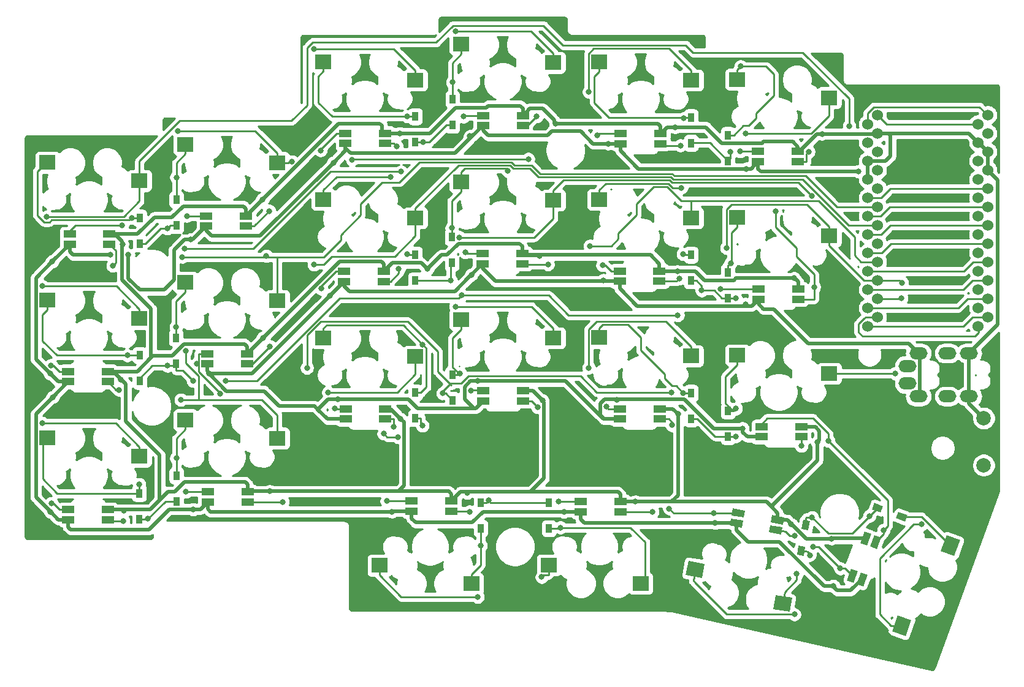
<source format=gbr>
%TF.GenerationSoftware,KiCad,Pcbnew,(5.1.10)-1*%
%TF.CreationDate,2021-08-29T08:11:49+09:00*%
%TF.ProjectId,korpo44,6b6f7270-6f34-4342-9e6b-696361645f70,rev?*%
%TF.SameCoordinates,Original*%
%TF.FileFunction,Copper,L1,Top*%
%TF.FilePolarity,Positive*%
%FSLAX46Y46*%
G04 Gerber Fmt 4.6, Leading zero omitted, Abs format (unit mm)*
G04 Created by KiCad (PCBNEW (5.1.10)-1) date 2021-08-29 08:11:49*
%MOMM*%
%LPD*%
G01*
G04 APERTURE LIST*
%TA.AperFunction,ComponentPad*%
%ADD10C,1.524000*%
%TD*%
%TA.AperFunction,SMDPad,CuDef*%
%ADD11R,2.300000X2.000000*%
%TD*%
%TA.AperFunction,SMDPad,CuDef*%
%ADD12C,0.100000*%
%TD*%
%TA.AperFunction,SMDPad,CuDef*%
%ADD13R,0.950000X1.300000*%
%TD*%
%TA.AperFunction,ComponentPad*%
%ADD14O,2.500000X1.700000*%
%TD*%
%TA.AperFunction,SMDPad,CuDef*%
%ADD15R,1.700000X1.000000*%
%TD*%
%TA.AperFunction,ComponentPad*%
%ADD16C,2.000000*%
%TD*%
%TA.AperFunction,ViaPad*%
%ADD17C,0.800000*%
%TD*%
%TA.AperFunction,Conductor*%
%ADD18C,0.250000*%
%TD*%
%TA.AperFunction,Conductor*%
%ADD19C,0.500000*%
%TD*%
%TA.AperFunction,NonConductor*%
%ADD20C,0.254000*%
%TD*%
%TA.AperFunction,NonConductor*%
%ADD21C,0.100000*%
%TD*%
G04 APERTURE END LIST*
D10*
%TO.P,U1,24*%
%TO.N,Net-(U1-Pad24)*%
X145217400Y-40919400D03*
%TO.P,U1,23*%
%TO.N,GND*%
X145217400Y-43459400D03*
%TO.P,U1,22*%
%TO.N,reset*%
X145217400Y-45999400D03*
%TO.P,U1,21*%
%TO.N,VCC*%
X145217400Y-48539400D03*
%TO.P,U1,20*%
%TO.N,col0*%
X145217400Y-51079400D03*
%TO.P,U1,19*%
%TO.N,col1*%
X145217400Y-53619400D03*
%TO.P,U1,18*%
%TO.N,col2*%
X145217400Y-56159400D03*
%TO.P,U1,17*%
%TO.N,col3*%
X145217400Y-58699400D03*
%TO.P,U1,16*%
%TO.N,col4*%
X145217400Y-61239400D03*
%TO.P,U1,15*%
%TO.N,col5*%
X145217400Y-63779400D03*
%TO.P,U1,14*%
%TO.N,Net-(U1-Pad14)*%
X145217400Y-66319400D03*
%TO.P,U1,13*%
%TO.N,Net-(U1-Pad13)*%
X145217400Y-68859400D03*
%TO.P,U1,12*%
%TO.N,Net-(U1-Pad12)*%
X160437400Y-68859400D03*
%TO.P,U1,11*%
%TO.N,Net-(U1-Pad11)*%
X160437400Y-66319400D03*
%TO.P,U1,10*%
%TO.N,row3*%
X160437400Y-63779400D03*
%TO.P,U1,9*%
%TO.N,row2*%
X160437400Y-61239400D03*
%TO.P,U1,8*%
%TO.N,row1*%
X160437400Y-58699400D03*
%TO.P,U1,7*%
%TO.N,row0*%
X160437400Y-56159400D03*
%TO.P,U1,6*%
%TO.N,Net-(U1-Pad6)*%
X160437400Y-53619400D03*
%TO.P,U1,5*%
%TO.N,Net-(U1-Pad5)*%
X160437400Y-51079400D03*
%TO.P,U1,4*%
%TO.N,GND*%
X160437400Y-48539400D03*
%TO.P,U1,3*%
X160437400Y-45999400D03*
%TO.P,U1,2*%
%TO.N,data*%
X160437400Y-43459400D03*
%TO.P,U1,1*%
%TO.N,LED*%
X160437400Y-40919400D03*
X143891000Y-42189400D03*
%TO.P,U1,2*%
%TO.N,data*%
X143891000Y-44729400D03*
%TO.P,U1,3*%
%TO.N,GND*%
X143891000Y-47269400D03*
%TO.P,U1,4*%
X143891000Y-49809400D03*
%TO.P,U1,5*%
%TO.N,Net-(U1-Pad5)*%
X143891000Y-52349400D03*
%TO.P,U1,6*%
%TO.N,Net-(U1-Pad6)*%
X143891000Y-54889400D03*
%TO.P,U1,7*%
%TO.N,row0*%
X143891000Y-57429400D03*
%TO.P,U1,8*%
%TO.N,row1*%
X143891000Y-59969400D03*
%TO.P,U1,9*%
%TO.N,row2*%
X143891000Y-62509400D03*
%TO.P,U1,10*%
%TO.N,row3*%
X143891000Y-65049400D03*
%TO.P,U1,11*%
%TO.N,Net-(U1-Pad11)*%
X143891000Y-67589400D03*
%TO.P,U1,12*%
%TO.N,Net-(U1-Pad12)*%
X143891000Y-70129400D03*
%TO.P,U1,13*%
%TO.N,Net-(U1-Pad13)*%
X159131000Y-70129400D03*
%TO.P,U1,14*%
%TO.N,Net-(U1-Pad14)*%
X159131000Y-67589400D03*
%TO.P,U1,15*%
%TO.N,col5*%
X159131000Y-65049400D03*
%TO.P,U1,16*%
%TO.N,col4*%
X159131000Y-62509400D03*
%TO.P,U1,17*%
%TO.N,col3*%
X159131000Y-59969400D03*
%TO.P,U1,18*%
%TO.N,col2*%
X159131000Y-57429400D03*
%TO.P,U1,19*%
%TO.N,col1*%
X159131000Y-54889400D03*
%TO.P,U1,20*%
%TO.N,col0*%
X159131000Y-52349400D03*
%TO.P,U1,21*%
%TO.N,VCC*%
X159131000Y-49809400D03*
%TO.P,U1,22*%
%TO.N,reset*%
X159131000Y-47269400D03*
%TO.P,U1,23*%
%TO.N,GND*%
X159131000Y-44729400D03*
%TO.P,U1,24*%
%TO.N,Net-(U1-Pad24)*%
X159131000Y-42189400D03*
%TD*%
D11*
%TO.P,SW6,1*%
%TO.N,col1*%
X62372000Y-85608800D03*
%TO.P,SW6,2*%
%TO.N,Net-(D6-Pad2)*%
X49672000Y-83068800D03*
%TD*%
%TA.AperFunction,SMDPad,CuDef*%
D12*
%TO.P,SW18,1*%
%TO.N,col4*%
G36*
X118758156Y-104523379D02*
G01*
X119105452Y-102553764D01*
X121370510Y-102953155D01*
X121023214Y-104922770D01*
X118758156Y-104523379D01*
G37*
%TD.AperFunction*%
%TA.AperFunction,SMDPad,CuDef*%
%TO.P,SW18,2*%
%TO.N,Net-(D18-Pad2)*%
G36*
X130824149Y-109230122D02*
G01*
X131171445Y-107260507D01*
X133436503Y-107659898D01*
X133089207Y-109629513D01*
X130824149Y-109230122D01*
G37*
%TD.AperFunction*%
%TD*%
D11*
%TO.P,SW1,1*%
%TO.N,col0*%
X43322000Y-49998000D03*
%TO.P,SW1,2*%
%TO.N,Net-(D1-Pad2)*%
X30622000Y-47458000D03*
%TD*%
D13*
%TO.P,D1,2*%
%TO.N,Net-(D1-Pad2)*%
X43357800Y-55121000D03*
%TO.P,D1,1*%
%TO.N,row0*%
X43357800Y-58671000D03*
%TD*%
%TO.P,D2,2*%
%TO.N,Net-(D2-Pad2)*%
X43332400Y-74145600D03*
%TO.P,D2,1*%
%TO.N,row1*%
X43332400Y-77695600D03*
%TD*%
%TO.P,D3,2*%
%TO.N,Net-(D3-Pad2)*%
X43281600Y-93221000D03*
%TO.P,D3,1*%
%TO.N,row2*%
X43281600Y-96771000D03*
%TD*%
%TO.P,D4,2*%
%TO.N,Net-(D4-Pad2)*%
X48412400Y-52606400D03*
%TO.P,D4,1*%
%TO.N,row0*%
X48412400Y-56156400D03*
%TD*%
%TO.P,D5,2*%
%TO.N,Net-(D5-Pad2)*%
X48361600Y-71707200D03*
%TO.P,D5,1*%
%TO.N,row1*%
X48361600Y-75257200D03*
%TD*%
%TO.P,D6,2*%
%TO.N,Net-(D6-Pad2)*%
X48412400Y-90757200D03*
%TO.P,D6,1*%
%TO.N,row2*%
X48412400Y-94307200D03*
%TD*%
%TO.P,D7,2*%
%TO.N,Net-(D7-Pad2)*%
X81407000Y-41125600D03*
%TO.P,D7,1*%
%TO.N,row0*%
X81407000Y-44675600D03*
%TD*%
%TO.P,D8,2*%
%TO.N,Net-(D8-Pad2)*%
X81407000Y-60251800D03*
%TO.P,D8,1*%
%TO.N,row1*%
X81407000Y-63801800D03*
%TD*%
%TO.P,D9,2*%
%TO.N,Net-(D9-Pad2)*%
X81381600Y-79301800D03*
%TO.P,D9,1*%
%TO.N,row2*%
X81381600Y-82851800D03*
%TD*%
%TO.P,D10,2*%
%TO.N,Net-(D10-Pad2)*%
X90424000Y-98041000D03*
%TO.P,D10,1*%
%TO.N,row3*%
X90424000Y-94491000D03*
%TD*%
%TO.P,D11,2*%
%TO.N,Net-(D11-Pad2)*%
X86537800Y-38738000D03*
%TO.P,D11,1*%
%TO.N,row0*%
X86537800Y-42288000D03*
%TD*%
%TO.P,D12,2*%
%TO.N,Net-(D12-Pad2)*%
X86436200Y-57813400D03*
%TO.P,D12,1*%
%TO.N,row1*%
X86436200Y-61363400D03*
%TD*%
%TO.P,D13,2*%
%TO.N,Net-(D13-Pad2)*%
X86512400Y-76787200D03*
%TO.P,D13,1*%
%TO.N,row2*%
X86512400Y-80337200D03*
%TD*%
%TO.P,D14,2*%
%TO.N,Net-(D14-Pad2)*%
X99872800Y-98066400D03*
%TO.P,D14,1*%
%TO.N,row3*%
X99872800Y-94516400D03*
%TD*%
%TO.P,D15,2*%
%TO.N,Net-(D15-Pad2)*%
X119507000Y-41227200D03*
%TO.P,D15,1*%
%TO.N,row0*%
X119507000Y-44777200D03*
%TD*%
%TO.P,D16,2*%
%TO.N,Net-(D16-Pad2)*%
X119456000Y-60251800D03*
%TO.P,D16,1*%
%TO.N,row1*%
X119456000Y-63801800D03*
%TD*%
%TO.P,D17,2*%
%TO.N,Net-(D17-Pad2)*%
X119507000Y-79327200D03*
%TO.P,D17,1*%
%TO.N,row2*%
X119507000Y-82877200D03*
%TD*%
%TA.AperFunction,SMDPad,CuDef*%
D12*
%TO.P,D18,2*%
%TO.N,Net-(D18-Pad2)*%
G36*
X134334862Y-100411026D02*
G01*
X135270429Y-100575992D01*
X135044686Y-101856242D01*
X134109119Y-101691276D01*
X134334862Y-100411026D01*
G37*
%TD.AperFunction*%
%TA.AperFunction,SMDPad,CuDef*%
%TO.P,D18,1*%
%TO.N,row3*%
G36*
X134951314Y-96914958D02*
G01*
X135886881Y-97079924D01*
X135661138Y-98360174D01*
X134725571Y-98195208D01*
X134951314Y-96914958D01*
G37*
%TD.AperFunction*%
%TD*%
D13*
%TO.P,D19,2*%
%TO.N,Net-(D19-Pad2)*%
X124587000Y-43691000D03*
%TO.P,D19,1*%
%TO.N,row0*%
X124587000Y-47241000D03*
%TD*%
%TO.P,D20,2*%
%TO.N,Net-(D20-Pad2)*%
X124536000Y-62664800D03*
%TO.P,D20,1*%
%TO.N,row1*%
X124536000Y-66214800D03*
%TD*%
%TO.P,D21,2*%
%TO.N,Net-(D21-Pad2)*%
X124587000Y-81791000D03*
%TO.P,D21,1*%
%TO.N,row2*%
X124587000Y-85341000D03*
%TD*%
%TA.AperFunction,SMDPad,CuDef*%
D12*
%TO.P,D22,2*%
%TO.N,Net-(D22-Pad2)*%
G36*
X147782694Y-96665327D02*
G01*
X148107613Y-95772619D01*
X149329214Y-96217245D01*
X149004295Y-97109953D01*
X147782694Y-96665327D01*
G37*
%TD.AperFunction*%
%TA.AperFunction,SMDPad,CuDef*%
%TO.P,D22,1*%
%TO.N,row3*%
G36*
X144446786Y-95451155D02*
G01*
X144771705Y-94558447D01*
X145993306Y-95003073D01*
X145668387Y-95895781D01*
X144446786Y-95451155D01*
G37*
%TD.AperFunction*%
%TD*%
D14*
%TO.P,J1,D*%
%TO.N,VCC*%
X150863000Y-73848600D03*
%TO.P,J1,A*%
%TO.N,Net-(J1-PadA)*%
X149363000Y-78048600D03*
%TO.P,J1,B*%
%TO.N,GND*%
X157863000Y-73848600D03*
%TO.P,J1,C*%
%TO.N,data*%
X154863000Y-73848600D03*
%TO.P,J1,B*%
%TO.N,GND*%
X157863000Y-79798600D03*
%TO.P,J1,C*%
%TO.N,data*%
X154863000Y-79798600D03*
%TO.P,J1,D*%
%TO.N,VCC*%
X150863000Y-79798600D03*
%TO.P,J1,A*%
%TO.N,Net-(J1-PadA)*%
X149363000Y-75598600D03*
%TD*%
D15*
%TO.P,LED1,4*%
%TO.N,Net-(LED1-Pad4)*%
X39173600Y-58764400D03*
%TO.P,LED1,3*%
%TO.N,GND*%
X39173600Y-57364400D03*
%TO.P,LED1,1*%
%TO.N,VCC*%
X33673600Y-58764400D03*
%TO.P,LED1,2*%
%TO.N,Net-(LED1-Pad2)*%
X33673600Y-57364400D03*
%TD*%
%TO.P,LED2,4*%
%TO.N,Net-(LED2-Pad4)*%
X38970400Y-77789000D03*
%TO.P,LED2,3*%
%TO.N,GND*%
X38970400Y-76389000D03*
%TO.P,LED2,1*%
%TO.N,VCC*%
X33470400Y-77789000D03*
%TO.P,LED2,2*%
%TO.N,Net-(LED1-Pad4)*%
X33470400Y-76389000D03*
%TD*%
%TO.P,LED3,4*%
%TO.N,Net-(LED3-Pad4)*%
X38970400Y-96864400D03*
%TO.P,LED3,3*%
%TO.N,GND*%
X38970400Y-95464400D03*
%TO.P,LED3,1*%
%TO.N,VCC*%
X33470400Y-96864400D03*
%TO.P,LED3,2*%
%TO.N,Net-(LED2-Pad4)*%
X33470400Y-95464400D03*
%TD*%
%TO.P,LED4,2*%
%TO.N,Net-(LED4-Pad2)*%
X52552600Y-54861000D03*
%TO.P,LED4,1*%
%TO.N,VCC*%
X52552600Y-56261000D03*
%TO.P,LED4,3*%
%TO.N,GND*%
X58052600Y-54861000D03*
%TO.P,LED4,4*%
%TO.N,Net-(LED1-Pad2)*%
X58052600Y-56261000D03*
%TD*%
%TO.P,LED5,2*%
%TO.N,Net-(LED5-Pad2)*%
X52672800Y-73925200D03*
%TO.P,LED5,1*%
%TO.N,VCC*%
X52672800Y-75325200D03*
%TO.P,LED5,3*%
%TO.N,GND*%
X58172800Y-73925200D03*
%TO.P,LED5,4*%
%TO.N,Net-(LED4-Pad2)*%
X58172800Y-75325200D03*
%TD*%
%TO.P,LED6,2*%
%TO.N,Net-(LED3-Pad4)*%
X52749000Y-93000600D03*
%TO.P,LED6,1*%
%TO.N,VCC*%
X52749000Y-94400600D03*
%TO.P,LED6,3*%
%TO.N,GND*%
X58249000Y-93000600D03*
%TO.P,LED6,4*%
%TO.N,Net-(LED5-Pad2)*%
X58249000Y-94400600D03*
%TD*%
%TO.P,LED7,4*%
%TO.N,Net-(LED7-Pad4)*%
X77248200Y-44845200D03*
%TO.P,LED7,3*%
%TO.N,GND*%
X77248200Y-43445200D03*
%TO.P,LED7,1*%
%TO.N,VCC*%
X71748200Y-44845200D03*
%TO.P,LED7,2*%
%TO.N,Net-(LED11-Pad4)*%
X71748200Y-43445200D03*
%TD*%
%TO.P,LED8,4*%
%TO.N,Net-(LED8-Pad4)*%
X77095800Y-63920600D03*
%TO.P,LED8,3*%
%TO.N,GND*%
X77095800Y-62520600D03*
%TO.P,LED8,1*%
%TO.N,VCC*%
X71595800Y-63920600D03*
%TO.P,LED8,2*%
%TO.N,Net-(LED7-Pad4)*%
X71595800Y-62520600D03*
%TD*%
%TO.P,LED9,4*%
%TO.N,Net-(LED10-Pad2)*%
X77273600Y-82945200D03*
%TO.P,LED9,3*%
%TO.N,GND*%
X77273600Y-81545200D03*
%TO.P,LED9,1*%
%TO.N,VCC*%
X71773600Y-82945200D03*
%TO.P,LED9,2*%
%TO.N,Net-(LED8-Pad4)*%
X71773600Y-81545200D03*
%TD*%
%TO.P,LED10,4*%
%TO.N,Net-(LED10-Pad4)*%
X86392200Y-95696000D03*
%TO.P,LED10,3*%
%TO.N,GND*%
X86392200Y-94296000D03*
%TO.P,LED10,1*%
%TO.N,VCC*%
X80892200Y-95696000D03*
%TO.P,LED10,2*%
%TO.N,Net-(LED10-Pad2)*%
X80892200Y-94296000D03*
%TD*%
%TO.P,LED11,2*%
%TO.N,Net-(LED11-Pad2)*%
X90747400Y-40981400D03*
%TO.P,LED11,1*%
%TO.N,VCC*%
X90747400Y-42381400D03*
%TO.P,LED11,3*%
%TO.N,GND*%
X96247400Y-40981400D03*
%TO.P,LED11,4*%
%TO.N,Net-(LED11-Pad4)*%
X96247400Y-42381400D03*
%TD*%
%TO.P,LED12,2*%
%TO.N,Net-(LED12-Pad2)*%
X90671200Y-60082200D03*
%TO.P,LED12,1*%
%TO.N,VCC*%
X90671200Y-61482200D03*
%TO.P,LED12,3*%
%TO.N,GND*%
X96171200Y-60082200D03*
%TO.P,LED12,4*%
%TO.N,Net-(LED11-Pad2)*%
X96171200Y-61482200D03*
%TD*%
%TO.P,LED13,2*%
%TO.N,Net-(LED13-Pad2)*%
X90772800Y-79056000D03*
%TO.P,LED13,1*%
%TO.N,VCC*%
X90772800Y-80456000D03*
%TO.P,LED13,3*%
%TO.N,GND*%
X96272800Y-79056000D03*
%TO.P,LED13,4*%
%TO.N,Net-(LED12-Pad2)*%
X96272800Y-80456000D03*
%TD*%
%TO.P,LED14,2*%
%TO.N,Net-(LED10-Pad4)*%
X104235000Y-94372200D03*
%TO.P,LED14,1*%
%TO.N,VCC*%
X104235000Y-95772200D03*
%TO.P,LED14,3*%
%TO.N,GND*%
X109735000Y-94372200D03*
%TO.P,LED14,4*%
%TO.N,Net-(LED13-Pad2)*%
X109735000Y-95772200D03*
%TD*%
%TO.P,LED15,4*%
%TO.N,Net-(LED15-Pad4)*%
X115272000Y-44870600D03*
%TO.P,LED15,3*%
%TO.N,GND*%
X115272000Y-43470600D03*
%TO.P,LED15,1*%
%TO.N,VCC*%
X109772000Y-44870600D03*
%TO.P,LED15,2*%
%TO.N,Net-(LED15-Pad2)*%
X109772000Y-43470600D03*
%TD*%
%TO.P,LED16,4*%
%TO.N,Net-(LED16-Pad4)*%
X115120000Y-63895200D03*
%TO.P,LED16,3*%
%TO.N,GND*%
X115120000Y-62495200D03*
%TO.P,LED16,1*%
%TO.N,VCC*%
X109620000Y-63895200D03*
%TO.P,LED16,2*%
%TO.N,Net-(LED15-Pad4)*%
X109620000Y-62495200D03*
%TD*%
%TO.P,LED17,4*%
%TO.N,Net-(LED17-Pad4)*%
X115145000Y-82945200D03*
%TO.P,LED17,3*%
%TO.N,GND*%
X115145000Y-81545200D03*
%TO.P,LED17,1*%
%TO.N,VCC*%
X109645000Y-82945200D03*
%TO.P,LED17,2*%
%TO.N,Net-(LED16-Pad4)*%
X109645000Y-81545200D03*
%TD*%
%TA.AperFunction,SMDPad,CuDef*%
D12*
%TO.P,LED18,4*%
%TO.N,Net-(LED18-Pad4)*%
G36*
X132110579Y-97926295D02*
G01*
X131936931Y-98911103D01*
X130262757Y-98615901D01*
X130436405Y-97631093D01*
X132110579Y-97926295D01*
G37*
%TD.AperFunction*%
%TA.AperFunction,SMDPad,CuDef*%
%TO.P,LED18,3*%
%TO.N,GND*%
G36*
X132353686Y-96547564D02*
G01*
X132180038Y-97532372D01*
X130505864Y-97237170D01*
X130679512Y-96252362D01*
X132353686Y-96547564D01*
G37*
%TD.AperFunction*%
%TA.AperFunction,SMDPad,CuDef*%
%TO.P,LED18,1*%
%TO.N,VCC*%
G36*
X126694136Y-96971230D02*
G01*
X126520488Y-97956038D01*
X124846314Y-97660836D01*
X125019962Y-96676028D01*
X126694136Y-96971230D01*
G37*
%TD.AperFunction*%
%TA.AperFunction,SMDPad,CuDef*%
%TO.P,LED18,2*%
%TO.N,Net-(LED17-Pad4)*%
G36*
X126937243Y-95592499D02*
G01*
X126763595Y-96577307D01*
X125089421Y-96282105D01*
X125263069Y-95297297D01*
X126937243Y-95592499D01*
G37*
%TD.AperFunction*%
%TD*%
D15*
%TO.P,LED19,2*%
%TO.N,Net-(LED19-Pad2)*%
X128746000Y-45934400D03*
%TO.P,LED19,1*%
%TO.N,VCC*%
X128746000Y-47334400D03*
%TO.P,LED19,3*%
%TO.N,GND*%
X134246000Y-45934400D03*
%TO.P,LED19,4*%
%TO.N,LED*%
X134246000Y-47334400D03*
%TD*%
%TO.P,LED20,2*%
%TO.N,Net-(LED20-Pad2)*%
X128771000Y-64984400D03*
%TO.P,LED20,1*%
%TO.N,VCC*%
X128771000Y-66384400D03*
%TO.P,LED20,3*%
%TO.N,GND*%
X134271000Y-64984400D03*
%TO.P,LED20,4*%
%TO.N,Net-(LED19-Pad2)*%
X134271000Y-66384400D03*
%TD*%
%TO.P,LED21,2*%
%TO.N,Net-(LED21-Pad2)*%
X129203000Y-84009000D03*
%TO.P,LED21,1*%
%TO.N,VCC*%
X129203000Y-85409000D03*
%TO.P,LED21,3*%
%TO.N,GND*%
X134703000Y-84009000D03*
%TO.P,LED21,4*%
%TO.N,Net-(LED20-Pad2)*%
X134703000Y-85409000D03*
%TD*%
%TA.AperFunction,SMDPad,CuDef*%
D12*
%TO.P,LED22,2*%
%TO.N,Net-(LED18-Pad4)*%
G36*
X141580531Y-103660992D02*
G01*
X142520223Y-104003012D01*
X141938789Y-105600490D01*
X140999097Y-105258470D01*
X141580531Y-103660992D01*
G37*
%TD.AperFunction*%
%TA.AperFunction,SMDPad,CuDef*%
%TO.P,LED22,1*%
%TO.N,VCC*%
G36*
X142896100Y-104139820D02*
G01*
X143835792Y-104481840D01*
X143254358Y-106079318D01*
X142314666Y-105737298D01*
X142896100Y-104139820D01*
G37*
%TD.AperFunction*%
%TA.AperFunction,SMDPad,CuDef*%
%TO.P,LED22,3*%
%TO.N,GND*%
G36*
X143461642Y-98492682D02*
G01*
X144401334Y-98834702D01*
X143819900Y-100432180D01*
X142880208Y-100090160D01*
X143461642Y-98492682D01*
G37*
%TD.AperFunction*%
%TA.AperFunction,SMDPad,CuDef*%
%TO.P,LED22,4*%
%TO.N,Net-(LED21-Pad2)*%
G36*
X144777211Y-98971510D02*
G01*
X145716903Y-99313530D01*
X145135469Y-100911008D01*
X144195777Y-100568988D01*
X144777211Y-98971510D01*
G37*
%TD.AperFunction*%
%TD*%
D16*
%TO.P,RESET_SW1,1*%
%TO.N,reset*%
X159893000Y-89330600D03*
%TO.P,RESET_SW1,2*%
%TO.N,GND*%
X159893000Y-82830600D03*
%TD*%
D11*
%TO.P,SW2,2*%
%TO.N,Net-(D2-Pad2)*%
X30622000Y-66508000D03*
%TO.P,SW2,1*%
%TO.N,col0*%
X43322000Y-69048000D03*
%TD*%
%TO.P,SW3,1*%
%TO.N,col0*%
X43322000Y-88098000D03*
%TO.P,SW3,2*%
%TO.N,Net-(D3-Pad2)*%
X30622000Y-85558000D03*
%TD*%
%TO.P,SW4,2*%
%TO.N,Net-(D4-Pad2)*%
X49672000Y-44968800D03*
%TO.P,SW4,1*%
%TO.N,col1*%
X62372000Y-47508800D03*
%TD*%
%TO.P,SW5,2*%
%TO.N,Net-(D5-Pad2)*%
X49672000Y-64044200D03*
%TO.P,SW5,1*%
%TO.N,col1*%
X62372000Y-66584200D03*
%TD*%
%TO.P,SW7,1*%
%TO.N,col2*%
X81422000Y-36078800D03*
%TO.P,SW7,2*%
%TO.N,Net-(D7-Pad2)*%
X68722000Y-33538800D03*
%TD*%
%TO.P,SW8,2*%
%TO.N,Net-(D8-Pad2)*%
X68722000Y-52614200D03*
%TO.P,SW8,1*%
%TO.N,col2*%
X81422000Y-55154200D03*
%TD*%
%TO.P,SW9,2*%
%TO.N,Net-(D9-Pad2)*%
X68722000Y-71740400D03*
%TO.P,SW9,1*%
%TO.N,col2*%
X81422000Y-74280400D03*
%TD*%
%TO.P,SW10,1*%
%TO.N,col2*%
X76439000Y-103189000D03*
%TO.P,SW10,2*%
%TO.N,Net-(D10-Pad2)*%
X89139000Y-105729000D03*
%TD*%
%TO.P,SW11,2*%
%TO.N,Net-(D11-Pad2)*%
X87772000Y-31125800D03*
%TO.P,SW11,1*%
%TO.N,col3*%
X100472000Y-33665800D03*
%TD*%
%TO.P,SW12,1*%
%TO.N,col3*%
X100472000Y-52690400D03*
%TO.P,SW12,2*%
%TO.N,Net-(D12-Pad2)*%
X87772000Y-50150400D03*
%TD*%
%TO.P,SW13,1*%
%TO.N,col3*%
X100472000Y-71740400D03*
%TO.P,SW13,2*%
%TO.N,Net-(D13-Pad2)*%
X87772000Y-69200400D03*
%TD*%
%TO.P,SW14,2*%
%TO.N,Net-(D14-Pad2)*%
X112507000Y-105704000D03*
%TO.P,SW14,1*%
%TO.N,col3*%
X99807000Y-103164000D03*
%TD*%
%TO.P,SW15,1*%
%TO.N,col4*%
X119522000Y-36104200D03*
%TO.P,SW15,2*%
%TO.N,Net-(D15-Pad2)*%
X106822000Y-33564200D03*
%TD*%
%TO.P,SW16,2*%
%TO.N,Net-(D16-Pad2)*%
X106822000Y-52614200D03*
%TO.P,SW16,1*%
%TO.N,col4*%
X119522000Y-55154200D03*
%TD*%
%TO.P,SW17,1*%
%TO.N,col4*%
X119522000Y-74229600D03*
%TO.P,SW17,2*%
%TO.N,Net-(D17-Pad2)*%
X106822000Y-71689600D03*
%TD*%
%TO.P,SW19,2*%
%TO.N,Net-(D19-Pad2)*%
X125872000Y-35977200D03*
%TO.P,SW19,1*%
%TO.N,col5*%
X138572000Y-38517200D03*
%TD*%
%TO.P,SW20,2*%
%TO.N,Net-(D20-Pad2)*%
X125872000Y-55103400D03*
%TO.P,SW20,1*%
%TO.N,col5*%
X138572000Y-57643400D03*
%TD*%
%TO.P,SW21,1*%
%TO.N,col5*%
X138572000Y-76642600D03*
%TO.P,SW21,2*%
%TO.N,Net-(D21-Pad2)*%
X125872000Y-74102600D03*
%TD*%
%TA.AperFunction,SMDPad,CuDef*%
D12*
%TO.P,SW22,2*%
%TO.N,Net-(D22-Pad2)*%
G36*
X155846110Y-101881562D02*
G01*
X153966725Y-101197521D01*
X154753372Y-99036228D01*
X156632757Y-99720269D01*
X155846110Y-101881562D01*
G37*
%TD.AperFunction*%
%TA.AperFunction,SMDPad,CuDef*%
%TO.P,SW22,1*%
%TO.N,col5*%
G36*
X149115635Y-112946927D02*
G01*
X147236250Y-112262886D01*
X148022897Y-110101593D01*
X149902282Y-110785634D01*
X149115635Y-112946927D01*
G37*
%TD.AperFunction*%
%TD*%
D17*
%TO.N,Net-(D1-Pad2)*%
X42243900Y-55121000D03*
%TO.N,row0*%
X79412800Y-48743600D03*
X49521000Y-59387100D03*
X47175300Y-56593200D03*
X82512100Y-44675600D03*
X124893000Y-45978300D03*
X119557800Y-44729400D03*
%TO.N,Net-(D2-Pad2)*%
X41642900Y-74145600D03*
%TO.N,row1*%
X120960800Y-65167500D03*
X125623500Y-66214800D03*
X47196200Y-75592200D03*
X50739500Y-77684700D03*
X55182200Y-77641500D03*
X86279300Y-63801800D03*
X117656700Y-68591800D03*
X87779850Y-65834250D03*
%TO.N,row2*%
X66453200Y-75881200D03*
X116754300Y-79239400D03*
X44485400Y-96738400D03*
X82393700Y-83863900D03*
X125662700Y-85341000D03*
X85191600Y-79400400D03*
%TO.N,Net-(D3-Pad2)*%
X43281600Y-91958300D03*
%TO.N,Net-(D4-Pad2)*%
X48412400Y-49528300D03*
%TO.N,Net-(D5-Pad2)*%
X48361600Y-70213000D03*
%TO.N,Net-(D6-Pad2)*%
X48412400Y-88358000D03*
%TO.N,Net-(D7-Pad2)*%
X80291100Y-41084000D03*
%TO.N,Net-(D8-Pad2)*%
X77974200Y-49468900D03*
X80303500Y-60155700D03*
%TO.N,Net-(D9-Pad2)*%
X82431700Y-72630700D03*
%TO.N,Net-(D10-Pad2)*%
X90424000Y-100440000D03*
%TO.N,row3*%
X91504500Y-94210800D03*
X136198200Y-96538100D03*
X144134300Y-96337579D03*
%TO.N,Net-(D11-Pad2)*%
X86537800Y-36376900D03*
%TO.N,Net-(D12-Pad2)*%
X94188000Y-48618200D03*
X86436200Y-56539800D03*
%TO.N,Net-(D13-Pad2)*%
X87592300Y-76655700D03*
%TO.N,Net-(D14-Pad2)*%
X101449100Y-97948200D03*
%TO.N,Net-(D15-Pad2)*%
X118430000Y-41385200D03*
%TO.N,Net-(D16-Pad2)*%
X118156800Y-50966900D03*
X118365100Y-60122600D03*
%TO.N,Net-(D17-Pad2)*%
X118412100Y-79327200D03*
%TO.N,Net-(D18-Pad2)*%
X134068900Y-104380100D03*
X135880600Y-101761100D03*
%TO.N,Net-(D19-Pad2)*%
X126333900Y-34190000D03*
%TO.N,Net-(D20-Pad2)*%
X124949600Y-61385400D03*
%TO.N,Net-(D21-Pad2)*%
X125676300Y-81502000D03*
%TO.N,Net-(D22-Pad2)*%
X148556000Y-96441300D03*
%TO.N,VCC*%
X109245000Y-80264000D03*
X70690800Y-80185200D03*
X139136000Y-106050000D03*
X122826000Y-97316000D03*
X101916000Y-95772200D03*
X90045600Y-77696000D03*
X50723800Y-95427800D03*
X31038800Y-95808800D03*
X30988300Y-76656900D03*
X31271100Y-61166900D03*
X41794800Y-60248800D03*
X50429600Y-58130000D03*
X52933600Y-76682600D03*
X69612400Y-65904000D03*
X107391000Y-63754000D03*
X126975000Y-67056000D03*
X70099700Y-47493700D03*
X88950800Y-43840400D03*
X108037000Y-44870600D03*
X127122000Y-48341000D03*
X142568000Y-48694400D03*
X39344600Y-60248800D03*
X126579000Y-84241000D03*
X78183420Y-95760600D03*
X31347300Y-79912100D03*
X89145000Y-63008400D03*
%TO.N,GND*%
X136931000Y-86156800D03*
X117704000Y-82270600D03*
X133706000Y-63474600D03*
X133299000Y-97485200D03*
X111800000Y-94372200D03*
X88595200Y-93141800D03*
X98958400Y-80340200D03*
X79349600Y-82931000D03*
X61292800Y-92936000D03*
X41198800Y-95605600D03*
X40767000Y-77520800D03*
X40956000Y-58764400D03*
X60317600Y-52596000D03*
X60397500Y-71700500D03*
X98602800Y-60401200D03*
X117602000Y-62534800D03*
X79262200Y-43445200D03*
X117277000Y-42591000D03*
X137559000Y-43517400D03*
X138887202Y-99480210D03*
X100795440Y-42130760D03*
X83058000Y-62204600D03*
%TO.N,Net-(LED1-Pad4)*%
X39629400Y-61749100D03*
X31113500Y-75527800D03*
%TO.N,Net-(LED1-Pad2)*%
X61232400Y-54190600D03*
X40946824Y-56153310D03*
%TO.N,Net-(LED2-Pad4)*%
X40458500Y-78907600D03*
X31182100Y-94584500D03*
%TO.N,Net-(LED3-Pad4)*%
X49737600Y-93000600D03*
X41090100Y-97049600D03*
%TO.N,Net-(LED4-Pad2)*%
X49876900Y-54861000D03*
X61330000Y-72899100D03*
%TO.N,Net-(LED5-Pad2)*%
X51211200Y-75325200D03*
X63100100Y-94400600D03*
X54480302Y-79431398D03*
%TO.N,Net-(LED7-Pad4)*%
X78848300Y-45270000D03*
X68427400Y-64916000D03*
%TO.N,Net-(LED11-Pad4)*%
X72684900Y-47067900D03*
X97007800Y-46978700D03*
X68322300Y-45799100D03*
X98171000Y-41097200D03*
%TO.N,Net-(LED8-Pad4)*%
X70304100Y-81468700D03*
X79133700Y-62191900D03*
%TO.N,Net-(LED10-Pad2)*%
X78448900Y-83993200D03*
X77458410Y-94296000D03*
%TO.N,Net-(LED10-Pad4)*%
X88901800Y-95745900D03*
X101181400Y-94372200D03*
%TO.N,Net-(LED11-Pad2)*%
X88069500Y-41121100D03*
X99717400Y-61578100D03*
%TO.N,Net-(LED12-Pad2)*%
X98303700Y-81330300D03*
X88306653Y-59891908D03*
%TO.N,Net-(LED13-Pad2)*%
X114146300Y-95772200D03*
X89103200Y-78994000D03*
%TO.N,Net-(LED15-Pad4)*%
X118008200Y-45130400D03*
X107265000Y-61687300D03*
%TO.N,Net-(LED15-Pad2)*%
X106553500Y-43710800D03*
%TO.N,Net-(LED16-Pad4)*%
X117840500Y-63540000D03*
X107772200Y-81229200D03*
%TO.N,Net-(LED17-Pad4)*%
X116475400Y-95325200D03*
X122638500Y-95964100D03*
X116849100Y-83801700D03*
%TO.N,Net-(LED18-Pad4)*%
X140086500Y-103604100D03*
X136344900Y-100601900D03*
X133793200Y-99124800D03*
%TO.N,LED*%
X135715900Y-45988500D03*
%TO.N,Net-(LED19-Pad2)*%
X131124700Y-54256900D03*
X126253000Y-45934400D03*
X136474200Y-64693800D03*
%TO.N,Net-(LED20-Pad2)*%
X123533200Y-64984400D03*
X134703000Y-86657400D03*
%TO.N,Net-(LED21-Pad2)*%
X138442700Y-85979200D03*
X146079296Y-98301904D03*
%TO.N,col0*%
X141311900Y-42436800D03*
X29941600Y-64587000D03*
X30528300Y-54977800D03*
X29884500Y-83530100D03*
%TO.N,col1*%
X64370900Y-47336400D03*
X60842300Y-60390500D03*
X48589600Y-43118600D03*
X49694800Y-73524400D03*
X49230400Y-60533600D03*
X49025800Y-80288400D03*
%TO.N,col2*%
X67422000Y-61594700D03*
X67423800Y-31740400D03*
X69388400Y-79281900D03*
X90010100Y-107543500D03*
%TO.N,col3*%
X86994700Y-29291000D03*
X136145500Y-52090700D03*
X87515100Y-57817800D03*
X86964700Y-67387600D03*
X98854700Y-104799300D03*
X78981300Y-85444900D03*
X77030500Y-84970900D03*
%TO.N,col4*%
X105522000Y-59010100D03*
X105377000Y-37708100D03*
X105346600Y-75853100D03*
X133763900Y-109954800D03*
%TO.N,col5*%
X124382300Y-59281400D03*
X147636900Y-76642600D03*
X127054100Y-43501500D03*
X151312300Y-97505500D03*
X148590000Y-64084200D03*
%TO.N,Net-(U1-Pad14)*%
X148513800Y-66217800D03*
%TD*%
D18*
%TO.N,Net-(D1-Pad2)*%
X42557500Y-55121000D02*
X42243900Y-55121000D01*
X43357800Y-55121000D02*
X42557500Y-55121000D01*
X30472000Y-47458000D02*
X30622000Y-47458000D01*
X29222000Y-48708000D02*
X30472000Y-47458000D01*
X29222000Y-54792700D02*
X29222000Y-48708000D01*
X30885100Y-55703500D02*
X30132800Y-55703500D01*
X30132800Y-55703500D02*
X29222000Y-54792700D01*
X31160300Y-55428300D02*
X30885100Y-55703500D01*
X41936600Y-55428300D02*
X31160300Y-55428300D01*
X42243900Y-55121000D02*
X41936600Y-55428300D01*
%TO.N,row0*%
X79412800Y-48743600D02*
X69663500Y-48743600D01*
X69663500Y-48743600D02*
X59020000Y-59387100D01*
X59020000Y-59387100D02*
X49521000Y-59387100D01*
X47175300Y-56593200D02*
X46235900Y-56593200D01*
X46235900Y-56593200D02*
X44158100Y-58671000D01*
X48412400Y-56156400D02*
X47612100Y-56156400D01*
X47612100Y-56156400D02*
X47175300Y-56593200D01*
X43357800Y-58671000D02*
X44158100Y-58671000D01*
X82512100Y-44675600D02*
X83349900Y-44675600D01*
X83349900Y-44675600D02*
X85737500Y-42288000D01*
X81407000Y-44675600D02*
X82512100Y-44675600D01*
X86537800Y-42288000D02*
X85737500Y-42288000D01*
X147040600Y-56159400D02*
X160437400Y-56159400D01*
X145770600Y-57429400D02*
X147040600Y-56159400D01*
X143891000Y-57429400D02*
X145770600Y-57429400D01*
X119510000Y-44777200D02*
X119557800Y-44729400D01*
X119507000Y-44777200D02*
X119510000Y-44777200D01*
X124893000Y-46935000D02*
X124893000Y-45978300D01*
X124692200Y-47135800D02*
X124893000Y-46935000D01*
X122075400Y-44729400D02*
X119557800Y-44729400D01*
X124587000Y-47241000D02*
X122075400Y-44729400D01*
%TO.N,Net-(D2-Pad2)*%
X41642900Y-74145600D02*
X43332400Y-74145600D01*
X30622000Y-67833300D02*
X29944000Y-68511300D01*
X29944000Y-68511300D02*
X29944000Y-72164900D01*
X29944000Y-72164900D02*
X31924700Y-74145600D01*
X31924700Y-74145600D02*
X41642900Y-74145600D01*
X30622000Y-66508000D02*
X30622000Y-67833300D01*
%TO.N,row1*%
X120256300Y-63801800D02*
X120960800Y-64506300D01*
X120960800Y-64506300D02*
X120960800Y-65167500D01*
X123735700Y-66214800D02*
X122688400Y-65167500D01*
X122688400Y-65167500D02*
X120960800Y-65167500D01*
X125336300Y-66214800D02*
X125623500Y-66214800D01*
X124536000Y-66214800D02*
X125336300Y-66214800D01*
X47196200Y-75592200D02*
X45046100Y-75592200D01*
X45046100Y-75592200D02*
X43332400Y-77305900D01*
X43332400Y-77305900D02*
X43332400Y-77695600D01*
X48361600Y-75744800D02*
X48209000Y-75592200D01*
X48209000Y-75592200D02*
X47196200Y-75592200D01*
X48361600Y-75744800D02*
X48361600Y-76232500D01*
X48361600Y-75257200D02*
X48361600Y-75744800D01*
X50739500Y-77684700D02*
X49287300Y-76232500D01*
X49287300Y-76232500D02*
X48361600Y-76232500D01*
X124536000Y-66214800D02*
X123735700Y-66214800D01*
X81807200Y-63801800D02*
X86279300Y-63801800D01*
X81407000Y-63801800D02*
X81807200Y-63801800D01*
X119456000Y-63801800D02*
X120256300Y-63801800D01*
X147116800Y-58699400D02*
X160437400Y-58699400D01*
X145846800Y-59969400D02*
X147116800Y-58699400D01*
X143891000Y-59969400D02*
X145846800Y-59969400D01*
X99826450Y-65834250D02*
X87779850Y-65834250D01*
X102584000Y-68591800D02*
X99826450Y-65834250D01*
X117656700Y-68591800D02*
X102584000Y-68591800D01*
X70931651Y-66234249D02*
X87379851Y-66234249D01*
X87379851Y-66234249D02*
X87779850Y-65834250D01*
X59524400Y-77641500D02*
X70931651Y-66234249D01*
X55182200Y-77641500D02*
X59524400Y-77641500D01*
X86279300Y-61520300D02*
X86279300Y-63801800D01*
X86436200Y-61363400D02*
X86279300Y-61520300D01*
%TO.N,row2*%
X44485400Y-96738400D02*
X44452800Y-96771000D01*
X44452800Y-96771000D02*
X43281600Y-96771000D01*
X48412400Y-94307200D02*
X46916600Y-94307200D01*
X46916600Y-94307200D02*
X44485400Y-96738400D01*
X81381600Y-82851800D02*
X82181900Y-82851800D01*
X82181900Y-82851800D02*
X82181900Y-83652100D01*
X82181900Y-83652100D02*
X82393700Y-83863900D01*
X119507000Y-82877200D02*
X120307300Y-82877200D01*
X120307300Y-82877200D02*
X122771100Y-85341000D01*
X122771100Y-85341000D02*
X124587000Y-85341000D01*
X124587000Y-85341000D02*
X125662700Y-85341000D01*
X158470600Y-61239400D02*
X160437400Y-61239400D01*
X157200600Y-62509400D02*
X158470600Y-61239400D01*
X143891000Y-62509400D02*
X157200600Y-62509400D01*
X85575600Y-79400400D02*
X85191600Y-79400400D01*
X86512400Y-80337200D02*
X85575600Y-79400400D01*
X85191600Y-79070200D02*
X85191600Y-79400400D01*
X86258400Y-78003400D02*
X85191600Y-79070200D01*
X87731600Y-78003400D02*
X86258400Y-78003400D01*
X88764400Y-76970600D02*
X87731600Y-78003400D01*
X104209200Y-76970600D02*
X88764400Y-76970600D01*
X106478000Y-79239400D02*
X104209200Y-76970600D01*
X116754300Y-79239400D02*
X106478000Y-79239400D01*
X66453200Y-71349600D02*
X66453200Y-75881200D01*
X68336400Y-69466400D02*
X66453200Y-71349600D01*
X80357600Y-69466400D02*
X68336400Y-69466400D01*
X84494400Y-73603200D02*
X80357600Y-69466400D01*
X84494400Y-76366400D02*
X84494400Y-73603200D01*
X86400200Y-78272200D02*
X84494400Y-76366400D01*
%TO.N,Net-(D3-Pad2)*%
X43281600Y-91958300D02*
X43281600Y-93221000D01*
X29947300Y-86232700D02*
X30622000Y-85558000D01*
X29947300Y-91232100D02*
X29947300Y-86232700D01*
X31936200Y-93221000D02*
X29947300Y-91232100D01*
X43281600Y-93221000D02*
X31936200Y-93221000D01*
%TO.N,Net-(D4-Pad2)*%
X48412400Y-49528300D02*
X48412400Y-52606400D01*
X49672000Y-46294100D02*
X48412400Y-47553700D01*
X48412400Y-47553700D02*
X48412400Y-49528300D01*
X49672000Y-44968800D02*
X49672000Y-46294100D01*
%TO.N,Net-(D5-Pad2)*%
X48361600Y-70213000D02*
X48361600Y-71707200D01*
X49672000Y-65369500D02*
X48361600Y-66679900D01*
X48361600Y-66679900D02*
X48361600Y-70213000D01*
X49672000Y-64044200D02*
X49672000Y-65369500D01*
%TO.N,Net-(D6-Pad2)*%
X48412400Y-88358000D02*
X48412400Y-85653700D01*
X48412400Y-85653700D02*
X49672000Y-84394100D01*
X48412400Y-90757200D02*
X48412400Y-88358000D01*
X49672000Y-83068800D02*
X49672000Y-84394100D01*
%TO.N,Net-(D7-Pad2)*%
X80606700Y-41125600D02*
X69962000Y-41125600D01*
X69962000Y-41125600D02*
X68024200Y-39187800D01*
X68024200Y-39187800D02*
X68024200Y-35561900D01*
X68024200Y-35561900D02*
X68722000Y-34864100D01*
X80291100Y-41084000D02*
X80565100Y-41084000D01*
X80565100Y-41084000D02*
X80606700Y-41125600D01*
X81407000Y-41125600D02*
X80606700Y-41125600D01*
X68722000Y-33538800D02*
X68722000Y-34864100D01*
%TO.N,Net-(D8-Pad2)*%
X68722000Y-52614200D02*
X68722000Y-51288900D01*
X68722000Y-51288900D02*
X70542000Y-49468900D01*
X70542000Y-49468900D02*
X77974200Y-49468900D01*
X80303500Y-60155700D02*
X80510600Y-60155700D01*
X80510600Y-60155700D02*
X80606700Y-60251800D01*
X81407000Y-60251800D02*
X80606700Y-60251800D01*
%TO.N,Net-(D9-Pad2)*%
X68722000Y-70415100D02*
X69183900Y-69953200D01*
X69183900Y-69953200D02*
X79754200Y-69953200D01*
X79754200Y-69953200D02*
X82431700Y-72630700D01*
X82431700Y-72630700D02*
X82937200Y-73136200D01*
X82937200Y-73136200D02*
X82937200Y-78546500D01*
X82937200Y-78546500D02*
X82181900Y-79301800D01*
X81381600Y-79301800D02*
X82181900Y-79301800D01*
X68722000Y-71740400D02*
X68722000Y-70415100D01*
%TO.N,Net-(D10-Pad2)*%
X90424000Y-100440000D02*
X90424000Y-98041000D01*
X89139000Y-104403700D02*
X90424000Y-103118700D01*
X90424000Y-103118700D02*
X90424000Y-100440000D01*
X89139000Y-105729000D02*
X89139000Y-104403700D01*
%TO.N,row3*%
X99872800Y-94516400D02*
X91810100Y-94516400D01*
X91810100Y-94516400D02*
X91504500Y-94210800D01*
X90824200Y-94491000D02*
X91224300Y-94491000D01*
X91224300Y-94491000D02*
X91504500Y-94210800D01*
X90424000Y-94491000D02*
X90824200Y-94491000D01*
X145220000Y-95251879D02*
X144534299Y-95937580D01*
X145220000Y-95227100D02*
X145220000Y-95251879D01*
X144534299Y-95937580D02*
X144134300Y-96337579D01*
X141716679Y-98755200D02*
X144134300Y-96337579D01*
X138415300Y-98755200D02*
X141716679Y-98755200D01*
X136198200Y-96538100D02*
X138415300Y-98755200D01*
X158369000Y-63779400D02*
X160437400Y-63779400D01*
X157099000Y-65049400D02*
X158369000Y-63779400D01*
X143891000Y-65049400D02*
X157099000Y-65049400D01*
X135440100Y-96538100D02*
X136198200Y-96538100D01*
X135306226Y-96671974D02*
X135440100Y-96538100D01*
X135306226Y-97637566D02*
X135306226Y-96671974D01*
%TO.N,Net-(D11-Pad2)*%
X86537800Y-36376900D02*
X86537800Y-38738000D01*
X87772000Y-32451100D02*
X86537800Y-33685300D01*
X86537800Y-33685300D02*
X86537800Y-36376900D01*
X87772000Y-31125800D02*
X87772000Y-32451100D01*
%TO.N,Net-(D12-Pad2)*%
X87772000Y-50150400D02*
X87772000Y-48825100D01*
X87772000Y-48825100D02*
X88267500Y-48329600D01*
X88267500Y-48329600D02*
X93899400Y-48329600D01*
X93899400Y-48329600D02*
X94188000Y-48618200D01*
X87772000Y-50618900D02*
X87772000Y-50150400D01*
X87772000Y-50618900D02*
X87772000Y-51475700D01*
X86436200Y-56539800D02*
X86436200Y-52811500D01*
X86436200Y-52811500D02*
X87772000Y-51475700D01*
X86436200Y-57813400D02*
X86436200Y-56539800D01*
%TO.N,Net-(D13-Pad2)*%
X87444200Y-76655700D02*
X87312700Y-76787200D01*
X87592300Y-76655700D02*
X87444200Y-76655700D01*
X87444200Y-76655700D02*
X86575000Y-75786500D01*
X86575000Y-75786500D02*
X86575000Y-71722700D01*
X86575000Y-71722700D02*
X87772000Y-70525700D01*
X87772000Y-69200400D02*
X87772000Y-70525700D01*
X86512400Y-76787200D02*
X87312700Y-76787200D01*
%TO.N,Net-(D14-Pad2)*%
X99872800Y-98066400D02*
X101330900Y-98066400D01*
X101330900Y-98066400D02*
X101449100Y-97948200D01*
X111138202Y-97948200D02*
X101449100Y-97948200D01*
X113162001Y-99971999D02*
X111138202Y-97948200D01*
X113162001Y-105048999D02*
X113162001Y-99971999D01*
X112507000Y-105704000D02*
X113162001Y-105048999D01*
%TO.N,Net-(D15-Pad2)*%
X118706700Y-41227200D02*
X118548700Y-41385200D01*
X118548700Y-41385200D02*
X118430000Y-41385200D01*
X118706700Y-41227200D02*
X108144200Y-41227200D01*
X108144200Y-41227200D02*
X106116600Y-39199600D01*
X106116600Y-39199600D02*
X106116600Y-35594900D01*
X106116600Y-35594900D02*
X106822000Y-34889500D01*
X119507000Y-41227200D02*
X118706700Y-41227200D01*
X106822000Y-33564200D02*
X106822000Y-34889500D01*
%TO.N,Net-(D16-Pad2)*%
X118156800Y-50966900D02*
X116918400Y-50966900D01*
X116918400Y-50966900D02*
X116327300Y-50375800D01*
X116327300Y-50375800D02*
X107735100Y-50375800D01*
X107735100Y-50375800D02*
X106822000Y-51288900D01*
X106822000Y-52614200D02*
X106822000Y-51288900D01*
X118655700Y-60251800D02*
X118526500Y-60122600D01*
X118526500Y-60122600D02*
X118365100Y-60122600D01*
X119456000Y-60251800D02*
X118655700Y-60251800D01*
%TO.N,Net-(D17-Pad2)*%
X118412100Y-79327200D02*
X117419500Y-78334600D01*
X117419500Y-78334600D02*
X116870800Y-78334600D01*
X116870800Y-78334600D02*
X115846600Y-77310400D01*
X115846600Y-77310400D02*
X115846600Y-76774800D01*
X115846600Y-76774800D02*
X112522100Y-73450300D01*
X112522100Y-73450300D02*
X112522100Y-71675000D01*
X112522100Y-71675000D02*
X110725200Y-69878100D01*
X110725200Y-69878100D02*
X107308200Y-69878100D01*
X107308200Y-69878100D02*
X106822000Y-70364300D01*
X118706700Y-79327200D02*
X118412100Y-79327200D01*
X119507000Y-79327200D02*
X118706700Y-79327200D01*
X106822000Y-71689600D02*
X106822000Y-70364300D01*
%TO.N,Net-(D18-Pad2)*%
X134068900Y-104380100D02*
X134068900Y-105220300D01*
X134068900Y-105220300D02*
X132405600Y-106883600D01*
X132405600Y-106883600D02*
X132405500Y-106883600D01*
X132130300Y-108445000D02*
X132405500Y-106883600D01*
X134689800Y-101133600D02*
X135647300Y-101302400D01*
X135647300Y-101302400D02*
X135647300Y-101527800D01*
X135647300Y-101527800D02*
X135880600Y-101761100D01*
%TO.N,Net-(D19-Pad2)*%
X126333900Y-34190000D02*
X129823200Y-34190000D01*
X129823200Y-34190000D02*
X130909600Y-35276400D01*
X130909600Y-35276400D02*
X130909600Y-38195700D01*
X130909600Y-38195700D02*
X128473500Y-40631800D01*
X128473500Y-40631800D02*
X128473500Y-41360500D01*
X128473500Y-41360500D02*
X127461400Y-42372600D01*
X127461400Y-42372600D02*
X126705700Y-42372600D01*
X126705700Y-42372600D02*
X125387300Y-43691000D01*
X125872000Y-34651900D02*
X126333900Y-34190000D01*
X124587000Y-43691000D02*
X125387300Y-43691000D01*
X125872000Y-35977200D02*
X125872000Y-34651900D01*
%TO.N,Net-(D20-Pad2)*%
X124949600Y-61385400D02*
X125107600Y-61227400D01*
X125107600Y-61227400D02*
X125107600Y-57193100D01*
X125107600Y-57193100D02*
X125872000Y-56428700D01*
X124536000Y-62664800D02*
X124536000Y-61689500D01*
X124949600Y-61385400D02*
X124645500Y-61689500D01*
X124645500Y-61689500D02*
X124536000Y-61689500D01*
X125872000Y-55103400D02*
X125872000Y-56428700D01*
%TO.N,Net-(D21-Pad2)*%
X125387300Y-81763700D02*
X125216600Y-81763700D01*
X125216600Y-81763700D02*
X124257100Y-80804200D01*
X124257100Y-80804200D02*
X124257100Y-77042800D01*
X124257100Y-77042800D02*
X125872000Y-75427900D01*
X125676300Y-81502000D02*
X125414600Y-81763700D01*
X125414600Y-81763700D02*
X125387300Y-81763700D01*
X125387300Y-81763700D02*
X125387300Y-81791000D01*
X125872000Y-74102600D02*
X125872000Y-75427900D01*
X124587000Y-81791000D02*
X125387300Y-81791000D01*
%TO.N,Net-(D22-Pad2)*%
X148556000Y-96441300D02*
X151283000Y-96441300D01*
X151283000Y-96441300D02*
X155300000Y-100459000D01*
D19*
%TO.N,VCC*%
X143074800Y-105109200D02*
X143075000Y-105109000D01*
D18*
X143075200Y-105109600D02*
X143074800Y-105109200D01*
D19*
X89119600Y-44009200D02*
X86923600Y-46205200D01*
X86923600Y-46205200D02*
X72486900Y-46205200D01*
X72486900Y-46205200D02*
X71748200Y-45466500D01*
X90747400Y-42381400D02*
X89119600Y-44009200D01*
D18*
X88950800Y-43840400D02*
X89119600Y-44009200D01*
X126716200Y-67314800D02*
X126975000Y-67056000D01*
D19*
X126716200Y-67314800D02*
X112039000Y-67314800D01*
X112039000Y-67314800D02*
X109620000Y-64895200D01*
X109620000Y-64895200D02*
X109620000Y-63895200D01*
X128771000Y-66384400D02*
X127841000Y-67314800D01*
X127841000Y-67314800D02*
X126716200Y-67314800D01*
D18*
X107249800Y-63895200D02*
X107391000Y-63754000D01*
D19*
X107249800Y-63895200D02*
X92462900Y-63895200D01*
X92462900Y-63895200D02*
X90671200Y-62103500D01*
X90671200Y-62103500D02*
X90671200Y-61482200D01*
X109620000Y-63895200D02*
X107249800Y-63895200D01*
X31051800Y-95795800D02*
X32120400Y-96864400D01*
X32120400Y-96864400D02*
X33470400Y-96864400D01*
D18*
X31038800Y-95808800D02*
X31051800Y-95795800D01*
D19*
X88841300Y-63312100D02*
X86872800Y-65280600D01*
X86872800Y-65280600D02*
X72334500Y-65280600D01*
X72334500Y-65280600D02*
X71595800Y-64541900D01*
X71595800Y-64541900D02*
X71595800Y-63920600D01*
X90671200Y-61482200D02*
X88841300Y-63312100D01*
D18*
X109166200Y-80185200D02*
X109245000Y-80264000D01*
D19*
X109166200Y-80185200D02*
X118582000Y-80185200D01*
X118582000Y-80185200D02*
X122638000Y-84241000D01*
X122638000Y-84241000D02*
X126579000Y-84241000D01*
X107456000Y-82945200D02*
X106909000Y-82397600D01*
X106909000Y-82397600D02*
X106909000Y-80797400D01*
X106909000Y-80797400D02*
X107521000Y-80185200D01*
X107521000Y-80185200D02*
X109166200Y-80185200D01*
X124298000Y-97316000D02*
X125770000Y-97316000D01*
X125770000Y-97316000D02*
X125770000Y-98292300D01*
X125770000Y-98292300D02*
X127391000Y-99912800D01*
X127391000Y-99912800D02*
X131694000Y-99912800D01*
X131694000Y-99912800D02*
X137831000Y-106050000D01*
X137831000Y-106050000D02*
X139136000Y-106050000D01*
X122826000Y-97316000D02*
X124298000Y-97316000D01*
X71748200Y-45466500D02*
X71748200Y-45845200D01*
X71748200Y-45845200D02*
X70099700Y-47493700D01*
X71748200Y-44845200D02*
X71748200Y-45466500D01*
X67945000Y-81610200D02*
X69280000Y-82945200D01*
X107456000Y-82945200D02*
X108295000Y-82945200D01*
X90045600Y-77696000D02*
X102156000Y-77696000D01*
X102156000Y-77696000D02*
X107405000Y-82945200D01*
X107405000Y-82945200D02*
X107456000Y-82945200D01*
X89489000Y-81437200D02*
X89791600Y-81437200D01*
X70690800Y-80185200D02*
X80456600Y-80185200D01*
X80456600Y-80185200D02*
X81708600Y-81437200D01*
X81708600Y-81437200D02*
X89489000Y-81437200D01*
X126579000Y-84241000D02*
X126579000Y-84745200D01*
X126579000Y-84745200D02*
X127243000Y-85409000D01*
X127243000Y-85409000D02*
X129203000Y-85409000D01*
X108295000Y-82945200D02*
X107456000Y-82945200D01*
X89791600Y-81437200D02*
X89489000Y-81437200D01*
X69280000Y-82945200D02*
X67945000Y-81610200D01*
X67945000Y-81610200D02*
X69370000Y-80185200D01*
X69370000Y-80185200D02*
X70690800Y-80185200D01*
X89791600Y-81437200D02*
X90772800Y-80456000D01*
X69280000Y-82945200D02*
X71773600Y-82945200D01*
X101916000Y-95772200D02*
X104235000Y-95772200D01*
X50723800Y-95427800D02*
X51742400Y-95407200D01*
X51742400Y-95407200D02*
X52749000Y-94400600D01*
X30988300Y-76656900D02*
X32120400Y-77789000D01*
X32120400Y-77789000D02*
X33470400Y-77789000D01*
X31271100Y-61166900D02*
X29022000Y-63416000D01*
X29022000Y-63416000D02*
X29022000Y-74690600D01*
X29022000Y-74690600D02*
X30988300Y-76656900D01*
X69612400Y-65904000D02*
X58831200Y-76685200D01*
X58831200Y-76685200D02*
X53032800Y-76685200D01*
X53032800Y-76685200D02*
X52854900Y-76507300D01*
X70099700Y-47493700D02*
X59972400Y-57621000D01*
X59972400Y-57621000D02*
X53291300Y-57621000D01*
X53291300Y-57621000D02*
X52552600Y-56882300D01*
X52552600Y-56882300D02*
X52552600Y-56261000D01*
X127122000Y-48341000D02*
X112242000Y-48341000D01*
X112242000Y-48341000D02*
X109772000Y-45870600D01*
X109772000Y-45870600D02*
X109772000Y-44870600D01*
X150863000Y-73848600D02*
X149505000Y-72491000D01*
X149505000Y-72491000D02*
X135635000Y-72491000D01*
X135635000Y-72491000D02*
X130889000Y-67744400D01*
X130889000Y-67744400D02*
X129510000Y-67744400D01*
X129510000Y-67744400D02*
X128771000Y-67005700D01*
X128771000Y-67005700D02*
X128771000Y-66384400D01*
X128746000Y-47334400D02*
X128746000Y-48334400D01*
X128746000Y-48334400D02*
X129106000Y-48694400D01*
X129106000Y-48694400D02*
X142568000Y-48694400D01*
X52672800Y-75325200D02*
X52672800Y-76325200D01*
X52672800Y-76325200D02*
X52854900Y-76507300D01*
X52854900Y-76507300D02*
X52933600Y-76682600D01*
X71595800Y-63920600D02*
X69612400Y-65904000D01*
X108295000Y-82945200D02*
X109645000Y-82945200D01*
X104235000Y-95772200D02*
X104235000Y-96772200D01*
X104235000Y-96772200D02*
X104779000Y-97316000D01*
X104779000Y-97316000D02*
X122826000Y-97316000D01*
X80892200Y-95696000D02*
X80892200Y-96696000D01*
X80892200Y-96696000D02*
X81452800Y-97256600D01*
X81452800Y-97256600D02*
X89273400Y-97256600D01*
X89273400Y-97256600D02*
X90757800Y-95772200D01*
X90757800Y-95772200D02*
X101916000Y-95772200D01*
X33470400Y-96864400D02*
X33470400Y-97864400D01*
X33470400Y-97864400D02*
X33830400Y-98224400D01*
X33830400Y-98224400D02*
X44609400Y-98224400D01*
X44609400Y-98224400D02*
X47426600Y-95407200D01*
X47426600Y-95407200D02*
X50723800Y-95427800D01*
X33673600Y-58764400D02*
X31271100Y-61166900D01*
X39344600Y-60248800D02*
X34158000Y-60248800D01*
X34158000Y-60248800D02*
X33673600Y-59764400D01*
X33673600Y-59764400D02*
X33673600Y-58764400D01*
X52552600Y-56261000D02*
X50683600Y-58130000D01*
X50683600Y-58130000D02*
X50429600Y-58130000D01*
X71748200Y-45466500D02*
X71748200Y-44845200D01*
X109772000Y-44870600D02*
X108037000Y-44870600D01*
X128746000Y-47334400D02*
X127739000Y-48341000D01*
X127739000Y-48341000D02*
X127122000Y-48341000D01*
X150863000Y-73848600D02*
X151063000Y-74048600D01*
X151063000Y-74048600D02*
X151063000Y-79598600D01*
X151063000Y-79598600D02*
X150863000Y-79798600D01*
X141529400Y-106654600D02*
X143074800Y-105109200D01*
X139674600Y-106654600D02*
X141529400Y-106654600D01*
X139136000Y-106116000D02*
X139674600Y-106654600D01*
X139136000Y-106050000D02*
X139136000Y-106116000D01*
X67493600Y-81158800D02*
X67945000Y-81610200D01*
X62616800Y-81158800D02*
X67493600Y-81158800D01*
X60528200Y-79070200D02*
X62616800Y-81158800D01*
X55321200Y-79070200D02*
X60528200Y-79070200D01*
X52933600Y-76682600D02*
X55321200Y-79070200D01*
X89029600Y-77696000D02*
X90045600Y-77696000D01*
X88239600Y-78486000D02*
X89029600Y-77696000D01*
X88239600Y-80187800D02*
X88239600Y-78486000D01*
X89489000Y-81437200D02*
X88239600Y-80187800D01*
X52749000Y-95400600D02*
X53109000Y-95760600D01*
X53109000Y-95760600D02*
X78183420Y-95760600D01*
X52749000Y-94400600D02*
X52749000Y-95400600D01*
X78248020Y-95696000D02*
X78183420Y-95760600D01*
X80892200Y-95696000D02*
X78248020Y-95696000D01*
X31051800Y-95795800D02*
X29022000Y-93766000D01*
X33470400Y-77789000D02*
X31347300Y-79912100D01*
X29022000Y-82237400D02*
X31347300Y-79912100D01*
X29022000Y-93766000D02*
X29022000Y-82237400D01*
D18*
X88841300Y-63312100D02*
X89145000Y-63008400D01*
D19*
X90747400Y-43002700D02*
X90747400Y-42381400D01*
X91486100Y-43741400D02*
X90747400Y-43002700D01*
X99692400Y-43741400D02*
X91486100Y-43741400D01*
X100288400Y-43145400D02*
X99692400Y-43741400D01*
X104245000Y-43145400D02*
X100288400Y-43145400D01*
X105970000Y-44870600D02*
X104245000Y-43145400D01*
X108037000Y-44870600D02*
X105970000Y-44870600D01*
X48071999Y-59578099D02*
X49520098Y-58130000D01*
X48071999Y-63738801D02*
X48071999Y-59578099D01*
X43357800Y-65074800D02*
X46736000Y-65074800D01*
X49520098Y-58130000D02*
X50429600Y-58130000D01*
X41794800Y-63511800D02*
X43357800Y-65074800D01*
X46736000Y-65074800D02*
X48071999Y-63738801D01*
X41794800Y-60248800D02*
X41794800Y-63511800D01*
%TO.N,GND*%
X131430000Y-96404200D02*
X131430000Y-96892400D01*
X131430000Y-96892400D02*
X132786000Y-96892400D01*
X132786000Y-96892400D02*
X133299000Y-97405400D01*
D18*
X133299000Y-97485200D02*
X133299000Y-97405400D01*
X143640800Y-99462400D02*
X143640200Y-99462400D01*
X143640200Y-99462400D02*
X143640000Y-99462200D01*
D19*
X160437200Y-48539600D02*
X160437000Y-48539400D01*
X160437000Y-48539400D02*
X160437000Y-45999400D01*
D18*
X160437400Y-48539400D02*
X160437200Y-48539600D01*
D19*
X160437000Y-45999400D02*
X159167000Y-44729400D01*
X159167000Y-44729400D02*
X159131000Y-44729400D01*
D18*
X160437400Y-45999400D02*
X160437000Y-45999400D01*
D19*
X117602000Y-62495200D02*
X115120000Y-62495200D01*
X133706000Y-63474600D02*
X125661000Y-63474600D01*
X125661000Y-63474600D02*
X125371000Y-63764800D01*
X125371000Y-63764800D02*
X121354000Y-63764800D01*
X121354000Y-63764800D02*
X120085000Y-62495200D01*
X120085000Y-62495200D02*
X117602000Y-62495200D01*
D18*
X117602000Y-62534800D02*
X117602000Y-62495200D01*
D19*
X96323200Y-60234200D02*
X96171200Y-60082200D01*
X115120000Y-62495200D02*
X115120000Y-61495200D01*
X115120000Y-61495200D02*
X113859000Y-60234200D01*
X113859000Y-60234200D02*
X96323200Y-60234200D01*
D18*
X98602800Y-60401200D02*
X96490200Y-60401200D01*
X96490200Y-60401200D02*
X96323200Y-60234200D01*
D19*
X40944800Y-58753200D02*
X40944800Y-58375600D01*
X40944800Y-58375600D02*
X39933600Y-57364400D01*
D18*
X40956000Y-58764400D02*
X40944800Y-58753200D01*
D19*
X39730400Y-76389000D02*
X40767000Y-77425600D01*
D18*
X40767000Y-77520800D02*
X40767000Y-77425600D01*
D19*
X41198800Y-95464400D02*
X44794400Y-95464400D01*
X44794400Y-95464400D02*
X46101000Y-94157800D01*
X38970400Y-95464400D02*
X41198800Y-95464400D01*
D18*
X41198800Y-95605600D02*
X41198800Y-95464400D01*
X88595200Y-93141800D02*
X88465600Y-93012200D01*
D19*
X88465600Y-93012200D02*
X97304800Y-93012200D01*
X86392200Y-94296000D02*
X87676000Y-93012200D01*
X87676000Y-93012200D02*
X88465600Y-93012200D01*
X100607000Y-42110600D02*
X114912000Y-42110600D01*
X114912000Y-42110600D02*
X115272000Y-42470600D01*
X115272000Y-42470600D02*
X115272000Y-43470600D01*
X79384500Y-82896100D02*
X79857600Y-83369200D01*
X79857600Y-83369200D02*
X79857600Y-92176600D01*
X79857600Y-92176600D02*
X79098200Y-92936000D01*
X77273600Y-81545200D02*
X78033600Y-81545200D01*
X78033600Y-81545200D02*
X79384500Y-82896100D01*
D18*
X79349600Y-82931000D02*
X79384500Y-82896100D01*
X131430000Y-96404200D02*
X131429800Y-96404400D01*
X131429800Y-96404400D02*
X131429800Y-96892400D01*
D19*
X130558000Y-95044500D02*
X131430000Y-95916100D01*
X131430000Y-95916100D02*
X131430000Y-96404200D01*
X145217400Y-43459400D02*
X146736000Y-43459400D01*
X137559000Y-43517400D02*
X145159000Y-43517400D01*
X145159000Y-43517400D02*
X145217000Y-43459400D01*
X145217000Y-43459400D02*
X145217400Y-43459400D01*
X39933600Y-57364400D02*
X39173600Y-57364400D01*
X134271000Y-64984400D02*
X134271000Y-63984400D01*
X134271000Y-63984400D02*
X133761000Y-63474600D01*
X133761000Y-63474600D02*
X133706000Y-63474600D01*
X79098200Y-92936000D02*
X86032200Y-92936000D01*
X86032200Y-92936000D02*
X86392200Y-93296000D01*
X86392200Y-93296000D02*
X86392200Y-94296000D01*
X39730400Y-76389000D02*
X43024000Y-76389000D01*
X43024000Y-76389000D02*
X44922000Y-74491000D01*
X38970400Y-76389000D02*
X39730400Y-76389000D01*
X134703000Y-84009000D02*
X136638000Y-84009000D01*
X136638000Y-84009000D02*
X137211000Y-84582000D01*
X137211000Y-84582000D02*
X137211000Y-85877400D01*
X137211000Y-85877400D02*
X136931000Y-86156800D01*
X136931000Y-86156800D02*
X136931000Y-88671400D01*
X136931000Y-88671400D02*
X130558000Y-95044500D01*
X117704000Y-82270600D02*
X117704000Y-93472000D01*
X117704000Y-93472000D02*
X116803000Y-94372200D01*
X115145000Y-81545200D02*
X116978000Y-81545200D01*
X116978000Y-81545200D02*
X117704000Y-82270600D01*
X111800000Y-94372200D02*
X116803000Y-94372200D01*
X98958400Y-80340200D02*
X99161600Y-80594800D01*
X99161600Y-80594800D02*
X99161600Y-91155400D01*
X99161600Y-91155400D02*
X97304800Y-93012200D01*
X61292800Y-92936000D02*
X79098200Y-92936000D01*
X39933600Y-57364400D02*
X39173600Y-57364400D01*
X60317600Y-52596000D02*
X70828400Y-42085200D01*
X70828400Y-42085200D02*
X76509500Y-42085200D01*
X76509500Y-42085200D02*
X76808200Y-42383900D01*
X76808200Y-42383900D02*
X76808200Y-43005200D01*
X76808200Y-43005200D02*
X77248200Y-43445200D01*
X60397500Y-71700500D02*
X58172800Y-73925200D01*
X79262200Y-43445200D02*
X83445600Y-43445200D01*
X83445600Y-43445200D02*
X86970700Y-39920100D01*
X86970700Y-39920100D02*
X91187400Y-39920100D01*
X91187400Y-39920100D02*
X91486100Y-39621400D01*
X91486100Y-39621400D02*
X95887400Y-39621400D01*
X95887400Y-39621400D02*
X96247400Y-39981400D01*
X96247400Y-39981400D02*
X96247400Y-40981400D01*
X117277000Y-42591000D02*
X121552000Y-42591000D01*
X121552000Y-42591000D02*
X123752000Y-44791000D01*
X123752000Y-44791000D02*
X129268000Y-44791000D01*
X129268000Y-44791000D02*
X129485000Y-44574400D01*
X129485000Y-44574400D02*
X133507000Y-44574400D01*
X133507000Y-44574400D02*
X134246000Y-45313100D01*
X134246000Y-45313100D02*
X134246000Y-45934400D01*
X77095800Y-62520600D02*
X77095800Y-61520600D01*
X77095800Y-61520600D02*
X76735800Y-61160600D01*
X76735800Y-61160600D02*
X70937400Y-61160600D01*
X70937400Y-61160600D02*
X60397500Y-71700500D01*
X115272000Y-43470600D02*
X116152000Y-42591000D01*
X116152000Y-42591000D02*
X117277000Y-42591000D01*
X77248200Y-43445200D02*
X79262200Y-43445200D01*
X58052600Y-54861000D02*
X60317600Y-52596000D01*
X58052600Y-54861000D02*
X58052600Y-53861000D01*
X58052600Y-53861000D02*
X57692600Y-53501000D01*
X57692600Y-53501000D02*
X49337400Y-53501000D01*
X49337400Y-53501000D02*
X47782000Y-55056400D01*
X47782000Y-55056400D02*
X45357400Y-55056400D01*
X45357400Y-55056400D02*
X43049400Y-57364400D01*
X43049400Y-57364400D02*
X39933600Y-57364400D01*
X58172800Y-73925200D02*
X58172800Y-72925200D01*
X58172800Y-72925200D02*
X57812800Y-72565200D01*
X57812800Y-72565200D02*
X49438600Y-72565200D01*
X49438600Y-72565200D02*
X47846600Y-74157200D01*
X47846600Y-74157200D02*
X45255800Y-74157200D01*
X45255800Y-74157200D02*
X44922000Y-74491000D01*
X116803000Y-94372200D02*
X129886000Y-94372200D01*
X129886000Y-94372200D02*
X130558000Y-95044500D01*
X109735000Y-94372200D02*
X111800000Y-94372200D01*
X97304800Y-93012200D02*
X109375000Y-93012200D01*
X109375000Y-93012200D02*
X109735000Y-93372200D01*
X109735000Y-93372200D02*
X109735000Y-94372200D01*
X96272800Y-79056000D02*
X97622800Y-79056000D01*
X97622800Y-79056000D02*
X98958400Y-80340200D01*
X58249000Y-93000600D02*
X58313600Y-92936000D01*
X58313600Y-92936000D02*
X61292800Y-92936000D01*
X46101000Y-94157800D02*
X47269400Y-92989400D01*
X47269400Y-92989400D02*
X48209200Y-92989400D01*
X48209200Y-92989400D02*
X49555400Y-91643200D01*
X49555400Y-91643200D02*
X49834800Y-91643200D01*
X49834800Y-91643200D02*
X49837400Y-91640600D01*
X49837400Y-91640600D02*
X57889000Y-91640600D01*
X57889000Y-91640600D02*
X58249000Y-92000600D01*
X58249000Y-92000600D02*
X58249000Y-93000600D01*
X38970400Y-76389000D02*
X39730400Y-76389000D01*
X143891000Y-47269400D02*
X146355000Y-47269400D01*
X146355000Y-47269400D02*
X147015000Y-46609000D01*
X147015000Y-46609000D02*
X147015000Y-43738800D01*
X147015000Y-43738800D02*
X146736000Y-43459400D01*
X146736000Y-43459400D02*
X157861000Y-43459400D01*
X157861000Y-43459400D02*
X159131000Y-44729400D01*
X157863000Y-79798600D02*
X157863000Y-80800600D01*
X157863000Y-80800600D02*
X159893000Y-82830600D01*
X157863000Y-73848600D02*
X157863000Y-79798600D01*
X143891000Y-47269400D02*
X143891000Y-49809400D01*
X135373810Y-99480210D02*
X138321517Y-99480210D01*
X143640000Y-99462200D02*
X138905212Y-99462200D01*
X133299000Y-97405400D02*
X135373810Y-99480210D01*
X138905212Y-99462200D02*
X138887202Y-99480210D01*
X138321517Y-99480210D02*
X138887202Y-99480210D01*
X161823400Y-49925800D02*
X160437200Y-48539600D01*
X161823400Y-69888200D02*
X161823400Y-49925800D01*
X157863000Y-73848600D02*
X161823400Y-69888200D01*
X100607000Y-41628200D02*
X100607000Y-42110600D01*
X99009200Y-40030400D02*
X100607000Y-41628200D01*
X97198400Y-40030400D02*
X99009200Y-40030400D01*
X96247400Y-40981400D02*
X97198400Y-40030400D01*
D18*
X100627160Y-42130760D02*
X100795440Y-42130760D01*
X100607000Y-42110600D02*
X100627160Y-42130760D01*
D19*
X85820000Y-60263400D02*
X84999200Y-60263400D01*
X96171200Y-59082200D02*
X95811200Y-58722200D01*
X96171200Y-60082200D02*
X96171200Y-59082200D01*
X87361200Y-58722200D02*
X85820000Y-60263400D01*
X95811200Y-58722200D02*
X87361200Y-58722200D01*
X84999200Y-60263400D02*
X83058000Y-62204600D01*
X80571999Y-61351801D02*
X82205201Y-61351801D01*
X82205201Y-61351801D02*
X83058000Y-62204600D01*
X80561198Y-61341000D02*
X80571999Y-61351801D01*
X78275400Y-61341000D02*
X80561198Y-61341000D01*
X77095800Y-62520600D02*
X78275400Y-61341000D01*
X136868288Y-43517400D02*
X137559000Y-43517400D01*
X134246000Y-45934400D02*
X134451288Y-45934400D01*
X134451288Y-45934400D02*
X136868288Y-43517400D01*
X44922000Y-67705800D02*
X40944800Y-63728600D01*
X40944800Y-63728600D02*
X40944800Y-58753200D01*
X44922000Y-74491000D02*
X44922000Y-67705800D01*
X46101000Y-87917000D02*
X46101000Y-94157800D01*
X41427400Y-83243400D02*
X46101000Y-87917000D01*
X41427400Y-78086000D02*
X41427400Y-83243400D01*
X40767000Y-77425600D02*
X41427400Y-78086000D01*
D18*
%TO.N,Net-(LED1-Pad4)*%
X39629400Y-61749100D02*
X40081600Y-61296900D01*
X40081600Y-61296900D02*
X40081600Y-59672400D01*
X40081600Y-59672400D02*
X39173600Y-58764400D01*
X32295100Y-76389000D02*
X31433900Y-75527800D01*
X31433900Y-75527800D02*
X31113500Y-75527800D01*
X33470400Y-76389000D02*
X32295100Y-76389000D01*
%TO.N,Net-(LED1-Pad2)*%
X58052600Y-56261000D02*
X59227900Y-56261000D01*
X59227900Y-56261000D02*
X59227900Y-56195100D01*
X59227900Y-56195100D02*
X61232400Y-54190600D01*
X40946623Y-56153511D02*
X40946824Y-56153310D01*
X38407197Y-56153511D02*
X40946623Y-56153511D01*
X34464124Y-56129390D02*
X38383076Y-56129390D01*
X33673600Y-57364400D02*
X33673600Y-56919914D01*
X33673600Y-56919914D02*
X34464124Y-56129390D01*
X38383076Y-56129390D02*
X38407197Y-56153511D01*
%TO.N,Net-(LED2-Pad4)*%
X38970400Y-77789000D02*
X40089000Y-78907600D01*
X40089000Y-78907600D02*
X40458500Y-78907600D01*
X31182100Y-94584500D02*
X31415200Y-94584500D01*
X31415200Y-94584500D02*
X32295100Y-95464400D01*
X33470400Y-95464400D02*
X32295100Y-95464400D01*
%TO.N,Net-(LED3-Pad4)*%
X52749000Y-93000600D02*
X49737600Y-93000600D01*
X39155600Y-97049600D02*
X38970400Y-96864400D01*
X41090100Y-97049600D02*
X39155600Y-97049600D01*
%TO.N,Net-(LED4-Pad2)*%
X52552600Y-54861000D02*
X49876900Y-54861000D01*
X58903900Y-75325200D02*
X61330000Y-72899100D01*
X58172800Y-75325200D02*
X58903900Y-75325200D01*
%TO.N,Net-(LED5-Pad2)*%
X51497500Y-75325200D02*
X51211200Y-75325200D01*
X51497500Y-73925200D02*
X51497500Y-75325200D01*
X52672800Y-73925200D02*
X51497500Y-73925200D01*
X58249000Y-94400600D02*
X63100100Y-94400600D01*
X54480302Y-79389402D02*
X54480302Y-79431398D01*
X51497500Y-75325200D02*
X51497500Y-76406600D01*
X51497500Y-76406600D02*
X54480302Y-79389402D01*
%TO.N,Net-(LED7-Pad4)*%
X78423500Y-44845200D02*
X78848300Y-45270000D01*
X77248200Y-44845200D02*
X78423500Y-44845200D01*
X68427400Y-64916000D02*
X68427400Y-64513700D01*
X68427400Y-64513700D02*
X70420500Y-62520600D01*
X71595800Y-62520600D02*
X70420500Y-62520600D01*
%TO.N,Net-(LED11-Pad4)*%
X72684900Y-47067900D02*
X72774100Y-46978700D01*
X72774100Y-46978700D02*
X97007800Y-46978700D01*
X68322300Y-45799100D02*
X68322300Y-45695800D01*
X68322300Y-45695800D02*
X70572900Y-43445200D01*
X71748200Y-43445200D02*
X70572900Y-43445200D01*
X96886800Y-42381400D02*
X96247400Y-42381400D01*
X98171000Y-41097200D02*
X96886800Y-42381400D01*
%TO.N,Net-(LED8-Pad4)*%
X70304100Y-81468700D02*
X70521800Y-81468700D01*
X70521800Y-81468700D02*
X70598300Y-81545200D01*
X71773600Y-81545200D02*
X70598300Y-81545200D01*
X77970685Y-63920600D02*
X77095800Y-63920600D01*
X79133700Y-62757585D02*
X77970685Y-63920600D01*
X79133700Y-62191900D02*
X79133700Y-62757585D01*
%TO.N,Net-(LED10-Pad2)*%
X78448900Y-83993200D02*
X78448900Y-82945200D01*
X77273600Y-82945200D02*
X78448900Y-82945200D01*
X80892200Y-94296000D02*
X77458410Y-94296000D01*
%TO.N,Net-(LED10-Pad4)*%
X104235000Y-94372200D02*
X101181400Y-94372200D01*
X88851900Y-95696000D02*
X86392200Y-95696000D01*
X88901800Y-95745900D02*
X88851900Y-95696000D01*
%TO.N,Net-(LED11-Pad2)*%
X88209200Y-40981400D02*
X88069500Y-41121100D01*
X90747400Y-40981400D02*
X88209200Y-40981400D01*
X96267100Y-61578100D02*
X99717400Y-61578100D01*
X96171200Y-61482200D02*
X96267100Y-61578100D01*
%TO.N,Net-(LED12-Pad2)*%
X97448100Y-80456000D02*
X97448100Y-80474700D01*
X97448100Y-80474700D02*
X98303700Y-81330300D01*
X96272800Y-80456000D02*
X97448100Y-80456000D01*
X90671200Y-60082200D02*
X88496945Y-60082200D01*
X88496945Y-60082200D02*
X88306653Y-59891908D01*
%TO.N,Net-(LED13-Pad2)*%
X109735000Y-95772200D02*
X114146300Y-95772200D01*
X89154000Y-78943200D02*
X89103200Y-78994000D01*
X90660000Y-78943200D02*
X89154000Y-78943200D01*
X90772800Y-79056000D02*
X90660000Y-78943200D01*
%TO.N,Net-(LED15-Pad4)*%
X109620000Y-62495200D02*
X108444700Y-62495200D01*
X107265000Y-61687300D02*
X107636800Y-61687300D01*
X107636800Y-61687300D02*
X108444700Y-62495200D01*
X115531800Y-45130400D02*
X118008200Y-45130400D01*
X115272000Y-44870600D02*
X115531800Y-45130400D01*
%TO.N,Net-(LED15-Pad2)*%
X106793700Y-43470600D02*
X109772000Y-43470600D01*
X106553500Y-43710800D02*
X106793700Y-43470600D01*
%TO.N,Net-(LED16-Pad4)*%
X109645000Y-81545200D02*
X108088200Y-81545200D01*
X108088200Y-81545200D02*
X107772200Y-81229200D01*
X107772200Y-81229200D02*
X107772200Y-81229200D01*
X117485300Y-63895200D02*
X115120000Y-63895200D01*
X117840500Y-63540000D02*
X117485300Y-63895200D01*
%TO.N,Net-(LED17-Pad4)*%
X122638500Y-95964100D02*
X117114300Y-95964100D01*
X117114300Y-95964100D02*
X116475400Y-95325200D01*
X116849100Y-83397300D02*
X116849100Y-83801700D01*
X116397000Y-82945200D02*
X116849100Y-83397300D01*
X115145000Y-82945200D02*
X116397000Y-82945200D01*
X125986534Y-95964100D02*
X122638500Y-95964100D01*
X126013332Y-95937302D02*
X125986534Y-95964100D01*
X126013330Y-95937300D02*
X126013332Y-95937302D01*
X126013300Y-95937300D02*
X126013330Y-95937300D01*
%TO.N,Net-(LED18-Pad4)*%
X140086500Y-103604100D02*
X137084300Y-100601900D01*
X137084300Y-100601900D02*
X136344900Y-100601900D01*
X140086500Y-103604100D02*
X140733100Y-103604100D01*
X140733100Y-103604100D02*
X141759700Y-104630700D01*
X132487500Y-98500400D02*
X132487500Y-98500500D01*
X132487500Y-98500500D02*
X133111800Y-99124800D01*
X133111800Y-99124800D02*
X133793200Y-99124800D01*
X131186700Y-98271100D02*
X132487500Y-98500400D01*
%TO.N,LED*%
X135421300Y-47334400D02*
X135421300Y-46283100D01*
X135421300Y-46283100D02*
X135715900Y-45988500D01*
X134246000Y-47334400D02*
X135421300Y-47334400D01*
X143891000Y-42189400D02*
X143891000Y-40628100D01*
X143891000Y-40628100D02*
X144722700Y-39796400D01*
X144722700Y-39796400D02*
X159314400Y-39796400D01*
X159314400Y-39796400D02*
X160437400Y-40919400D01*
%TO.N,Net-(LED19-Pad2)*%
X128746000Y-45934400D02*
X126253000Y-45934400D01*
X134012300Y-59304300D02*
X131124700Y-56416700D01*
X134012300Y-60505300D02*
X134012300Y-59304300D01*
X136474200Y-62967200D02*
X134012300Y-60505300D01*
X136474200Y-66384400D02*
X136474200Y-64693800D01*
X131124700Y-56416700D02*
X131124700Y-54256900D01*
X134271000Y-66384400D02*
X136474200Y-66384400D01*
X136474200Y-64693800D02*
X136474200Y-62967200D01*
%TO.N,Net-(LED20-Pad2)*%
X128771000Y-64984400D02*
X123533200Y-64984400D01*
X134703000Y-85409000D02*
X134703000Y-86657400D01*
%TO.N,Net-(LED21-Pad2)*%
X138442700Y-85979200D02*
X138442700Y-84965000D01*
X138442700Y-84965000D02*
X136305700Y-82828000D01*
X136305700Y-82828000D02*
X130020500Y-82828000D01*
X130020500Y-82828000D02*
X129203000Y-83645500D01*
X129203000Y-83645500D02*
X129203000Y-84009000D01*
X144956300Y-99941300D02*
X146079296Y-98818304D01*
X146653199Y-94189699D02*
X146653199Y-97728001D01*
X146653199Y-97728001D02*
X146079296Y-98301904D01*
X138442700Y-85979200D02*
X146653199Y-94189699D01*
X146079296Y-98818304D02*
X146079296Y-98301904D01*
%TO.N,col0*%
X141311900Y-42436800D02*
X141311900Y-38646700D01*
X141311900Y-38646700D02*
X134931800Y-32266600D01*
X134931800Y-32266600D02*
X119757600Y-32266600D01*
X119757600Y-32266600D02*
X118743100Y-31252100D01*
X118743100Y-31252100D02*
X101801000Y-31252100D01*
X101801000Y-31252100D02*
X99096700Y-28547800D01*
X99096700Y-28547800D02*
X86616200Y-28547800D01*
X86616200Y-28547800D02*
X84294700Y-30869300D01*
X84294700Y-30869300D02*
X67235300Y-30869300D01*
X67235300Y-30869300D02*
X66462000Y-31642600D01*
X66462000Y-31642600D02*
X66462000Y-39541800D01*
X66462000Y-39541800D02*
X64278400Y-41725400D01*
X64278400Y-41725400D02*
X48887400Y-41725400D01*
X48887400Y-41725400D02*
X43322000Y-47290800D01*
X43322000Y-47290800D02*
X43322000Y-49998000D01*
X43322000Y-69048000D02*
X43322000Y-67722700D01*
X29941600Y-64587000D02*
X40186300Y-64587000D01*
X40186300Y-64587000D02*
X43322000Y-67722700D01*
X43322000Y-88098000D02*
X43322000Y-86772700D01*
X43322000Y-86772700D02*
X40079400Y-83530100D01*
X40079400Y-83530100D02*
X29884500Y-83530100D01*
X43322000Y-52817000D02*
X43322000Y-49998000D01*
X41161200Y-54977800D02*
X43322000Y-52817000D01*
X30528300Y-54977800D02*
X41161200Y-54977800D01*
%TO.N,col1*%
X60842300Y-60533600D02*
X62372000Y-60533600D01*
X49230400Y-60533600D02*
X60842300Y-60533600D01*
X60842300Y-60533600D02*
X60842300Y-60390500D01*
X62372000Y-47508800D02*
X63847300Y-47508800D01*
X64370900Y-47336400D02*
X64019700Y-47336400D01*
X64019700Y-47336400D02*
X63847300Y-47508800D01*
X62372000Y-47508800D02*
X62372000Y-46183500D01*
X62372000Y-46183500D02*
X59307100Y-43118600D01*
X59307100Y-43118600D02*
X48589600Y-43118600D01*
X51471500Y-80288400D02*
X49025800Y-80288400D01*
X52635300Y-80288400D02*
X51471500Y-80288400D01*
X49694800Y-73524400D02*
X49694800Y-75240800D01*
X49694800Y-75240800D02*
X51471500Y-77017500D01*
X51471500Y-77017500D02*
X51471500Y-80288400D01*
X62372000Y-65258900D02*
X62372000Y-60533600D01*
X62372000Y-66584200D02*
X62372000Y-65258900D01*
X62372000Y-85608800D02*
X62372000Y-82438000D01*
X60222400Y-80288400D02*
X52635300Y-80288400D01*
X62372000Y-82438000D02*
X60222400Y-80288400D01*
X68793000Y-60533600D02*
X62372000Y-60533600D01*
X71104300Y-58222300D02*
X68793000Y-60533600D01*
X71104300Y-57488000D02*
X71104300Y-58222300D01*
X73832000Y-54760300D02*
X71104300Y-57488000D01*
X145217400Y-53619400D02*
X139598400Y-53619400D01*
X79211100Y-50194200D02*
X76833500Y-50194200D01*
X139598400Y-53619400D02*
X135320000Y-49341000D01*
X135320000Y-49341000D02*
X117203200Y-49341000D01*
X94661500Y-47429000D02*
X81976300Y-47429000D01*
X98612500Y-49024900D02*
X97466900Y-47879300D01*
X117203200Y-49341000D02*
X116887100Y-49024900D01*
X97466900Y-47879300D02*
X95111800Y-47879300D01*
X116887100Y-49024900D02*
X98612500Y-49024900D01*
X95111800Y-47879300D02*
X94661500Y-47429000D01*
X81976300Y-47429000D02*
X79211100Y-50194200D01*
X73832000Y-53195700D02*
X73832000Y-54760300D01*
X76833500Y-50194200D02*
X73832000Y-53195700D01*
%TO.N,col2*%
X145217400Y-56159400D02*
X141240000Y-56159400D01*
X141240000Y-56159400D02*
X134871900Y-49791300D01*
X134871900Y-49791300D02*
X117016600Y-49791300D01*
X117016600Y-49791300D02*
X116700500Y-49475200D01*
X116700500Y-49475200D02*
X98387400Y-49475200D01*
X98387400Y-49475200D02*
X97241800Y-48329600D01*
X97241800Y-48329600D02*
X94925200Y-48329600D01*
X94925200Y-48329600D02*
X94474900Y-47879300D01*
X94474900Y-47879300D02*
X87371600Y-47879300D01*
X87371600Y-47879300D02*
X81422000Y-53828900D01*
X67422000Y-61594700D02*
X68803900Y-61594700D01*
X68803900Y-61594700D02*
X69891900Y-60506700D01*
X69891900Y-60506700D02*
X78557100Y-60506700D01*
X78557100Y-60506700D02*
X81422000Y-57641800D01*
X81422000Y-57641800D02*
X81422000Y-55154200D01*
X81422000Y-55154200D02*
X81422000Y-53828900D01*
X81422000Y-36078800D02*
X81422000Y-34753500D01*
X81422000Y-34753500D02*
X78408900Y-31740400D01*
X78408900Y-31740400D02*
X67423800Y-31740400D01*
X81422000Y-74280400D02*
X81422000Y-76750900D01*
X81422000Y-76750900D02*
X78891000Y-79281900D01*
X78891000Y-79281900D02*
X69388400Y-79281900D01*
X76439000Y-104514300D02*
X79468200Y-107543500D01*
X79468200Y-107543500D02*
X90010100Y-107543500D01*
X76439000Y-103189000D02*
X76439000Y-104514300D01*
%TO.N,col3*%
X136145500Y-52090700D02*
X134296400Y-50241600D01*
X134296400Y-50241600D02*
X116830000Y-50241600D01*
X116830000Y-50241600D02*
X116513900Y-49925500D01*
X116513900Y-49925500D02*
X101911600Y-49925500D01*
X101911600Y-49925500D02*
X100472000Y-51365100D01*
X100472000Y-32340500D02*
X97422500Y-29291000D01*
X97422500Y-29291000D02*
X86994700Y-29291000D01*
X100472000Y-33665800D02*
X100472000Y-32340500D01*
X100472000Y-52690400D02*
X100472000Y-51365100D01*
X100472000Y-52690400D02*
X100472000Y-55191200D01*
X100472000Y-55191200D02*
X97845400Y-57817800D01*
X97845400Y-57817800D02*
X87515100Y-57817800D01*
X100472000Y-70415100D02*
X97444500Y-67387600D01*
X97444500Y-67387600D02*
X86964700Y-67387600D01*
X100472000Y-71740400D02*
X100472000Y-70415100D01*
X98854700Y-104799300D02*
X99164700Y-104489300D01*
X99164700Y-104489300D02*
X99807000Y-104489300D01*
X99807000Y-103164000D02*
X99807000Y-104489300D01*
X77504500Y-85444900D02*
X78981300Y-85444900D01*
X77030500Y-84970900D02*
X77504500Y-85444900D01*
%TO.N,col4*%
X119522000Y-52816100D02*
X118130700Y-52816100D01*
X118130700Y-52816100D02*
X116140700Y-50826100D01*
X116140700Y-50826100D02*
X114301600Y-50826100D01*
X114301600Y-50826100D02*
X111932000Y-53195700D01*
X111932000Y-53195700D02*
X111932000Y-54760300D01*
X111932000Y-54760300D02*
X109423500Y-57268800D01*
X109423500Y-57268800D02*
X109423500Y-58045900D01*
X109423500Y-58045900D02*
X108459300Y-59010100D01*
X108459300Y-59010100D02*
X105522000Y-59010100D01*
X119522000Y-52816100D02*
X119522000Y-53828900D01*
X119522000Y-55154200D02*
X119522000Y-53828900D01*
X119522000Y-34778900D02*
X116460100Y-31717000D01*
X116460100Y-31717000D02*
X106031300Y-31717000D01*
X106031300Y-31717000D02*
X105328700Y-32419600D01*
X105328700Y-32419600D02*
X105328700Y-37659800D01*
X105328700Y-37659800D02*
X105377000Y-37708100D01*
X119522000Y-36104200D02*
X119522000Y-34778900D01*
X119522000Y-72904300D02*
X116043300Y-69425600D01*
X116043300Y-69425600D02*
X106469000Y-69425600D01*
X106469000Y-69425600D02*
X105346600Y-70548000D01*
X105346600Y-70548000D02*
X105346600Y-75853100D01*
X119522000Y-74229600D02*
X119522000Y-72904300D01*
X119789100Y-105299700D02*
X120064300Y-105574900D01*
X120064300Y-105574900D02*
X120064300Y-105618700D01*
X120064300Y-105618700D02*
X124400400Y-109954800D01*
X124400400Y-109954800D02*
X133763900Y-109954800D01*
X120064300Y-103738300D02*
X119789100Y-105299700D01*
X137093300Y-52816100D02*
X119522000Y-52816100D01*
X142062200Y-57785000D02*
X137093300Y-52816100D01*
X142062200Y-60325000D02*
X142062200Y-57785000D01*
X142976600Y-61239400D02*
X142062200Y-60325000D01*
X145217400Y-61239400D02*
X142976600Y-61239400D01*
%TO.N,col5*%
X138572000Y-58968700D02*
X143382700Y-63779400D01*
X143382700Y-63779400D02*
X145217400Y-63779400D01*
X138572000Y-56318100D02*
X135520300Y-53266400D01*
X135520300Y-53266400D02*
X125081400Y-53266400D01*
X125081400Y-53266400D02*
X124382300Y-53965500D01*
X124382300Y-53965500D02*
X124382300Y-59281400D01*
X138572000Y-57643400D02*
X138572000Y-56318100D01*
X138572000Y-58126900D02*
X138572000Y-57643400D01*
X138572000Y-58126900D02*
X138572000Y-58968700D01*
X138572000Y-76642600D02*
X147636900Y-76642600D01*
X145217400Y-63779400D02*
X148285200Y-63779400D01*
X148285200Y-63779400D02*
X148590000Y-64084200D01*
X150248400Y-97505500D02*
X151312300Y-97505500D01*
X145522100Y-102231800D02*
X150248400Y-97505500D01*
X145522100Y-109936700D02*
X145522100Y-102231800D01*
X147109700Y-111524300D02*
X145522100Y-109936700D01*
X148569300Y-111524300D02*
X147109700Y-111524300D01*
X136071000Y-43501500D02*
X127054100Y-43501500D01*
X138572000Y-41000500D02*
X136071000Y-43501500D01*
X138572000Y-38517200D02*
X138572000Y-41000500D01*
%TO.N,Net-(U1-Pad24)*%
X159131000Y-42189400D02*
X146487400Y-42189400D01*
X146487400Y-42189400D02*
X145217400Y-40919400D01*
%TO.N,Net-(U1-Pad14)*%
X148412200Y-66319400D02*
X148513800Y-66217800D01*
X145217400Y-66319400D02*
X148412200Y-66319400D01*
%TO.N,Net-(U1-Pad13)*%
X143572500Y-68859400D02*
X145217400Y-68859400D01*
X143369239Y-69042399D02*
X143389501Y-69042399D01*
X143389501Y-69042399D02*
X143572500Y-68859400D01*
X142595600Y-69816038D02*
X143369239Y-69042399D01*
X142595600Y-70942200D02*
X142595600Y-69816038D01*
X143179800Y-71526400D02*
X142595600Y-70942200D01*
X158648400Y-71526400D02*
X143179800Y-71526400D01*
X159156400Y-71018400D02*
X158648400Y-71526400D01*
X159156400Y-70154800D02*
X159156400Y-71018400D01*
X159131000Y-70129400D02*
X159156400Y-70154800D01*
%TO.N,Net-(U1-Pad12)*%
X158369000Y-68859400D02*
X160437400Y-68859400D01*
X157099000Y-70129400D02*
X158369000Y-68859400D01*
X143891000Y-70129400D02*
X157099000Y-70129400D01*
%TO.N,Net-(U1-Pad11)*%
X143891000Y-67589400D02*
X156359800Y-67589400D01*
X156359800Y-67589400D02*
X157629800Y-66319400D01*
X157629800Y-66319400D02*
X160437400Y-66319400D01*
%TO.N,Net-(U1-Pad6)*%
X146939000Y-53619400D02*
X160437400Y-53619400D01*
X145669000Y-54889400D02*
X146939000Y-53619400D01*
X143891000Y-54889400D02*
X145669000Y-54889400D01*
%TO.N,Net-(U1-Pad5)*%
X147040600Y-51079400D02*
X160437400Y-51079400D01*
X145770600Y-52349400D02*
X147040600Y-51079400D01*
X143891000Y-52349400D02*
X145770600Y-52349400D01*
%TD*%
D20*
X128853529Y-68339521D02*
X128881183Y-68373217D01*
X128915017Y-68400984D01*
X128915086Y-68401053D01*
X128950147Y-68429815D01*
X129015941Y-68483811D01*
X129016022Y-68483854D01*
X129016091Y-68483911D01*
X129093159Y-68525085D01*
X129169687Y-68565989D01*
X129169772Y-68566015D01*
X129169853Y-68566058D01*
X129253159Y-68591310D01*
X129336510Y-68616595D01*
X129336601Y-68616604D01*
X129336687Y-68616630D01*
X129420529Y-68624870D01*
X129466523Y-68629400D01*
X129466621Y-68629400D01*
X129510180Y-68633681D01*
X129553557Y-68629400D01*
X130522389Y-68629400D01*
X133900420Y-72007859D01*
X133489244Y-72089647D01*
X133100698Y-72250588D01*
X132751017Y-72484237D01*
X132453637Y-72781617D01*
X132219988Y-73131298D01*
X132059047Y-73519844D01*
X131977000Y-73932321D01*
X131977000Y-74352879D01*
X132059047Y-74765356D01*
X132219988Y-75153902D01*
X132453637Y-75503583D01*
X132751017Y-75800963D01*
X133100698Y-76034612D01*
X133316302Y-76123918D01*
X133247000Y-76472320D01*
X133247000Y-76892878D01*
X133298537Y-77151973D01*
X133283588Y-77137024D01*
X132843825Y-76843183D01*
X132355186Y-76640783D01*
X131836449Y-76537600D01*
X131307551Y-76537600D01*
X130788814Y-76640783D01*
X130300175Y-76843183D01*
X129860412Y-77137024D01*
X129845463Y-77151973D01*
X129897000Y-76892879D01*
X129897000Y-76472321D01*
X129827698Y-76123918D01*
X130043302Y-76034612D01*
X130392983Y-75800963D01*
X130690363Y-75503583D01*
X130924012Y-75153902D01*
X131084953Y-74765356D01*
X131167000Y-74352879D01*
X131167000Y-73932321D01*
X131084953Y-73519844D01*
X130924012Y-73131298D01*
X130690363Y-72781617D01*
X130392983Y-72484237D01*
X130043302Y-72250588D01*
X129654756Y-72089647D01*
X129242279Y-72007600D01*
X128821721Y-72007600D01*
X128409244Y-72089647D01*
X128020698Y-72250588D01*
X127671017Y-72484237D01*
X127487002Y-72668252D01*
X127473185Y-72651415D01*
X127376494Y-72572063D01*
X127266180Y-72513098D01*
X127146482Y-72476788D01*
X127022000Y-72464528D01*
X124722000Y-72464528D01*
X124597518Y-72476788D01*
X124477820Y-72513098D01*
X124367506Y-72572063D01*
X124270815Y-72651415D01*
X124191463Y-72748106D01*
X124132498Y-72858420D01*
X124096188Y-72978118D01*
X124083928Y-73102600D01*
X124083928Y-75102600D01*
X124096188Y-75227082D01*
X124132498Y-75346780D01*
X124191463Y-75457094D01*
X124270815Y-75553785D01*
X124367506Y-75633137D01*
X124477820Y-75692102D01*
X124520154Y-75704944D01*
X123746098Y-76479001D01*
X123717100Y-76502799D01*
X123693302Y-76531797D01*
X123693301Y-76531798D01*
X123622126Y-76618524D01*
X123551554Y-76750554D01*
X123523456Y-76843183D01*
X123508098Y-76893814D01*
X123501987Y-76955860D01*
X123493424Y-77042800D01*
X123497101Y-77080132D01*
X123497100Y-80766877D01*
X123493424Y-80804200D01*
X123497100Y-80841522D01*
X123497100Y-80841532D01*
X123507436Y-80946473D01*
X123486188Y-81016518D01*
X123473928Y-81141000D01*
X123473928Y-82441000D01*
X123486188Y-82565482D01*
X123522498Y-82685180D01*
X123581463Y-82795494D01*
X123660815Y-82892185D01*
X123757506Y-82971537D01*
X123867820Y-83030502D01*
X123987518Y-83066812D01*
X124112000Y-83079072D01*
X125062000Y-83079072D01*
X125186482Y-83066812D01*
X125306180Y-83030502D01*
X125416494Y-82971537D01*
X125513185Y-82892185D01*
X125592537Y-82795494D01*
X125651502Y-82685180D01*
X125687812Y-82565482D01*
X125690617Y-82537000D01*
X125778239Y-82537000D01*
X125978198Y-82497226D01*
X126166556Y-82419205D01*
X126336074Y-82305937D01*
X126480237Y-82161774D01*
X126593505Y-81992256D01*
X126671526Y-81803898D01*
X126711300Y-81603939D01*
X126711300Y-81400061D01*
X126671526Y-81200102D01*
X126593505Y-81011744D01*
X126480237Y-80842226D01*
X126445611Y-80807600D01*
X126648109Y-80807600D01*
X126954327Y-80746689D01*
X127048697Y-80707600D01*
X127218260Y-80707600D01*
X127505158Y-80650532D01*
X127775411Y-80538590D01*
X128018632Y-80376075D01*
X128225475Y-80169232D01*
X128387990Y-79926011D01*
X128499932Y-79655758D01*
X128557000Y-79368860D01*
X128557000Y-79076340D01*
X128499932Y-78789442D01*
X128464012Y-78702724D01*
X128773302Y-78574612D01*
X128995748Y-78425978D01*
X128990183Y-78439414D01*
X128887000Y-78958151D01*
X128887000Y-79487049D01*
X128990183Y-80005786D01*
X129192583Y-80494425D01*
X129486424Y-80934188D01*
X129860412Y-81308176D01*
X130300175Y-81602017D01*
X130788814Y-81804417D01*
X131307551Y-81907600D01*
X131836449Y-81907600D01*
X132355186Y-81804417D01*
X132843825Y-81602017D01*
X133283588Y-81308176D01*
X133657576Y-80934188D01*
X133951417Y-80494425D01*
X134153817Y-80005786D01*
X134257000Y-79487049D01*
X134257000Y-78958151D01*
X134153817Y-78439414D01*
X134148251Y-78425977D01*
X134370698Y-78574611D01*
X134679988Y-78702723D01*
X134644068Y-78789442D01*
X134587000Y-79076340D01*
X134587000Y-79368860D01*
X134644068Y-79655758D01*
X134756010Y-79926011D01*
X134918525Y-80169232D01*
X135125368Y-80376075D01*
X135368589Y-80538590D01*
X135638842Y-80650532D01*
X135925740Y-80707600D01*
X136095303Y-80707600D01*
X136189673Y-80746689D01*
X136495891Y-80807600D01*
X136808109Y-80807600D01*
X137114327Y-80746689D01*
X137402779Y-80627209D01*
X137662379Y-80453750D01*
X137883150Y-80232979D01*
X138056609Y-79973379D01*
X138176089Y-79684927D01*
X138237000Y-79378709D01*
X138237000Y-79066491D01*
X138176089Y-78760273D01*
X138056609Y-78471821D01*
X137928887Y-78280672D01*
X139722000Y-78280672D01*
X139846482Y-78268412D01*
X139966180Y-78232102D01*
X140076494Y-78173137D01*
X140173185Y-78093785D01*
X140252537Y-77997094D01*
X140311502Y-77886780D01*
X140347812Y-77767082D01*
X140360072Y-77642600D01*
X140360072Y-77402600D01*
X146933189Y-77402600D01*
X146977126Y-77446537D01*
X147146644Y-77559805D01*
X147335002Y-77637826D01*
X147524361Y-77675491D01*
X147499487Y-77757489D01*
X147470815Y-78048600D01*
X147499487Y-78339711D01*
X147584401Y-78619634D01*
X147722294Y-78877614D01*
X147907866Y-79103734D01*
X148133986Y-79289306D01*
X148391966Y-79427199D01*
X148671889Y-79512113D01*
X148890050Y-79533600D01*
X148996915Y-79533600D01*
X148970815Y-79798600D01*
X148999487Y-80089711D01*
X149084401Y-80369634D01*
X149222294Y-80627614D01*
X149407866Y-80853734D01*
X149633986Y-81039306D01*
X149891966Y-81177199D01*
X150171889Y-81262113D01*
X150390050Y-81283600D01*
X151335950Y-81283600D01*
X151554111Y-81262113D01*
X151834034Y-81177199D01*
X152092014Y-81039306D01*
X152318134Y-80853734D01*
X152503706Y-80627614D01*
X152641599Y-80369634D01*
X152726513Y-80089711D01*
X152755185Y-79798600D01*
X152726513Y-79507489D01*
X152641599Y-79227566D01*
X152503706Y-78969586D01*
X152461065Y-78917628D01*
X152541363Y-78933600D01*
X152784637Y-78933600D01*
X153023236Y-78886140D01*
X153247992Y-78793043D01*
X153450267Y-78657887D01*
X153622287Y-78485867D01*
X153757443Y-78283592D01*
X153850540Y-78058836D01*
X153898000Y-77820237D01*
X153898000Y-77576963D01*
X153850540Y-77338364D01*
X153757443Y-77113608D01*
X153622287Y-76911333D01*
X153534554Y-76823600D01*
X153622287Y-76735867D01*
X153757443Y-76533592D01*
X153850540Y-76308836D01*
X153898000Y-76070237D01*
X153898000Y-75826963D01*
X153850540Y-75588364D01*
X153757443Y-75363608D01*
X153622287Y-75161333D01*
X153450267Y-74989313D01*
X153247992Y-74854157D01*
X153023236Y-74761060D01*
X152784637Y-74713600D01*
X152541363Y-74713600D01*
X152461065Y-74729572D01*
X152503706Y-74677614D01*
X152641599Y-74419634D01*
X152726513Y-74139711D01*
X152755185Y-73848600D01*
X152726513Y-73557489D01*
X152641599Y-73277566D01*
X152503706Y-73019586D01*
X152318134Y-72793466D01*
X152092014Y-72607894D01*
X151834034Y-72470001D01*
X151554111Y-72385087D01*
X151335950Y-72363600D01*
X150629325Y-72363600D01*
X150552102Y-72286400D01*
X158173622Y-72286400D01*
X158096422Y-72363600D01*
X157390050Y-72363600D01*
X157171889Y-72385087D01*
X156891966Y-72470001D01*
X156633986Y-72607894D01*
X156407866Y-72793466D01*
X156363000Y-72848135D01*
X156318134Y-72793466D01*
X156092014Y-72607894D01*
X155834034Y-72470001D01*
X155554111Y-72385087D01*
X155335950Y-72363600D01*
X154390050Y-72363600D01*
X154171889Y-72385087D01*
X153891966Y-72470001D01*
X153633986Y-72607894D01*
X153407866Y-72793466D01*
X153222294Y-73019586D01*
X153084401Y-73277566D01*
X152999487Y-73557489D01*
X152970815Y-73848600D01*
X152999487Y-74139711D01*
X153084401Y-74419634D01*
X153222294Y-74677614D01*
X153407866Y-74903734D01*
X153633986Y-75089306D01*
X153891966Y-75227199D01*
X154171889Y-75312113D01*
X154390050Y-75333600D01*
X155335950Y-75333600D01*
X155554111Y-75312113D01*
X155834034Y-75227199D01*
X156092014Y-75089306D01*
X156318134Y-74903734D01*
X156363000Y-74849065D01*
X156407866Y-74903734D01*
X156633986Y-75089306D01*
X156891966Y-75227199D01*
X156978000Y-75253297D01*
X156978001Y-78393903D01*
X156891966Y-78420001D01*
X156633986Y-78557894D01*
X156407866Y-78743466D01*
X156363000Y-78798135D01*
X156318134Y-78743466D01*
X156092014Y-78557894D01*
X155834034Y-78420001D01*
X155554111Y-78335087D01*
X155335950Y-78313600D01*
X154390050Y-78313600D01*
X154171889Y-78335087D01*
X153891966Y-78420001D01*
X153633986Y-78557894D01*
X153407866Y-78743466D01*
X153222294Y-78969586D01*
X153084401Y-79227566D01*
X152999487Y-79507489D01*
X152970815Y-79798600D01*
X152999487Y-80089711D01*
X153084401Y-80369634D01*
X153222294Y-80627614D01*
X153407866Y-80853734D01*
X153633986Y-81039306D01*
X153891966Y-81177199D01*
X154171889Y-81262113D01*
X154390050Y-81283600D01*
X155335950Y-81283600D01*
X155554111Y-81262113D01*
X155834034Y-81177199D01*
X156092014Y-81039306D01*
X156318134Y-80853734D01*
X156363000Y-80799065D01*
X156407866Y-80853734D01*
X156633986Y-81039306D01*
X156891966Y-81177199D01*
X157093481Y-81238328D01*
X157123590Y-81294659D01*
X157206468Y-81395646D01*
X157206471Y-81395649D01*
X157234184Y-81429417D01*
X157267951Y-81457129D01*
X158294897Y-82484075D01*
X158258000Y-82669567D01*
X158258000Y-82991633D01*
X158320832Y-83307512D01*
X158444082Y-83605063D01*
X158623013Y-83872852D01*
X158850748Y-84100587D01*
X159118537Y-84279518D01*
X159416088Y-84402768D01*
X159731967Y-84465600D01*
X160054033Y-84465600D01*
X160369912Y-84402768D01*
X160667463Y-84279518D01*
X160935252Y-84100587D01*
X161162987Y-83872852D01*
X161341918Y-83605063D01*
X161465168Y-83307512D01*
X161528000Y-82991633D01*
X161528000Y-82669567D01*
X161465168Y-82353688D01*
X161341918Y-82056137D01*
X161162987Y-81788348D01*
X160935252Y-81560613D01*
X160667463Y-81381682D01*
X160369912Y-81258432D01*
X160054033Y-81195600D01*
X159731967Y-81195600D01*
X159546475Y-81232497D01*
X159235516Y-80921537D01*
X159318134Y-80853734D01*
X159503706Y-80627614D01*
X159641599Y-80369634D01*
X159726513Y-80089711D01*
X159755185Y-79798600D01*
X159726513Y-79507489D01*
X159641599Y-79227566D01*
X159503706Y-78969586D01*
X159461065Y-78917628D01*
X159541363Y-78933600D01*
X159784637Y-78933600D01*
X160023236Y-78886140D01*
X160247992Y-78793043D01*
X160450267Y-78657887D01*
X160622287Y-78485867D01*
X160757443Y-78283592D01*
X160850540Y-78058836D01*
X160898000Y-77820237D01*
X160898000Y-77576963D01*
X160850540Y-77338364D01*
X160757443Y-77113608D01*
X160622287Y-76911333D01*
X160534554Y-76823600D01*
X160622287Y-76735867D01*
X160757443Y-76533592D01*
X160850540Y-76308836D01*
X160898000Y-76070237D01*
X160898000Y-75826963D01*
X160850540Y-75588364D01*
X160757443Y-75363608D01*
X160622287Y-75161333D01*
X160450267Y-74989313D01*
X160247992Y-74854157D01*
X160023236Y-74761060D01*
X159784637Y-74713600D01*
X159541363Y-74713600D01*
X159461065Y-74729572D01*
X159503706Y-74677614D01*
X159641599Y-74419634D01*
X159726513Y-74139711D01*
X159755185Y-73848600D01*
X159726513Y-73557489D01*
X159651843Y-73311335D01*
X161991373Y-70971805D01*
X161991373Y-92661041D01*
X161963066Y-92949737D01*
X161905430Y-93156166D01*
X153078367Y-117408332D01*
X153040712Y-117486925D01*
X153010141Y-117527789D01*
X152972215Y-117561938D01*
X152928387Y-117588065D01*
X152880309Y-117605185D01*
X152829827Y-117612639D01*
X152756675Y-117609062D01*
X152745170Y-117606917D01*
X117526230Y-109656162D01*
X117510074Y-109654151D01*
X116745808Y-109516833D01*
X116738559Y-109516022D01*
X116731445Y-109514399D01*
X116665184Y-109506908D01*
X115486615Y-109427589D01*
X115462341Y-109425177D01*
X72625618Y-109387609D01*
X72538887Y-109379028D01*
X72490049Y-109364237D01*
X72445009Y-109340238D01*
X72405491Y-109307950D01*
X72372998Y-109268601D01*
X72348765Y-109223690D01*
X72333719Y-109174933D01*
X72324900Y-109090309D01*
X72324900Y-97775305D01*
X72328456Y-97739200D01*
X72314265Y-97595115D01*
X72272237Y-97456567D01*
X72203987Y-97328880D01*
X72112138Y-97216962D01*
X72000220Y-97125113D01*
X71872533Y-97056863D01*
X71733985Y-97014835D01*
X71626005Y-97004200D01*
X71589900Y-97000644D01*
X71553795Y-97004200D01*
X47081179Y-97004200D01*
X47790886Y-96294493D01*
X50180289Y-96309421D01*
X50233544Y-96345005D01*
X50421902Y-96423026D01*
X50621861Y-96462800D01*
X50825739Y-96462800D01*
X51025698Y-96423026D01*
X51214056Y-96345005D01*
X51278782Y-96301757D01*
X51707853Y-96293079D01*
X51742400Y-96296481D01*
X51794802Y-96291320D01*
X51803762Y-96291139D01*
X51838023Y-96287064D01*
X51915890Y-96279395D01*
X51924532Y-96276773D01*
X51933489Y-96275708D01*
X52007861Y-96251495D01*
X52082713Y-96228788D01*
X52090670Y-96224535D01*
X52099255Y-96221740D01*
X52167495Y-96183472D01*
X52236459Y-96146610D01*
X52240289Y-96143467D01*
X52452466Y-96355644D01*
X52480183Y-96389417D01*
X52614941Y-96500011D01*
X52768687Y-96582189D01*
X52935510Y-96632795D01*
X53065523Y-96645600D01*
X53065531Y-96645600D01*
X53109000Y-96649881D01*
X53152469Y-96645600D01*
X77644966Y-96645600D01*
X77693164Y-96677805D01*
X77881522Y-96755826D01*
X78081481Y-96795600D01*
X78285359Y-96795600D01*
X78485318Y-96755826D01*
X78673676Y-96677805D01*
X78818555Y-96581000D01*
X79536699Y-96581000D01*
X79591015Y-96647185D01*
X79687706Y-96726537D01*
X79798020Y-96785502D01*
X79917718Y-96821812D01*
X80016265Y-96831518D01*
X80020005Y-96869490D01*
X80070612Y-97036313D01*
X80152790Y-97190059D01*
X80235668Y-97291046D01*
X80235671Y-97291049D01*
X80263384Y-97324817D01*
X80297152Y-97352530D01*
X80796266Y-97851644D01*
X80823983Y-97885417D01*
X80958741Y-97996011D01*
X81112487Y-98078189D01*
X81279310Y-98128795D01*
X81409323Y-98141600D01*
X81409333Y-98141600D01*
X81452799Y-98145881D01*
X81496265Y-98141600D01*
X82379586Y-98141600D01*
X82167175Y-98229583D01*
X81727412Y-98523424D01*
X81353424Y-98897412D01*
X81059583Y-99337175D01*
X80857183Y-99825814D01*
X80754000Y-100344551D01*
X80754000Y-100873449D01*
X80857183Y-101392186D01*
X80862749Y-101405623D01*
X80640302Y-101256989D01*
X80331012Y-101128877D01*
X80366932Y-101042158D01*
X80424000Y-100755260D01*
X80424000Y-100462740D01*
X80366932Y-100175842D01*
X80254990Y-99905589D01*
X80092475Y-99662368D01*
X79885632Y-99455525D01*
X79642411Y-99293010D01*
X79372158Y-99181068D01*
X79085260Y-99124000D01*
X78915697Y-99124000D01*
X78821327Y-99084911D01*
X78515109Y-99024000D01*
X78202891Y-99024000D01*
X77896673Y-99084911D01*
X77608221Y-99204391D01*
X77348621Y-99377850D01*
X77127850Y-99598621D01*
X76954391Y-99858221D01*
X76834911Y-100146673D01*
X76774000Y-100452891D01*
X76774000Y-100765109D01*
X76834911Y-101071327D01*
X76954391Y-101359779D01*
X77082113Y-101550928D01*
X75289000Y-101550928D01*
X75164518Y-101563188D01*
X75044820Y-101599498D01*
X74934506Y-101658463D01*
X74837815Y-101737815D01*
X74758463Y-101834506D01*
X74699498Y-101944820D01*
X74663188Y-102064518D01*
X74650928Y-102189000D01*
X74650928Y-104189000D01*
X74663188Y-104313482D01*
X74699498Y-104433180D01*
X74758463Y-104543494D01*
X74837815Y-104640185D01*
X74934506Y-104719537D01*
X75044820Y-104778502D01*
X75164518Y-104814812D01*
X75289000Y-104827072D01*
X75744425Y-104827072D01*
X75804026Y-104938576D01*
X75867577Y-105016012D01*
X75899000Y-105054301D01*
X75927998Y-105078099D01*
X78904401Y-108054503D01*
X78928199Y-108083501D01*
X79043924Y-108178474D01*
X79175953Y-108249046D01*
X79319214Y-108292503D01*
X79430867Y-108303500D01*
X79430875Y-108303500D01*
X79468200Y-108307176D01*
X79505525Y-108303500D01*
X89306389Y-108303500D01*
X89350326Y-108347437D01*
X89519844Y-108460705D01*
X89708202Y-108538726D01*
X89908161Y-108578500D01*
X90112039Y-108578500D01*
X90311998Y-108538726D01*
X90500356Y-108460705D01*
X90669874Y-108347437D01*
X90814037Y-108203274D01*
X90927305Y-108033756D01*
X91005326Y-107845398D01*
X91045100Y-107645439D01*
X91045100Y-107441561D01*
X91005326Y-107241602D01*
X90927305Y-107053244D01*
X90876416Y-106977083D01*
X90878502Y-106973180D01*
X90914812Y-106853482D01*
X90927072Y-106729000D01*
X90927072Y-104729000D01*
X90914812Y-104604518D01*
X90878502Y-104484820D01*
X90819537Y-104374506D01*
X90740185Y-104277815D01*
X90643494Y-104198463D01*
X90533180Y-104139498D01*
X90490846Y-104126656D01*
X90935009Y-103682494D01*
X90964001Y-103658701D01*
X90987795Y-103629708D01*
X90987799Y-103629704D01*
X91058973Y-103542977D01*
X91058974Y-103542976D01*
X91129546Y-103410947D01*
X91173003Y-103267686D01*
X91184000Y-103156033D01*
X91184000Y-103156024D01*
X91187676Y-103118701D01*
X91184000Y-103081378D01*
X91184000Y-101143711D01*
X91227937Y-101099774D01*
X91341205Y-100930256D01*
X91419226Y-100741898D01*
X91459000Y-100541939D01*
X91459000Y-100338061D01*
X91453359Y-100309701D01*
X92388800Y-100309701D01*
X92388800Y-100858299D01*
X92495826Y-101396354D01*
X92705765Y-101903192D01*
X93010550Y-102359334D01*
X93398466Y-102747250D01*
X93854608Y-103052035D01*
X94361446Y-103261974D01*
X94899501Y-103369000D01*
X95448099Y-103369000D01*
X95986154Y-103261974D01*
X96492992Y-103052035D01*
X96949134Y-102747250D01*
X97337050Y-102359334D01*
X97641835Y-101903192D01*
X97851774Y-101396354D01*
X97958800Y-100858299D01*
X97958800Y-100309701D01*
X97851774Y-99771646D01*
X97641835Y-99264808D01*
X97337050Y-98808666D01*
X96949134Y-98420750D01*
X96492992Y-98115965D01*
X95986154Y-97906026D01*
X95448099Y-97799000D01*
X94899501Y-97799000D01*
X94361446Y-97906026D01*
X93854608Y-98115965D01*
X93398466Y-98420750D01*
X93010550Y-98808666D01*
X92705765Y-99264808D01*
X92495826Y-99771646D01*
X92388800Y-100309701D01*
X91453359Y-100309701D01*
X91419226Y-100138102D01*
X91341205Y-99949744D01*
X91227937Y-99780226D01*
X91184000Y-99736289D01*
X91184000Y-99258683D01*
X91253494Y-99221537D01*
X91350185Y-99142185D01*
X91429537Y-99045494D01*
X91488502Y-98935180D01*
X91524812Y-98815482D01*
X91537072Y-98691000D01*
X91537072Y-97391000D01*
X91524812Y-97266518D01*
X91488502Y-97146820D01*
X91429537Y-97036506D01*
X91350185Y-96939815D01*
X91253494Y-96860463D01*
X91143180Y-96801498D01*
X91023482Y-96765188D01*
X91017027Y-96764552D01*
X91124379Y-96657200D01*
X101377546Y-96657200D01*
X101425744Y-96689405D01*
X101614102Y-96767426D01*
X101814061Y-96807200D01*
X102017939Y-96807200D01*
X102217898Y-96767426D01*
X102406256Y-96689405D01*
X102454454Y-96657200D01*
X102879499Y-96657200D01*
X102933815Y-96723385D01*
X103030506Y-96802737D01*
X103140820Y-96861702D01*
X103260518Y-96898012D01*
X103359066Y-96907718D01*
X103362806Y-96945690D01*
X103362829Y-96945764D01*
X103362837Y-96945850D01*
X103388683Y-97030995D01*
X103413412Y-97112513D01*
X103413449Y-97112583D01*
X103413474Y-97112664D01*
X103453866Y-97188200D01*
X102152811Y-97188200D01*
X102108874Y-97144263D01*
X101939356Y-97030995D01*
X101750998Y-96952974D01*
X101551039Y-96913200D01*
X101347161Y-96913200D01*
X101147202Y-96952974D01*
X100958844Y-97030995D01*
X100887349Y-97078766D01*
X100878337Y-97061906D01*
X100798985Y-96965215D01*
X100702294Y-96885863D01*
X100591980Y-96826898D01*
X100472282Y-96790588D01*
X100347800Y-96778328D01*
X99397800Y-96778328D01*
X99273318Y-96790588D01*
X99153620Y-96826898D01*
X99043306Y-96885863D01*
X98946615Y-96965215D01*
X98867263Y-97061906D01*
X98808298Y-97172220D01*
X98771988Y-97291918D01*
X98759728Y-97416400D01*
X98759728Y-98716400D01*
X98771988Y-98840882D01*
X98808298Y-98960580D01*
X98867263Y-99070894D01*
X98946615Y-99167585D01*
X99043306Y-99246937D01*
X99153620Y-99305902D01*
X99273318Y-99342212D01*
X99397800Y-99354472D01*
X100347800Y-99354472D01*
X100472282Y-99342212D01*
X100591980Y-99305902D01*
X100702294Y-99246937D01*
X100798985Y-99167585D01*
X100878337Y-99070894D01*
X100937302Y-98960580D01*
X100965355Y-98868102D01*
X101147202Y-98943426D01*
X101347161Y-98983200D01*
X101551039Y-98983200D01*
X101750998Y-98943426D01*
X101939356Y-98865405D01*
X102108874Y-98752137D01*
X102152811Y-98708200D01*
X104885636Y-98708200D01*
X104721424Y-98872412D01*
X104427583Y-99312175D01*
X104225183Y-99800814D01*
X104122000Y-100319551D01*
X104122000Y-100848449D01*
X104225183Y-101367186D01*
X104230749Y-101380623D01*
X104008302Y-101231989D01*
X103699012Y-101103877D01*
X103734932Y-101017158D01*
X103792000Y-100730260D01*
X103792000Y-100437740D01*
X103734932Y-100150842D01*
X103622990Y-99880589D01*
X103460475Y-99637368D01*
X103253632Y-99430525D01*
X103010411Y-99268010D01*
X102740158Y-99156068D01*
X102453260Y-99099000D01*
X102283697Y-99099000D01*
X102189327Y-99059911D01*
X101883109Y-98999000D01*
X101570891Y-98999000D01*
X101264673Y-99059911D01*
X100976221Y-99179391D01*
X100716621Y-99352850D01*
X100495850Y-99573621D01*
X100322391Y-99833221D01*
X100202911Y-100121673D01*
X100142000Y-100427891D01*
X100142000Y-100740109D01*
X100202911Y-101046327D01*
X100322391Y-101334779D01*
X100450113Y-101525928D01*
X98657000Y-101525928D01*
X98532518Y-101538188D01*
X98412820Y-101574498D01*
X98302506Y-101633463D01*
X98205815Y-101712815D01*
X98126463Y-101809506D01*
X98067498Y-101919820D01*
X98031188Y-102039518D01*
X98018928Y-102164000D01*
X98018928Y-104164000D01*
X98020917Y-104184194D01*
X97937495Y-104309044D01*
X97859474Y-104497402D01*
X97819700Y-104697361D01*
X97819700Y-104901239D01*
X97859474Y-105101198D01*
X97937495Y-105289556D01*
X98050763Y-105459074D01*
X98194926Y-105603237D01*
X98364444Y-105716505D01*
X98552802Y-105794526D01*
X98752761Y-105834300D01*
X98956639Y-105834300D01*
X99156598Y-105794526D01*
X99344956Y-105716505D01*
X99514474Y-105603237D01*
X99658637Y-105459074D01*
X99771905Y-105289556D01*
X99787838Y-105251090D01*
X99807000Y-105252977D01*
X99955986Y-105238303D01*
X100099247Y-105194846D01*
X100231276Y-105124274D01*
X100347001Y-105029301D01*
X100441974Y-104913576D01*
X100501575Y-104802072D01*
X100957000Y-104802072D01*
X101081482Y-104789812D01*
X101201180Y-104753502D01*
X101311494Y-104694537D01*
X101408185Y-104615185D01*
X101435525Y-104581872D01*
X101636017Y-104782364D01*
X101985698Y-105016013D01*
X102201302Y-105105319D01*
X102132000Y-105453721D01*
X102132000Y-105874279D01*
X102214047Y-106286756D01*
X102374988Y-106675302D01*
X102608637Y-107024983D01*
X102906017Y-107322363D01*
X103255698Y-107556012D01*
X103644244Y-107716953D01*
X104056721Y-107799000D01*
X104477279Y-107799000D01*
X104889756Y-107716953D01*
X105278302Y-107556012D01*
X105627983Y-107322363D01*
X105925363Y-107024983D01*
X106159012Y-106675302D01*
X106319953Y-106286756D01*
X106402000Y-105874279D01*
X106402000Y-105453721D01*
X106319953Y-105041244D01*
X106159012Y-104652698D01*
X105925363Y-104303017D01*
X105627983Y-104005637D01*
X105278302Y-103771988D01*
X105062698Y-103682682D01*
X105132000Y-103334280D01*
X105132000Y-102913722D01*
X105080463Y-102654627D01*
X105095412Y-102669576D01*
X105535175Y-102963417D01*
X106023814Y-103165817D01*
X106542551Y-103269000D01*
X107071449Y-103269000D01*
X107590186Y-103165817D01*
X108078825Y-102963417D01*
X108518588Y-102669576D01*
X108533537Y-102654627D01*
X108482000Y-102913721D01*
X108482000Y-103334279D01*
X108551302Y-103682682D01*
X108335698Y-103771988D01*
X107986017Y-104005637D01*
X107688637Y-104303017D01*
X107454988Y-104652698D01*
X107294047Y-105041244D01*
X107212000Y-105453721D01*
X107212000Y-105874279D01*
X107294047Y-106286756D01*
X107454988Y-106675302D01*
X107688637Y-107024983D01*
X107986017Y-107322363D01*
X108335698Y-107556012D01*
X108724244Y-107716953D01*
X109136721Y-107799000D01*
X109557279Y-107799000D01*
X109969756Y-107716953D01*
X110358302Y-107556012D01*
X110707983Y-107322363D01*
X110891998Y-107138348D01*
X110905815Y-107155185D01*
X111002506Y-107234537D01*
X111112820Y-107293502D01*
X111232518Y-107329812D01*
X111357000Y-107342072D01*
X113657000Y-107342072D01*
X113781482Y-107329812D01*
X113901180Y-107293502D01*
X114011494Y-107234537D01*
X114108185Y-107155185D01*
X114187537Y-107058494D01*
X114246502Y-106948180D01*
X114282812Y-106828482D01*
X114295072Y-106704000D01*
X114295072Y-104704000D01*
X114282812Y-104579518D01*
X114246502Y-104459820D01*
X114187537Y-104349506D01*
X114108185Y-104252815D01*
X114011494Y-104173463D01*
X113922001Y-104125627D01*
X113922001Y-100009321D01*
X113925677Y-99971999D01*
X113922001Y-99934676D01*
X113922001Y-99934666D01*
X113911004Y-99823013D01*
X113867547Y-99679752D01*
X113844892Y-99637368D01*
X113796975Y-99547722D01*
X113725800Y-99460996D01*
X113702002Y-99431998D01*
X113673004Y-99408200D01*
X112465803Y-98201000D01*
X122287546Y-98201000D01*
X122335744Y-98233205D01*
X122524102Y-98311226D01*
X122724061Y-98351000D01*
X122927939Y-98351000D01*
X123127898Y-98311226D01*
X123316256Y-98233205D01*
X123364454Y-98201000D01*
X124507464Y-98201000D01*
X124615052Y-98255524D01*
X124735514Y-98289214D01*
X124882966Y-98315214D01*
X124889202Y-98378435D01*
X124897806Y-98465790D01*
X124897825Y-98465852D01*
X124897832Y-98465924D01*
X124924205Y-98552816D01*
X124948412Y-98632613D01*
X124948443Y-98632671D01*
X124948464Y-98632740D01*
X124989325Y-98709157D01*
X125030590Y-98786359D01*
X125030633Y-98786412D01*
X125030666Y-98786473D01*
X125083962Y-98851393D01*
X125141184Y-98921117D01*
X125175007Y-98948875D01*
X126223173Y-99996719D01*
X126134175Y-100033583D01*
X125694412Y-100327424D01*
X125320424Y-100701412D01*
X125026583Y-101141175D01*
X124824183Y-101629814D01*
X124721000Y-102148551D01*
X124721000Y-102677449D01*
X124736942Y-102757593D01*
X124573799Y-102594450D01*
X124257989Y-102383433D01*
X124290355Y-102334994D01*
X124402297Y-102064741D01*
X124459365Y-101777843D01*
X124459365Y-101485323D01*
X124402297Y-101198425D01*
X124290355Y-100928172D01*
X124127840Y-100684951D01*
X123920997Y-100478108D01*
X123677776Y-100315593D01*
X123407523Y-100203651D01*
X123211397Y-100164639D01*
X123153956Y-100126258D01*
X122865504Y-100006778D01*
X122559286Y-99945867D01*
X122247068Y-99945867D01*
X121940850Y-100006778D01*
X121652398Y-100126258D01*
X121392798Y-100299717D01*
X121172027Y-100520488D01*
X120998568Y-100780088D01*
X120879088Y-101068540D01*
X120818177Y-101374758D01*
X120818177Y-101686976D01*
X120879088Y-101993194D01*
X120979805Y-102236348D01*
X119216252Y-101925386D01*
X119091532Y-101915844D01*
X118967348Y-101930817D01*
X118848471Y-101969729D01*
X118739469Y-102031086D01*
X118644532Y-102112529D01*
X118567307Y-102210928D01*
X118510764Y-102322503D01*
X118477074Y-102442964D01*
X118129778Y-104412579D01*
X118120236Y-104537298D01*
X118135209Y-104661483D01*
X118174121Y-104780360D01*
X118235478Y-104889362D01*
X118316921Y-104984299D01*
X118415320Y-105061523D01*
X118526894Y-105118067D01*
X118647356Y-105151757D01*
X119032995Y-105219756D01*
X119031944Y-105233500D01*
X119025424Y-105299700D01*
X119026246Y-105308050D01*
X119025607Y-105316415D01*
X119033579Y-105382500D01*
X119040098Y-105448685D01*
X119042531Y-105456707D01*
X119043537Y-105465044D01*
X119064241Y-105528275D01*
X119083554Y-105591946D01*
X119087513Y-105599353D01*
X119090121Y-105607318D01*
X119122737Y-105665253D01*
X119154126Y-105723976D01*
X119159451Y-105730464D01*
X119163565Y-105737772D01*
X119206882Y-105788259D01*
X119225301Y-105810702D01*
X119231196Y-105816597D01*
X119261048Y-105851390D01*
X119283997Y-105869398D01*
X119396887Y-105982288D01*
X119429326Y-106042976D01*
X119524299Y-106158701D01*
X119553301Y-106182502D01*
X123836605Y-110465808D01*
X123860399Y-110494801D01*
X123889392Y-110518595D01*
X123889396Y-110518599D01*
X123944004Y-110563414D01*
X123976124Y-110589774D01*
X124108153Y-110660346D01*
X124251414Y-110703803D01*
X124363067Y-110714800D01*
X124363076Y-110714800D01*
X124400399Y-110718476D01*
X124437722Y-110714800D01*
X133060189Y-110714800D01*
X133104126Y-110758737D01*
X133273644Y-110872005D01*
X133462002Y-110950026D01*
X133661961Y-110989800D01*
X133865839Y-110989800D01*
X134065798Y-110950026D01*
X134254156Y-110872005D01*
X134423674Y-110758737D01*
X134567837Y-110614574D01*
X134681105Y-110445056D01*
X134759126Y-110256698D01*
X134798900Y-110056739D01*
X134798900Y-109852861D01*
X134759126Y-109652902D01*
X134681105Y-109464544D01*
X134567837Y-109295026D01*
X134423674Y-109150863D01*
X134254156Y-109037595D01*
X134065798Y-108959574D01*
X133865839Y-108919800D01*
X133862263Y-108919800D01*
X134064881Y-107770698D01*
X134074423Y-107645979D01*
X134059450Y-107521794D01*
X134020538Y-107402917D01*
X133959181Y-107293915D01*
X133877738Y-107198978D01*
X133779339Y-107121754D01*
X133667765Y-107065210D01*
X133547303Y-107031520D01*
X133364682Y-106999319D01*
X134579908Y-105784095D01*
X134608901Y-105760301D01*
X134632695Y-105731308D01*
X134632699Y-105731304D01*
X134703873Y-105644577D01*
X134703874Y-105644576D01*
X134774446Y-105512547D01*
X134817903Y-105369286D01*
X134828900Y-105257633D01*
X134828900Y-105257624D01*
X134832576Y-105220301D01*
X134828900Y-105182978D01*
X134828900Y-105083811D01*
X134872837Y-105039874D01*
X134986105Y-104870356D01*
X135064126Y-104681998D01*
X135088575Y-104559084D01*
X137174466Y-106645044D01*
X137202183Y-106678817D01*
X137250239Y-106718256D01*
X137336928Y-106789402D01*
X137336934Y-106789405D01*
X137336941Y-106789411D01*
X137410039Y-106828482D01*
X137490673Y-106871583D01*
X137490679Y-106871585D01*
X137490687Y-106871589D01*
X137579205Y-106898441D01*
X137657495Y-106922192D01*
X137657503Y-106922193D01*
X137657510Y-106922195D01*
X137787523Y-106935000D01*
X137787524Y-106935000D01*
X137830985Y-106939281D01*
X137874459Y-106935000D01*
X138597546Y-106935000D01*
X138645744Y-106967205D01*
X138799185Y-107030763D01*
X139018066Y-107249644D01*
X139045783Y-107283417D01*
X139180541Y-107394011D01*
X139334287Y-107476189D01*
X139501110Y-107526795D01*
X139631123Y-107539600D01*
X139631133Y-107539600D01*
X139674599Y-107543881D01*
X139718065Y-107539600D01*
X141485931Y-107539600D01*
X141529400Y-107543881D01*
X141572869Y-107539600D01*
X141572877Y-107539600D01*
X141702890Y-107526795D01*
X141869713Y-107476189D01*
X142023459Y-107394011D01*
X142158217Y-107283417D01*
X142185934Y-107249644D01*
X142831240Y-106604338D01*
X143036124Y-106678910D01*
X143157292Y-106709964D01*
X143282190Y-106716783D01*
X143406019Y-106699104D01*
X143524019Y-106657608D01*
X143631656Y-106593888D01*
X143724794Y-106510393D01*
X143799853Y-106410333D01*
X143853950Y-106297551D01*
X144252720Y-105201938D01*
X144364877Y-105185926D01*
X144494027Y-105140509D01*
X144611835Y-105070768D01*
X144713772Y-104979384D01*
X144762101Y-104914958D01*
X144762100Y-109899378D01*
X144758424Y-109936700D01*
X144762100Y-109974022D01*
X144762100Y-109974032D01*
X144773097Y-110085685D01*
X144811747Y-110213099D01*
X144816554Y-110228946D01*
X144887126Y-110360976D01*
X144918205Y-110398845D01*
X144982099Y-110476701D01*
X145011102Y-110500503D01*
X146545905Y-112035308D01*
X146569699Y-112064301D01*
X146598692Y-112088095D01*
X146598696Y-112088099D01*
X146620861Y-112106289D01*
X146605604Y-112165820D01*
X146598785Y-112290718D01*
X146616464Y-112414546D01*
X146657960Y-112532547D01*
X146721680Y-112640184D01*
X146805175Y-112733322D01*
X146905235Y-112808381D01*
X147018016Y-112862477D01*
X148897401Y-113546518D01*
X149018569Y-113577573D01*
X149143467Y-113584392D01*
X149267296Y-113566713D01*
X149385296Y-113525217D01*
X149492933Y-113461497D01*
X149586071Y-113378002D01*
X149661130Y-113277942D01*
X149715226Y-113165161D01*
X150501873Y-111003868D01*
X150532928Y-110882700D01*
X150539747Y-110757802D01*
X150522068Y-110633974D01*
X150480572Y-110515973D01*
X150458019Y-110477876D01*
X150634025Y-110404972D01*
X150983706Y-110171323D01*
X151218077Y-109936952D01*
X151432605Y-110080294D01*
X151821151Y-110241235D01*
X152233628Y-110323282D01*
X152654186Y-110323282D01*
X153066663Y-110241235D01*
X153455209Y-110080294D01*
X153804890Y-109846645D01*
X154102270Y-109549265D01*
X154335919Y-109199584D01*
X154496860Y-108811038D01*
X154578907Y-108398561D01*
X154578907Y-107978003D01*
X154496860Y-107565526D01*
X154335919Y-107176980D01*
X154102270Y-106827299D01*
X153804890Y-106529919D01*
X153455209Y-106296270D01*
X153066663Y-106135329D01*
X152654186Y-106053282D01*
X152233628Y-106053282D01*
X151821151Y-106135329D01*
X151432605Y-106296270D01*
X151082924Y-106529919D01*
X150848553Y-106764290D01*
X150634025Y-106620948D01*
X150245479Y-106460007D01*
X149891403Y-106389577D01*
X150250588Y-106149576D01*
X150624576Y-105775588D01*
X150918417Y-105335825D01*
X151120817Y-104847186D01*
X151224000Y-104328449D01*
X151224000Y-103799551D01*
X151120817Y-103280814D01*
X151062985Y-103141194D01*
X151217614Y-103244514D01*
X151606160Y-103405455D01*
X152018637Y-103487502D01*
X152046370Y-103487502D01*
X152046370Y-103624922D01*
X152128417Y-104037399D01*
X152289358Y-104425945D01*
X152523007Y-104775626D01*
X152820387Y-105073006D01*
X153170068Y-105306655D01*
X153558614Y-105467596D01*
X153971091Y-105549643D01*
X154391649Y-105549643D01*
X154804126Y-105467596D01*
X155192672Y-105306655D01*
X155542353Y-105073006D01*
X155839733Y-104775626D01*
X156073382Y-104425945D01*
X156234323Y-104037399D01*
X156316370Y-103624922D01*
X156316370Y-103204364D01*
X156234323Y-102791887D01*
X156099203Y-102465678D01*
X156115771Y-102459852D01*
X156223408Y-102396132D01*
X156316546Y-102312637D01*
X156391605Y-102212577D01*
X156445701Y-102099796D01*
X157232348Y-99938503D01*
X157263403Y-99817335D01*
X157270222Y-99692437D01*
X157252543Y-99568609D01*
X157211047Y-99450608D01*
X157147327Y-99342971D01*
X157063832Y-99249833D01*
X156963772Y-99174774D01*
X156850991Y-99120678D01*
X154971606Y-98436637D01*
X154850438Y-98405582D01*
X154725540Y-98398763D01*
X154601711Y-98416442D01*
X154483711Y-98457938D01*
X154414789Y-98498739D01*
X151846823Y-95930326D01*
X151823001Y-95901299D01*
X151762569Y-95851704D01*
X151707331Y-95806363D01*
X151707303Y-95806348D01*
X151707276Y-95806326D01*
X151632779Y-95766506D01*
X151575307Y-95735780D01*
X151575281Y-95735772D01*
X151575247Y-95735754D01*
X151492644Y-95710697D01*
X151432051Y-95692311D01*
X151432023Y-95692308D01*
X151431986Y-95692297D01*
X151345457Y-95683775D01*
X151283066Y-95677624D01*
X151245710Y-95681300D01*
X149672960Y-95681300D01*
X149660229Y-95671750D01*
X149547447Y-95617653D01*
X148325846Y-95173027D01*
X148204679Y-95141973D01*
X148079781Y-95135154D01*
X147955952Y-95152833D01*
X147837952Y-95194329D01*
X147730315Y-95258049D01*
X147637177Y-95341544D01*
X147562118Y-95441604D01*
X147508021Y-95554386D01*
X147413199Y-95814907D01*
X147413199Y-94227021D01*
X147416875Y-94189698D01*
X147413199Y-94152375D01*
X147413199Y-94152366D01*
X147402202Y-94040713D01*
X147358745Y-93897452D01*
X147350179Y-93881426D01*
X147288173Y-93765422D01*
X147216998Y-93678696D01*
X147193200Y-93649698D01*
X147164203Y-93625901D01*
X142707869Y-89169567D01*
X158258000Y-89169567D01*
X158258000Y-89491633D01*
X158320832Y-89807512D01*
X158444082Y-90105063D01*
X158623013Y-90372852D01*
X158850748Y-90600587D01*
X159118537Y-90779518D01*
X159416088Y-90902768D01*
X159731967Y-90965600D01*
X160054033Y-90965600D01*
X160369912Y-90902768D01*
X160667463Y-90779518D01*
X160935252Y-90600587D01*
X161162987Y-90372852D01*
X161341918Y-90105063D01*
X161465168Y-89807512D01*
X161528000Y-89491633D01*
X161528000Y-89169567D01*
X161465168Y-88853688D01*
X161341918Y-88556137D01*
X161162987Y-88288348D01*
X160935252Y-88060613D01*
X160667463Y-87881682D01*
X160369912Y-87758432D01*
X160054033Y-87695600D01*
X159731967Y-87695600D01*
X159416088Y-87758432D01*
X159118537Y-87881682D01*
X158850748Y-88060613D01*
X158623013Y-88288348D01*
X158444082Y-88556137D01*
X158320832Y-88853688D01*
X158258000Y-89169567D01*
X142707869Y-89169567D01*
X140311619Y-86773317D01*
X152494000Y-86773317D01*
X152494000Y-87115083D01*
X152560675Y-87450281D01*
X152691463Y-87766031D01*
X152881337Y-88050198D01*
X153123002Y-88291863D01*
X153407169Y-88481737D01*
X153722919Y-88612525D01*
X154058117Y-88679200D01*
X154399883Y-88679200D01*
X154735081Y-88612525D01*
X155050831Y-88481737D01*
X155334998Y-88291863D01*
X155576663Y-88050198D01*
X155766537Y-87766031D01*
X155897325Y-87450281D01*
X155964000Y-87115083D01*
X155964000Y-86773317D01*
X155897325Y-86438119D01*
X155766537Y-86122369D01*
X155576663Y-85838202D01*
X155334998Y-85596537D01*
X155050831Y-85406663D01*
X154735081Y-85275875D01*
X154399883Y-85209200D01*
X154058117Y-85209200D01*
X153722919Y-85275875D01*
X153407169Y-85406663D01*
X153123002Y-85596537D01*
X152881337Y-85838202D01*
X152691463Y-86122369D01*
X152560675Y-86438119D01*
X152494000Y-86773317D01*
X140311619Y-86773317D01*
X139477700Y-85939399D01*
X139477700Y-85877261D01*
X139437926Y-85677302D01*
X139359905Y-85488944D01*
X139246637Y-85319426D01*
X139202700Y-85275489D01*
X139202700Y-85002322D01*
X139206376Y-84964999D01*
X139202700Y-84927676D01*
X139202700Y-84927667D01*
X139191703Y-84816014D01*
X139148246Y-84672753D01*
X139077674Y-84540724D01*
X139051639Y-84509000D01*
X139006499Y-84453996D01*
X139006495Y-84453992D01*
X138982701Y-84424999D01*
X138953708Y-84401205D01*
X136869504Y-82317002D01*
X136845701Y-82287999D01*
X136729976Y-82193026D01*
X136597947Y-82122454D01*
X136454686Y-82078997D01*
X136343033Y-82068000D01*
X136343022Y-82068000D01*
X136305700Y-82064324D01*
X136268378Y-82068000D01*
X130057833Y-82068000D01*
X130020500Y-82064323D01*
X129983167Y-82068000D01*
X129871514Y-82078997D01*
X129728253Y-82122454D01*
X129596224Y-82193026D01*
X129480499Y-82287999D01*
X129456701Y-82316998D01*
X128902771Y-82870928D01*
X128353000Y-82870928D01*
X128228518Y-82883188D01*
X128108820Y-82919498D01*
X127998506Y-82978463D01*
X127901815Y-83057815D01*
X127822463Y-83154506D01*
X127763498Y-83264820D01*
X127727188Y-83384518D01*
X127714928Y-83509000D01*
X127714928Y-84509000D01*
X127716405Y-84524000D01*
X127609500Y-84524000D01*
X127583212Y-84497720D01*
X127614000Y-84342939D01*
X127614000Y-84139061D01*
X127574226Y-83939102D01*
X127496205Y-83750744D01*
X127382937Y-83581226D01*
X127238774Y-83437063D01*
X127069256Y-83323795D01*
X126880898Y-83245774D01*
X126680939Y-83206000D01*
X126477061Y-83206000D01*
X126277102Y-83245774D01*
X126088744Y-83323795D01*
X126040546Y-83356000D01*
X123004566Y-83356000D01*
X120217702Y-80569274D01*
X120226180Y-80566702D01*
X120336494Y-80507737D01*
X120433185Y-80428385D01*
X120512537Y-80331694D01*
X120571502Y-80221380D01*
X120607812Y-80101682D01*
X120620072Y-79977200D01*
X120620072Y-78677200D01*
X120607812Y-78552718D01*
X120571502Y-78433020D01*
X120512537Y-78322706D01*
X120433185Y-78226015D01*
X120336494Y-78146663D01*
X120226180Y-78087698D01*
X120106482Y-78051388D01*
X119982000Y-78039128D01*
X119032000Y-78039128D01*
X118907518Y-78051388D01*
X118787820Y-78087698D01*
X118677506Y-78146663D01*
X118580815Y-78226015D01*
X118524750Y-78294331D01*
X118514039Y-78292200D01*
X118451902Y-78292200D01*
X118365447Y-78205745D01*
X118612379Y-78040750D01*
X118833150Y-77819979D01*
X119006609Y-77560379D01*
X119126089Y-77271927D01*
X119187000Y-76965709D01*
X119187000Y-76653491D01*
X119126089Y-76347273D01*
X119006609Y-76058821D01*
X118878887Y-75867672D01*
X120672000Y-75867672D01*
X120796482Y-75855412D01*
X120916180Y-75819102D01*
X121026494Y-75760137D01*
X121123185Y-75680785D01*
X121202537Y-75584094D01*
X121261502Y-75473780D01*
X121297812Y-75354082D01*
X121310072Y-75229600D01*
X121310072Y-73229600D01*
X121297812Y-73105118D01*
X121261502Y-72985420D01*
X121202537Y-72875106D01*
X121123185Y-72778415D01*
X121026494Y-72699063D01*
X120916180Y-72640098D01*
X120796482Y-72603788D01*
X120672000Y-72591528D01*
X120216575Y-72591528D01*
X120156974Y-72480024D01*
X120062001Y-72364299D01*
X120033003Y-72340501D01*
X117226299Y-69533798D01*
X117354802Y-69587026D01*
X117554761Y-69626800D01*
X117758639Y-69626800D01*
X117958598Y-69587026D01*
X118146956Y-69509005D01*
X118316474Y-69395737D01*
X118460637Y-69251574D01*
X118573905Y-69082056D01*
X118651926Y-68893698D01*
X118691700Y-68693739D01*
X118691700Y-68489861D01*
X118651926Y-68289902D01*
X118614604Y-68199800D01*
X127797627Y-68199800D01*
X127841191Y-68204081D01*
X127923689Y-68195938D01*
X128014490Y-68186995D01*
X128014585Y-68186966D01*
X128014677Y-68186957D01*
X128094707Y-68162661D01*
X128181313Y-68136389D01*
X128181401Y-68136342D01*
X128181490Y-68136315D01*
X128255818Y-68096566D01*
X128335059Y-68054211D01*
X128335136Y-68054148D01*
X128335218Y-68054104D01*
X128400809Y-68000251D01*
X128463034Y-67949184D01*
X128853529Y-68339521D01*
%TA.AperFunction,NonConductor*%
D21*
G36*
X128853529Y-68339521D02*
G01*
X128881183Y-68373217D01*
X128915017Y-68400984D01*
X128915086Y-68401053D01*
X128950147Y-68429815D01*
X129015941Y-68483811D01*
X129016022Y-68483854D01*
X129016091Y-68483911D01*
X129093159Y-68525085D01*
X129169687Y-68565989D01*
X129169772Y-68566015D01*
X129169853Y-68566058D01*
X129253159Y-68591310D01*
X129336510Y-68616595D01*
X129336601Y-68616604D01*
X129336687Y-68616630D01*
X129420529Y-68624870D01*
X129466523Y-68629400D01*
X129466621Y-68629400D01*
X129510180Y-68633681D01*
X129553557Y-68629400D01*
X130522389Y-68629400D01*
X133900420Y-72007859D01*
X133489244Y-72089647D01*
X133100698Y-72250588D01*
X132751017Y-72484237D01*
X132453637Y-72781617D01*
X132219988Y-73131298D01*
X132059047Y-73519844D01*
X131977000Y-73932321D01*
X131977000Y-74352879D01*
X132059047Y-74765356D01*
X132219988Y-75153902D01*
X132453637Y-75503583D01*
X132751017Y-75800963D01*
X133100698Y-76034612D01*
X133316302Y-76123918D01*
X133247000Y-76472320D01*
X133247000Y-76892878D01*
X133298537Y-77151973D01*
X133283588Y-77137024D01*
X132843825Y-76843183D01*
X132355186Y-76640783D01*
X131836449Y-76537600D01*
X131307551Y-76537600D01*
X130788814Y-76640783D01*
X130300175Y-76843183D01*
X129860412Y-77137024D01*
X129845463Y-77151973D01*
X129897000Y-76892879D01*
X129897000Y-76472321D01*
X129827698Y-76123918D01*
X130043302Y-76034612D01*
X130392983Y-75800963D01*
X130690363Y-75503583D01*
X130924012Y-75153902D01*
X131084953Y-74765356D01*
X131167000Y-74352879D01*
X131167000Y-73932321D01*
X131084953Y-73519844D01*
X130924012Y-73131298D01*
X130690363Y-72781617D01*
X130392983Y-72484237D01*
X130043302Y-72250588D01*
X129654756Y-72089647D01*
X129242279Y-72007600D01*
X128821721Y-72007600D01*
X128409244Y-72089647D01*
X128020698Y-72250588D01*
X127671017Y-72484237D01*
X127487002Y-72668252D01*
X127473185Y-72651415D01*
X127376494Y-72572063D01*
X127266180Y-72513098D01*
X127146482Y-72476788D01*
X127022000Y-72464528D01*
X124722000Y-72464528D01*
X124597518Y-72476788D01*
X124477820Y-72513098D01*
X124367506Y-72572063D01*
X124270815Y-72651415D01*
X124191463Y-72748106D01*
X124132498Y-72858420D01*
X124096188Y-72978118D01*
X124083928Y-73102600D01*
X124083928Y-75102600D01*
X124096188Y-75227082D01*
X124132498Y-75346780D01*
X124191463Y-75457094D01*
X124270815Y-75553785D01*
X124367506Y-75633137D01*
X124477820Y-75692102D01*
X124520154Y-75704944D01*
X123746098Y-76479001D01*
X123717100Y-76502799D01*
X123693302Y-76531797D01*
X123693301Y-76531798D01*
X123622126Y-76618524D01*
X123551554Y-76750554D01*
X123523456Y-76843183D01*
X123508098Y-76893814D01*
X123501987Y-76955860D01*
X123493424Y-77042800D01*
X123497101Y-77080132D01*
X123497100Y-80766877D01*
X123493424Y-80804200D01*
X123497100Y-80841522D01*
X123497100Y-80841532D01*
X123507436Y-80946473D01*
X123486188Y-81016518D01*
X123473928Y-81141000D01*
X123473928Y-82441000D01*
X123486188Y-82565482D01*
X123522498Y-82685180D01*
X123581463Y-82795494D01*
X123660815Y-82892185D01*
X123757506Y-82971537D01*
X123867820Y-83030502D01*
X123987518Y-83066812D01*
X124112000Y-83079072D01*
X125062000Y-83079072D01*
X125186482Y-83066812D01*
X125306180Y-83030502D01*
X125416494Y-82971537D01*
X125513185Y-82892185D01*
X125592537Y-82795494D01*
X125651502Y-82685180D01*
X125687812Y-82565482D01*
X125690617Y-82537000D01*
X125778239Y-82537000D01*
X125978198Y-82497226D01*
X126166556Y-82419205D01*
X126336074Y-82305937D01*
X126480237Y-82161774D01*
X126593505Y-81992256D01*
X126671526Y-81803898D01*
X126711300Y-81603939D01*
X126711300Y-81400061D01*
X126671526Y-81200102D01*
X126593505Y-81011744D01*
X126480237Y-80842226D01*
X126445611Y-80807600D01*
X126648109Y-80807600D01*
X126954327Y-80746689D01*
X127048697Y-80707600D01*
X127218260Y-80707600D01*
X127505158Y-80650532D01*
X127775411Y-80538590D01*
X128018632Y-80376075D01*
X128225475Y-80169232D01*
X128387990Y-79926011D01*
X128499932Y-79655758D01*
X128557000Y-79368860D01*
X128557000Y-79076340D01*
X128499932Y-78789442D01*
X128464012Y-78702724D01*
X128773302Y-78574612D01*
X128995748Y-78425978D01*
X128990183Y-78439414D01*
X128887000Y-78958151D01*
X128887000Y-79487049D01*
X128990183Y-80005786D01*
X129192583Y-80494425D01*
X129486424Y-80934188D01*
X129860412Y-81308176D01*
X130300175Y-81602017D01*
X130788814Y-81804417D01*
X131307551Y-81907600D01*
X131836449Y-81907600D01*
X132355186Y-81804417D01*
X132843825Y-81602017D01*
X133283588Y-81308176D01*
X133657576Y-80934188D01*
X133951417Y-80494425D01*
X134153817Y-80005786D01*
X134257000Y-79487049D01*
X134257000Y-78958151D01*
X134153817Y-78439414D01*
X134148251Y-78425977D01*
X134370698Y-78574611D01*
X134679988Y-78702723D01*
X134644068Y-78789442D01*
X134587000Y-79076340D01*
X134587000Y-79368860D01*
X134644068Y-79655758D01*
X134756010Y-79926011D01*
X134918525Y-80169232D01*
X135125368Y-80376075D01*
X135368589Y-80538590D01*
X135638842Y-80650532D01*
X135925740Y-80707600D01*
X136095303Y-80707600D01*
X136189673Y-80746689D01*
X136495891Y-80807600D01*
X136808109Y-80807600D01*
X137114327Y-80746689D01*
X137402779Y-80627209D01*
X137662379Y-80453750D01*
X137883150Y-80232979D01*
X138056609Y-79973379D01*
X138176089Y-79684927D01*
X138237000Y-79378709D01*
X138237000Y-79066491D01*
X138176089Y-78760273D01*
X138056609Y-78471821D01*
X137928887Y-78280672D01*
X139722000Y-78280672D01*
X139846482Y-78268412D01*
X139966180Y-78232102D01*
X140076494Y-78173137D01*
X140173185Y-78093785D01*
X140252537Y-77997094D01*
X140311502Y-77886780D01*
X140347812Y-77767082D01*
X140360072Y-77642600D01*
X140360072Y-77402600D01*
X146933189Y-77402600D01*
X146977126Y-77446537D01*
X147146644Y-77559805D01*
X147335002Y-77637826D01*
X147524361Y-77675491D01*
X147499487Y-77757489D01*
X147470815Y-78048600D01*
X147499487Y-78339711D01*
X147584401Y-78619634D01*
X147722294Y-78877614D01*
X147907866Y-79103734D01*
X148133986Y-79289306D01*
X148391966Y-79427199D01*
X148671889Y-79512113D01*
X148890050Y-79533600D01*
X148996915Y-79533600D01*
X148970815Y-79798600D01*
X148999487Y-80089711D01*
X149084401Y-80369634D01*
X149222294Y-80627614D01*
X149407866Y-80853734D01*
X149633986Y-81039306D01*
X149891966Y-81177199D01*
X150171889Y-81262113D01*
X150390050Y-81283600D01*
X151335950Y-81283600D01*
X151554111Y-81262113D01*
X151834034Y-81177199D01*
X152092014Y-81039306D01*
X152318134Y-80853734D01*
X152503706Y-80627614D01*
X152641599Y-80369634D01*
X152726513Y-80089711D01*
X152755185Y-79798600D01*
X152726513Y-79507489D01*
X152641599Y-79227566D01*
X152503706Y-78969586D01*
X152461065Y-78917628D01*
X152541363Y-78933600D01*
X152784637Y-78933600D01*
X153023236Y-78886140D01*
X153247992Y-78793043D01*
X153450267Y-78657887D01*
X153622287Y-78485867D01*
X153757443Y-78283592D01*
X153850540Y-78058836D01*
X153898000Y-77820237D01*
X153898000Y-77576963D01*
X153850540Y-77338364D01*
X153757443Y-77113608D01*
X153622287Y-76911333D01*
X153534554Y-76823600D01*
X153622287Y-76735867D01*
X153757443Y-76533592D01*
X153850540Y-76308836D01*
X153898000Y-76070237D01*
X153898000Y-75826963D01*
X153850540Y-75588364D01*
X153757443Y-75363608D01*
X153622287Y-75161333D01*
X153450267Y-74989313D01*
X153247992Y-74854157D01*
X153023236Y-74761060D01*
X152784637Y-74713600D01*
X152541363Y-74713600D01*
X152461065Y-74729572D01*
X152503706Y-74677614D01*
X152641599Y-74419634D01*
X152726513Y-74139711D01*
X152755185Y-73848600D01*
X152726513Y-73557489D01*
X152641599Y-73277566D01*
X152503706Y-73019586D01*
X152318134Y-72793466D01*
X152092014Y-72607894D01*
X151834034Y-72470001D01*
X151554111Y-72385087D01*
X151335950Y-72363600D01*
X150629325Y-72363600D01*
X150552102Y-72286400D01*
X158173622Y-72286400D01*
X158096422Y-72363600D01*
X157390050Y-72363600D01*
X157171889Y-72385087D01*
X156891966Y-72470001D01*
X156633986Y-72607894D01*
X156407866Y-72793466D01*
X156363000Y-72848135D01*
X156318134Y-72793466D01*
X156092014Y-72607894D01*
X155834034Y-72470001D01*
X155554111Y-72385087D01*
X155335950Y-72363600D01*
X154390050Y-72363600D01*
X154171889Y-72385087D01*
X153891966Y-72470001D01*
X153633986Y-72607894D01*
X153407866Y-72793466D01*
X153222294Y-73019586D01*
X153084401Y-73277566D01*
X152999487Y-73557489D01*
X152970815Y-73848600D01*
X152999487Y-74139711D01*
X153084401Y-74419634D01*
X153222294Y-74677614D01*
X153407866Y-74903734D01*
X153633986Y-75089306D01*
X153891966Y-75227199D01*
X154171889Y-75312113D01*
X154390050Y-75333600D01*
X155335950Y-75333600D01*
X155554111Y-75312113D01*
X155834034Y-75227199D01*
X156092014Y-75089306D01*
X156318134Y-74903734D01*
X156363000Y-74849065D01*
X156407866Y-74903734D01*
X156633986Y-75089306D01*
X156891966Y-75227199D01*
X156978000Y-75253297D01*
X156978001Y-78393903D01*
X156891966Y-78420001D01*
X156633986Y-78557894D01*
X156407866Y-78743466D01*
X156363000Y-78798135D01*
X156318134Y-78743466D01*
X156092014Y-78557894D01*
X155834034Y-78420001D01*
X155554111Y-78335087D01*
X155335950Y-78313600D01*
X154390050Y-78313600D01*
X154171889Y-78335087D01*
X153891966Y-78420001D01*
X153633986Y-78557894D01*
X153407866Y-78743466D01*
X153222294Y-78969586D01*
X153084401Y-79227566D01*
X152999487Y-79507489D01*
X152970815Y-79798600D01*
X152999487Y-80089711D01*
X153084401Y-80369634D01*
X153222294Y-80627614D01*
X153407866Y-80853734D01*
X153633986Y-81039306D01*
X153891966Y-81177199D01*
X154171889Y-81262113D01*
X154390050Y-81283600D01*
X155335950Y-81283600D01*
X155554111Y-81262113D01*
X155834034Y-81177199D01*
X156092014Y-81039306D01*
X156318134Y-80853734D01*
X156363000Y-80799065D01*
X156407866Y-80853734D01*
X156633986Y-81039306D01*
X156891966Y-81177199D01*
X157093481Y-81238328D01*
X157123590Y-81294659D01*
X157206468Y-81395646D01*
X157206471Y-81395649D01*
X157234184Y-81429417D01*
X157267951Y-81457129D01*
X158294897Y-82484075D01*
X158258000Y-82669567D01*
X158258000Y-82991633D01*
X158320832Y-83307512D01*
X158444082Y-83605063D01*
X158623013Y-83872852D01*
X158850748Y-84100587D01*
X159118537Y-84279518D01*
X159416088Y-84402768D01*
X159731967Y-84465600D01*
X160054033Y-84465600D01*
X160369912Y-84402768D01*
X160667463Y-84279518D01*
X160935252Y-84100587D01*
X161162987Y-83872852D01*
X161341918Y-83605063D01*
X161465168Y-83307512D01*
X161528000Y-82991633D01*
X161528000Y-82669567D01*
X161465168Y-82353688D01*
X161341918Y-82056137D01*
X161162987Y-81788348D01*
X160935252Y-81560613D01*
X160667463Y-81381682D01*
X160369912Y-81258432D01*
X160054033Y-81195600D01*
X159731967Y-81195600D01*
X159546475Y-81232497D01*
X159235516Y-80921537D01*
X159318134Y-80853734D01*
X159503706Y-80627614D01*
X159641599Y-80369634D01*
X159726513Y-80089711D01*
X159755185Y-79798600D01*
X159726513Y-79507489D01*
X159641599Y-79227566D01*
X159503706Y-78969586D01*
X159461065Y-78917628D01*
X159541363Y-78933600D01*
X159784637Y-78933600D01*
X160023236Y-78886140D01*
X160247992Y-78793043D01*
X160450267Y-78657887D01*
X160622287Y-78485867D01*
X160757443Y-78283592D01*
X160850540Y-78058836D01*
X160898000Y-77820237D01*
X160898000Y-77576963D01*
X160850540Y-77338364D01*
X160757443Y-77113608D01*
X160622287Y-76911333D01*
X160534554Y-76823600D01*
X160622287Y-76735867D01*
X160757443Y-76533592D01*
X160850540Y-76308836D01*
X160898000Y-76070237D01*
X160898000Y-75826963D01*
X160850540Y-75588364D01*
X160757443Y-75363608D01*
X160622287Y-75161333D01*
X160450267Y-74989313D01*
X160247992Y-74854157D01*
X160023236Y-74761060D01*
X159784637Y-74713600D01*
X159541363Y-74713600D01*
X159461065Y-74729572D01*
X159503706Y-74677614D01*
X159641599Y-74419634D01*
X159726513Y-74139711D01*
X159755185Y-73848600D01*
X159726513Y-73557489D01*
X159651843Y-73311335D01*
X161991373Y-70971805D01*
X161991373Y-92661041D01*
X161963066Y-92949737D01*
X161905430Y-93156166D01*
X153078367Y-117408332D01*
X153040712Y-117486925D01*
X153010141Y-117527789D01*
X152972215Y-117561938D01*
X152928387Y-117588065D01*
X152880309Y-117605185D01*
X152829827Y-117612639D01*
X152756675Y-117609062D01*
X152745170Y-117606917D01*
X117526230Y-109656162D01*
X117510074Y-109654151D01*
X116745808Y-109516833D01*
X116738559Y-109516022D01*
X116731445Y-109514399D01*
X116665184Y-109506908D01*
X115486615Y-109427589D01*
X115462341Y-109425177D01*
X72625618Y-109387609D01*
X72538887Y-109379028D01*
X72490049Y-109364237D01*
X72445009Y-109340238D01*
X72405491Y-109307950D01*
X72372998Y-109268601D01*
X72348765Y-109223690D01*
X72333719Y-109174933D01*
X72324900Y-109090309D01*
X72324900Y-97775305D01*
X72328456Y-97739200D01*
X72314265Y-97595115D01*
X72272237Y-97456567D01*
X72203987Y-97328880D01*
X72112138Y-97216962D01*
X72000220Y-97125113D01*
X71872533Y-97056863D01*
X71733985Y-97014835D01*
X71626005Y-97004200D01*
X71589900Y-97000644D01*
X71553795Y-97004200D01*
X47081179Y-97004200D01*
X47790886Y-96294493D01*
X50180289Y-96309421D01*
X50233544Y-96345005D01*
X50421902Y-96423026D01*
X50621861Y-96462800D01*
X50825739Y-96462800D01*
X51025698Y-96423026D01*
X51214056Y-96345005D01*
X51278782Y-96301757D01*
X51707853Y-96293079D01*
X51742400Y-96296481D01*
X51794802Y-96291320D01*
X51803762Y-96291139D01*
X51838023Y-96287064D01*
X51915890Y-96279395D01*
X51924532Y-96276773D01*
X51933489Y-96275708D01*
X52007861Y-96251495D01*
X52082713Y-96228788D01*
X52090670Y-96224535D01*
X52099255Y-96221740D01*
X52167495Y-96183472D01*
X52236459Y-96146610D01*
X52240289Y-96143467D01*
X52452466Y-96355644D01*
X52480183Y-96389417D01*
X52614941Y-96500011D01*
X52768687Y-96582189D01*
X52935510Y-96632795D01*
X53065523Y-96645600D01*
X53065531Y-96645600D01*
X53109000Y-96649881D01*
X53152469Y-96645600D01*
X77644966Y-96645600D01*
X77693164Y-96677805D01*
X77881522Y-96755826D01*
X78081481Y-96795600D01*
X78285359Y-96795600D01*
X78485318Y-96755826D01*
X78673676Y-96677805D01*
X78818555Y-96581000D01*
X79536699Y-96581000D01*
X79591015Y-96647185D01*
X79687706Y-96726537D01*
X79798020Y-96785502D01*
X79917718Y-96821812D01*
X80016265Y-96831518D01*
X80020005Y-96869490D01*
X80070612Y-97036313D01*
X80152790Y-97190059D01*
X80235668Y-97291046D01*
X80235671Y-97291049D01*
X80263384Y-97324817D01*
X80297152Y-97352530D01*
X80796266Y-97851644D01*
X80823983Y-97885417D01*
X80958741Y-97996011D01*
X81112487Y-98078189D01*
X81279310Y-98128795D01*
X81409323Y-98141600D01*
X81409333Y-98141600D01*
X81452799Y-98145881D01*
X81496265Y-98141600D01*
X82379586Y-98141600D01*
X82167175Y-98229583D01*
X81727412Y-98523424D01*
X81353424Y-98897412D01*
X81059583Y-99337175D01*
X80857183Y-99825814D01*
X80754000Y-100344551D01*
X80754000Y-100873449D01*
X80857183Y-101392186D01*
X80862749Y-101405623D01*
X80640302Y-101256989D01*
X80331012Y-101128877D01*
X80366932Y-101042158D01*
X80424000Y-100755260D01*
X80424000Y-100462740D01*
X80366932Y-100175842D01*
X80254990Y-99905589D01*
X80092475Y-99662368D01*
X79885632Y-99455525D01*
X79642411Y-99293010D01*
X79372158Y-99181068D01*
X79085260Y-99124000D01*
X78915697Y-99124000D01*
X78821327Y-99084911D01*
X78515109Y-99024000D01*
X78202891Y-99024000D01*
X77896673Y-99084911D01*
X77608221Y-99204391D01*
X77348621Y-99377850D01*
X77127850Y-99598621D01*
X76954391Y-99858221D01*
X76834911Y-100146673D01*
X76774000Y-100452891D01*
X76774000Y-100765109D01*
X76834911Y-101071327D01*
X76954391Y-101359779D01*
X77082113Y-101550928D01*
X75289000Y-101550928D01*
X75164518Y-101563188D01*
X75044820Y-101599498D01*
X74934506Y-101658463D01*
X74837815Y-101737815D01*
X74758463Y-101834506D01*
X74699498Y-101944820D01*
X74663188Y-102064518D01*
X74650928Y-102189000D01*
X74650928Y-104189000D01*
X74663188Y-104313482D01*
X74699498Y-104433180D01*
X74758463Y-104543494D01*
X74837815Y-104640185D01*
X74934506Y-104719537D01*
X75044820Y-104778502D01*
X75164518Y-104814812D01*
X75289000Y-104827072D01*
X75744425Y-104827072D01*
X75804026Y-104938576D01*
X75867577Y-105016012D01*
X75899000Y-105054301D01*
X75927998Y-105078099D01*
X78904401Y-108054503D01*
X78928199Y-108083501D01*
X79043924Y-108178474D01*
X79175953Y-108249046D01*
X79319214Y-108292503D01*
X79430867Y-108303500D01*
X79430875Y-108303500D01*
X79468200Y-108307176D01*
X79505525Y-108303500D01*
X89306389Y-108303500D01*
X89350326Y-108347437D01*
X89519844Y-108460705D01*
X89708202Y-108538726D01*
X89908161Y-108578500D01*
X90112039Y-108578500D01*
X90311998Y-108538726D01*
X90500356Y-108460705D01*
X90669874Y-108347437D01*
X90814037Y-108203274D01*
X90927305Y-108033756D01*
X91005326Y-107845398D01*
X91045100Y-107645439D01*
X91045100Y-107441561D01*
X91005326Y-107241602D01*
X90927305Y-107053244D01*
X90876416Y-106977083D01*
X90878502Y-106973180D01*
X90914812Y-106853482D01*
X90927072Y-106729000D01*
X90927072Y-104729000D01*
X90914812Y-104604518D01*
X90878502Y-104484820D01*
X90819537Y-104374506D01*
X90740185Y-104277815D01*
X90643494Y-104198463D01*
X90533180Y-104139498D01*
X90490846Y-104126656D01*
X90935009Y-103682494D01*
X90964001Y-103658701D01*
X90987795Y-103629708D01*
X90987799Y-103629704D01*
X91058973Y-103542977D01*
X91058974Y-103542976D01*
X91129546Y-103410947D01*
X91173003Y-103267686D01*
X91184000Y-103156033D01*
X91184000Y-103156024D01*
X91187676Y-103118701D01*
X91184000Y-103081378D01*
X91184000Y-101143711D01*
X91227937Y-101099774D01*
X91341205Y-100930256D01*
X91419226Y-100741898D01*
X91459000Y-100541939D01*
X91459000Y-100338061D01*
X91453359Y-100309701D01*
X92388800Y-100309701D01*
X92388800Y-100858299D01*
X92495826Y-101396354D01*
X92705765Y-101903192D01*
X93010550Y-102359334D01*
X93398466Y-102747250D01*
X93854608Y-103052035D01*
X94361446Y-103261974D01*
X94899501Y-103369000D01*
X95448099Y-103369000D01*
X95986154Y-103261974D01*
X96492992Y-103052035D01*
X96949134Y-102747250D01*
X97337050Y-102359334D01*
X97641835Y-101903192D01*
X97851774Y-101396354D01*
X97958800Y-100858299D01*
X97958800Y-100309701D01*
X97851774Y-99771646D01*
X97641835Y-99264808D01*
X97337050Y-98808666D01*
X96949134Y-98420750D01*
X96492992Y-98115965D01*
X95986154Y-97906026D01*
X95448099Y-97799000D01*
X94899501Y-97799000D01*
X94361446Y-97906026D01*
X93854608Y-98115965D01*
X93398466Y-98420750D01*
X93010550Y-98808666D01*
X92705765Y-99264808D01*
X92495826Y-99771646D01*
X92388800Y-100309701D01*
X91453359Y-100309701D01*
X91419226Y-100138102D01*
X91341205Y-99949744D01*
X91227937Y-99780226D01*
X91184000Y-99736289D01*
X91184000Y-99258683D01*
X91253494Y-99221537D01*
X91350185Y-99142185D01*
X91429537Y-99045494D01*
X91488502Y-98935180D01*
X91524812Y-98815482D01*
X91537072Y-98691000D01*
X91537072Y-97391000D01*
X91524812Y-97266518D01*
X91488502Y-97146820D01*
X91429537Y-97036506D01*
X91350185Y-96939815D01*
X91253494Y-96860463D01*
X91143180Y-96801498D01*
X91023482Y-96765188D01*
X91017027Y-96764552D01*
X91124379Y-96657200D01*
X101377546Y-96657200D01*
X101425744Y-96689405D01*
X101614102Y-96767426D01*
X101814061Y-96807200D01*
X102017939Y-96807200D01*
X102217898Y-96767426D01*
X102406256Y-96689405D01*
X102454454Y-96657200D01*
X102879499Y-96657200D01*
X102933815Y-96723385D01*
X103030506Y-96802737D01*
X103140820Y-96861702D01*
X103260518Y-96898012D01*
X103359066Y-96907718D01*
X103362806Y-96945690D01*
X103362829Y-96945764D01*
X103362837Y-96945850D01*
X103388683Y-97030995D01*
X103413412Y-97112513D01*
X103413449Y-97112583D01*
X103413474Y-97112664D01*
X103453866Y-97188200D01*
X102152811Y-97188200D01*
X102108874Y-97144263D01*
X101939356Y-97030995D01*
X101750998Y-96952974D01*
X101551039Y-96913200D01*
X101347161Y-96913200D01*
X101147202Y-96952974D01*
X100958844Y-97030995D01*
X100887349Y-97078766D01*
X100878337Y-97061906D01*
X100798985Y-96965215D01*
X100702294Y-96885863D01*
X100591980Y-96826898D01*
X100472282Y-96790588D01*
X100347800Y-96778328D01*
X99397800Y-96778328D01*
X99273318Y-96790588D01*
X99153620Y-96826898D01*
X99043306Y-96885863D01*
X98946615Y-96965215D01*
X98867263Y-97061906D01*
X98808298Y-97172220D01*
X98771988Y-97291918D01*
X98759728Y-97416400D01*
X98759728Y-98716400D01*
X98771988Y-98840882D01*
X98808298Y-98960580D01*
X98867263Y-99070894D01*
X98946615Y-99167585D01*
X99043306Y-99246937D01*
X99153620Y-99305902D01*
X99273318Y-99342212D01*
X99397800Y-99354472D01*
X100347800Y-99354472D01*
X100472282Y-99342212D01*
X100591980Y-99305902D01*
X100702294Y-99246937D01*
X100798985Y-99167585D01*
X100878337Y-99070894D01*
X100937302Y-98960580D01*
X100965355Y-98868102D01*
X101147202Y-98943426D01*
X101347161Y-98983200D01*
X101551039Y-98983200D01*
X101750998Y-98943426D01*
X101939356Y-98865405D01*
X102108874Y-98752137D01*
X102152811Y-98708200D01*
X104885636Y-98708200D01*
X104721424Y-98872412D01*
X104427583Y-99312175D01*
X104225183Y-99800814D01*
X104122000Y-100319551D01*
X104122000Y-100848449D01*
X104225183Y-101367186D01*
X104230749Y-101380623D01*
X104008302Y-101231989D01*
X103699012Y-101103877D01*
X103734932Y-101017158D01*
X103792000Y-100730260D01*
X103792000Y-100437740D01*
X103734932Y-100150842D01*
X103622990Y-99880589D01*
X103460475Y-99637368D01*
X103253632Y-99430525D01*
X103010411Y-99268010D01*
X102740158Y-99156068D01*
X102453260Y-99099000D01*
X102283697Y-99099000D01*
X102189327Y-99059911D01*
X101883109Y-98999000D01*
X101570891Y-98999000D01*
X101264673Y-99059911D01*
X100976221Y-99179391D01*
X100716621Y-99352850D01*
X100495850Y-99573621D01*
X100322391Y-99833221D01*
X100202911Y-100121673D01*
X100142000Y-100427891D01*
X100142000Y-100740109D01*
X100202911Y-101046327D01*
X100322391Y-101334779D01*
X100450113Y-101525928D01*
X98657000Y-101525928D01*
X98532518Y-101538188D01*
X98412820Y-101574498D01*
X98302506Y-101633463D01*
X98205815Y-101712815D01*
X98126463Y-101809506D01*
X98067498Y-101919820D01*
X98031188Y-102039518D01*
X98018928Y-102164000D01*
X98018928Y-104164000D01*
X98020917Y-104184194D01*
X97937495Y-104309044D01*
X97859474Y-104497402D01*
X97819700Y-104697361D01*
X97819700Y-104901239D01*
X97859474Y-105101198D01*
X97937495Y-105289556D01*
X98050763Y-105459074D01*
X98194926Y-105603237D01*
X98364444Y-105716505D01*
X98552802Y-105794526D01*
X98752761Y-105834300D01*
X98956639Y-105834300D01*
X99156598Y-105794526D01*
X99344956Y-105716505D01*
X99514474Y-105603237D01*
X99658637Y-105459074D01*
X99771905Y-105289556D01*
X99787838Y-105251090D01*
X99807000Y-105252977D01*
X99955986Y-105238303D01*
X100099247Y-105194846D01*
X100231276Y-105124274D01*
X100347001Y-105029301D01*
X100441974Y-104913576D01*
X100501575Y-104802072D01*
X100957000Y-104802072D01*
X101081482Y-104789812D01*
X101201180Y-104753502D01*
X101311494Y-104694537D01*
X101408185Y-104615185D01*
X101435525Y-104581872D01*
X101636017Y-104782364D01*
X101985698Y-105016013D01*
X102201302Y-105105319D01*
X102132000Y-105453721D01*
X102132000Y-105874279D01*
X102214047Y-106286756D01*
X102374988Y-106675302D01*
X102608637Y-107024983D01*
X102906017Y-107322363D01*
X103255698Y-107556012D01*
X103644244Y-107716953D01*
X104056721Y-107799000D01*
X104477279Y-107799000D01*
X104889756Y-107716953D01*
X105278302Y-107556012D01*
X105627983Y-107322363D01*
X105925363Y-107024983D01*
X106159012Y-106675302D01*
X106319953Y-106286756D01*
X106402000Y-105874279D01*
X106402000Y-105453721D01*
X106319953Y-105041244D01*
X106159012Y-104652698D01*
X105925363Y-104303017D01*
X105627983Y-104005637D01*
X105278302Y-103771988D01*
X105062698Y-103682682D01*
X105132000Y-103334280D01*
X105132000Y-102913722D01*
X105080463Y-102654627D01*
X105095412Y-102669576D01*
X105535175Y-102963417D01*
X106023814Y-103165817D01*
X106542551Y-103269000D01*
X107071449Y-103269000D01*
X107590186Y-103165817D01*
X108078825Y-102963417D01*
X108518588Y-102669576D01*
X108533537Y-102654627D01*
X108482000Y-102913721D01*
X108482000Y-103334279D01*
X108551302Y-103682682D01*
X108335698Y-103771988D01*
X107986017Y-104005637D01*
X107688637Y-104303017D01*
X107454988Y-104652698D01*
X107294047Y-105041244D01*
X107212000Y-105453721D01*
X107212000Y-105874279D01*
X107294047Y-106286756D01*
X107454988Y-106675302D01*
X107688637Y-107024983D01*
X107986017Y-107322363D01*
X108335698Y-107556012D01*
X108724244Y-107716953D01*
X109136721Y-107799000D01*
X109557279Y-107799000D01*
X109969756Y-107716953D01*
X110358302Y-107556012D01*
X110707983Y-107322363D01*
X110891998Y-107138348D01*
X110905815Y-107155185D01*
X111002506Y-107234537D01*
X111112820Y-107293502D01*
X111232518Y-107329812D01*
X111357000Y-107342072D01*
X113657000Y-107342072D01*
X113781482Y-107329812D01*
X113901180Y-107293502D01*
X114011494Y-107234537D01*
X114108185Y-107155185D01*
X114187537Y-107058494D01*
X114246502Y-106948180D01*
X114282812Y-106828482D01*
X114295072Y-106704000D01*
X114295072Y-104704000D01*
X114282812Y-104579518D01*
X114246502Y-104459820D01*
X114187537Y-104349506D01*
X114108185Y-104252815D01*
X114011494Y-104173463D01*
X113922001Y-104125627D01*
X113922001Y-100009321D01*
X113925677Y-99971999D01*
X113922001Y-99934676D01*
X113922001Y-99934666D01*
X113911004Y-99823013D01*
X113867547Y-99679752D01*
X113844892Y-99637368D01*
X113796975Y-99547722D01*
X113725800Y-99460996D01*
X113702002Y-99431998D01*
X113673004Y-99408200D01*
X112465803Y-98201000D01*
X122287546Y-98201000D01*
X122335744Y-98233205D01*
X122524102Y-98311226D01*
X122724061Y-98351000D01*
X122927939Y-98351000D01*
X123127898Y-98311226D01*
X123316256Y-98233205D01*
X123364454Y-98201000D01*
X124507464Y-98201000D01*
X124615052Y-98255524D01*
X124735514Y-98289214D01*
X124882966Y-98315214D01*
X124889202Y-98378435D01*
X124897806Y-98465790D01*
X124897825Y-98465852D01*
X124897832Y-98465924D01*
X124924205Y-98552816D01*
X124948412Y-98632613D01*
X124948443Y-98632671D01*
X124948464Y-98632740D01*
X124989325Y-98709157D01*
X125030590Y-98786359D01*
X125030633Y-98786412D01*
X125030666Y-98786473D01*
X125083962Y-98851393D01*
X125141184Y-98921117D01*
X125175007Y-98948875D01*
X126223173Y-99996719D01*
X126134175Y-100033583D01*
X125694412Y-100327424D01*
X125320424Y-100701412D01*
X125026583Y-101141175D01*
X124824183Y-101629814D01*
X124721000Y-102148551D01*
X124721000Y-102677449D01*
X124736942Y-102757593D01*
X124573799Y-102594450D01*
X124257989Y-102383433D01*
X124290355Y-102334994D01*
X124402297Y-102064741D01*
X124459365Y-101777843D01*
X124459365Y-101485323D01*
X124402297Y-101198425D01*
X124290355Y-100928172D01*
X124127840Y-100684951D01*
X123920997Y-100478108D01*
X123677776Y-100315593D01*
X123407523Y-100203651D01*
X123211397Y-100164639D01*
X123153956Y-100126258D01*
X122865504Y-100006778D01*
X122559286Y-99945867D01*
X122247068Y-99945867D01*
X121940850Y-100006778D01*
X121652398Y-100126258D01*
X121392798Y-100299717D01*
X121172027Y-100520488D01*
X120998568Y-100780088D01*
X120879088Y-101068540D01*
X120818177Y-101374758D01*
X120818177Y-101686976D01*
X120879088Y-101993194D01*
X120979805Y-102236348D01*
X119216252Y-101925386D01*
X119091532Y-101915844D01*
X118967348Y-101930817D01*
X118848471Y-101969729D01*
X118739469Y-102031086D01*
X118644532Y-102112529D01*
X118567307Y-102210928D01*
X118510764Y-102322503D01*
X118477074Y-102442964D01*
X118129778Y-104412579D01*
X118120236Y-104537298D01*
X118135209Y-104661483D01*
X118174121Y-104780360D01*
X118235478Y-104889362D01*
X118316921Y-104984299D01*
X118415320Y-105061523D01*
X118526894Y-105118067D01*
X118647356Y-105151757D01*
X119032995Y-105219756D01*
X119031944Y-105233500D01*
X119025424Y-105299700D01*
X119026246Y-105308050D01*
X119025607Y-105316415D01*
X119033579Y-105382500D01*
X119040098Y-105448685D01*
X119042531Y-105456707D01*
X119043537Y-105465044D01*
X119064241Y-105528275D01*
X119083554Y-105591946D01*
X119087513Y-105599353D01*
X119090121Y-105607318D01*
X119122737Y-105665253D01*
X119154126Y-105723976D01*
X119159451Y-105730464D01*
X119163565Y-105737772D01*
X119206882Y-105788259D01*
X119225301Y-105810702D01*
X119231196Y-105816597D01*
X119261048Y-105851390D01*
X119283997Y-105869398D01*
X119396887Y-105982288D01*
X119429326Y-106042976D01*
X119524299Y-106158701D01*
X119553301Y-106182502D01*
X123836605Y-110465808D01*
X123860399Y-110494801D01*
X123889392Y-110518595D01*
X123889396Y-110518599D01*
X123944004Y-110563414D01*
X123976124Y-110589774D01*
X124108153Y-110660346D01*
X124251414Y-110703803D01*
X124363067Y-110714800D01*
X124363076Y-110714800D01*
X124400399Y-110718476D01*
X124437722Y-110714800D01*
X133060189Y-110714800D01*
X133104126Y-110758737D01*
X133273644Y-110872005D01*
X133462002Y-110950026D01*
X133661961Y-110989800D01*
X133865839Y-110989800D01*
X134065798Y-110950026D01*
X134254156Y-110872005D01*
X134423674Y-110758737D01*
X134567837Y-110614574D01*
X134681105Y-110445056D01*
X134759126Y-110256698D01*
X134798900Y-110056739D01*
X134798900Y-109852861D01*
X134759126Y-109652902D01*
X134681105Y-109464544D01*
X134567837Y-109295026D01*
X134423674Y-109150863D01*
X134254156Y-109037595D01*
X134065798Y-108959574D01*
X133865839Y-108919800D01*
X133862263Y-108919800D01*
X134064881Y-107770698D01*
X134074423Y-107645979D01*
X134059450Y-107521794D01*
X134020538Y-107402917D01*
X133959181Y-107293915D01*
X133877738Y-107198978D01*
X133779339Y-107121754D01*
X133667765Y-107065210D01*
X133547303Y-107031520D01*
X133364682Y-106999319D01*
X134579908Y-105784095D01*
X134608901Y-105760301D01*
X134632695Y-105731308D01*
X134632699Y-105731304D01*
X134703873Y-105644577D01*
X134703874Y-105644576D01*
X134774446Y-105512547D01*
X134817903Y-105369286D01*
X134828900Y-105257633D01*
X134828900Y-105257624D01*
X134832576Y-105220301D01*
X134828900Y-105182978D01*
X134828900Y-105083811D01*
X134872837Y-105039874D01*
X134986105Y-104870356D01*
X135064126Y-104681998D01*
X135088575Y-104559084D01*
X137174466Y-106645044D01*
X137202183Y-106678817D01*
X137250239Y-106718256D01*
X137336928Y-106789402D01*
X137336934Y-106789405D01*
X137336941Y-106789411D01*
X137410039Y-106828482D01*
X137490673Y-106871583D01*
X137490679Y-106871585D01*
X137490687Y-106871589D01*
X137579205Y-106898441D01*
X137657495Y-106922192D01*
X137657503Y-106922193D01*
X137657510Y-106922195D01*
X137787523Y-106935000D01*
X137787524Y-106935000D01*
X137830985Y-106939281D01*
X137874459Y-106935000D01*
X138597546Y-106935000D01*
X138645744Y-106967205D01*
X138799185Y-107030763D01*
X139018066Y-107249644D01*
X139045783Y-107283417D01*
X139180541Y-107394011D01*
X139334287Y-107476189D01*
X139501110Y-107526795D01*
X139631123Y-107539600D01*
X139631133Y-107539600D01*
X139674599Y-107543881D01*
X139718065Y-107539600D01*
X141485931Y-107539600D01*
X141529400Y-107543881D01*
X141572869Y-107539600D01*
X141572877Y-107539600D01*
X141702890Y-107526795D01*
X141869713Y-107476189D01*
X142023459Y-107394011D01*
X142158217Y-107283417D01*
X142185934Y-107249644D01*
X142831240Y-106604338D01*
X143036124Y-106678910D01*
X143157292Y-106709964D01*
X143282190Y-106716783D01*
X143406019Y-106699104D01*
X143524019Y-106657608D01*
X143631656Y-106593888D01*
X143724794Y-106510393D01*
X143799853Y-106410333D01*
X143853950Y-106297551D01*
X144252720Y-105201938D01*
X144364877Y-105185926D01*
X144494027Y-105140509D01*
X144611835Y-105070768D01*
X144713772Y-104979384D01*
X144762101Y-104914958D01*
X144762100Y-109899378D01*
X144758424Y-109936700D01*
X144762100Y-109974022D01*
X144762100Y-109974032D01*
X144773097Y-110085685D01*
X144811747Y-110213099D01*
X144816554Y-110228946D01*
X144887126Y-110360976D01*
X144918205Y-110398845D01*
X144982099Y-110476701D01*
X145011102Y-110500503D01*
X146545905Y-112035308D01*
X146569699Y-112064301D01*
X146598692Y-112088095D01*
X146598696Y-112088099D01*
X146620861Y-112106289D01*
X146605604Y-112165820D01*
X146598785Y-112290718D01*
X146616464Y-112414546D01*
X146657960Y-112532547D01*
X146721680Y-112640184D01*
X146805175Y-112733322D01*
X146905235Y-112808381D01*
X147018016Y-112862477D01*
X148897401Y-113546518D01*
X149018569Y-113577573D01*
X149143467Y-113584392D01*
X149267296Y-113566713D01*
X149385296Y-113525217D01*
X149492933Y-113461497D01*
X149586071Y-113378002D01*
X149661130Y-113277942D01*
X149715226Y-113165161D01*
X150501873Y-111003868D01*
X150532928Y-110882700D01*
X150539747Y-110757802D01*
X150522068Y-110633974D01*
X150480572Y-110515973D01*
X150458019Y-110477876D01*
X150634025Y-110404972D01*
X150983706Y-110171323D01*
X151218077Y-109936952D01*
X151432605Y-110080294D01*
X151821151Y-110241235D01*
X152233628Y-110323282D01*
X152654186Y-110323282D01*
X153066663Y-110241235D01*
X153455209Y-110080294D01*
X153804890Y-109846645D01*
X154102270Y-109549265D01*
X154335919Y-109199584D01*
X154496860Y-108811038D01*
X154578907Y-108398561D01*
X154578907Y-107978003D01*
X154496860Y-107565526D01*
X154335919Y-107176980D01*
X154102270Y-106827299D01*
X153804890Y-106529919D01*
X153455209Y-106296270D01*
X153066663Y-106135329D01*
X152654186Y-106053282D01*
X152233628Y-106053282D01*
X151821151Y-106135329D01*
X151432605Y-106296270D01*
X151082924Y-106529919D01*
X150848553Y-106764290D01*
X150634025Y-106620948D01*
X150245479Y-106460007D01*
X149891403Y-106389577D01*
X150250588Y-106149576D01*
X150624576Y-105775588D01*
X150918417Y-105335825D01*
X151120817Y-104847186D01*
X151224000Y-104328449D01*
X151224000Y-103799551D01*
X151120817Y-103280814D01*
X151062985Y-103141194D01*
X151217614Y-103244514D01*
X151606160Y-103405455D01*
X152018637Y-103487502D01*
X152046370Y-103487502D01*
X152046370Y-103624922D01*
X152128417Y-104037399D01*
X152289358Y-104425945D01*
X152523007Y-104775626D01*
X152820387Y-105073006D01*
X153170068Y-105306655D01*
X153558614Y-105467596D01*
X153971091Y-105549643D01*
X154391649Y-105549643D01*
X154804126Y-105467596D01*
X155192672Y-105306655D01*
X155542353Y-105073006D01*
X155839733Y-104775626D01*
X156073382Y-104425945D01*
X156234323Y-104037399D01*
X156316370Y-103624922D01*
X156316370Y-103204364D01*
X156234323Y-102791887D01*
X156099203Y-102465678D01*
X156115771Y-102459852D01*
X156223408Y-102396132D01*
X156316546Y-102312637D01*
X156391605Y-102212577D01*
X156445701Y-102099796D01*
X157232348Y-99938503D01*
X157263403Y-99817335D01*
X157270222Y-99692437D01*
X157252543Y-99568609D01*
X157211047Y-99450608D01*
X157147327Y-99342971D01*
X157063832Y-99249833D01*
X156963772Y-99174774D01*
X156850991Y-99120678D01*
X154971606Y-98436637D01*
X154850438Y-98405582D01*
X154725540Y-98398763D01*
X154601711Y-98416442D01*
X154483711Y-98457938D01*
X154414789Y-98498739D01*
X151846823Y-95930326D01*
X151823001Y-95901299D01*
X151762569Y-95851704D01*
X151707331Y-95806363D01*
X151707303Y-95806348D01*
X151707276Y-95806326D01*
X151632779Y-95766506D01*
X151575307Y-95735780D01*
X151575281Y-95735772D01*
X151575247Y-95735754D01*
X151492644Y-95710697D01*
X151432051Y-95692311D01*
X151432023Y-95692308D01*
X151431986Y-95692297D01*
X151345457Y-95683775D01*
X151283066Y-95677624D01*
X151245710Y-95681300D01*
X149672960Y-95681300D01*
X149660229Y-95671750D01*
X149547447Y-95617653D01*
X148325846Y-95173027D01*
X148204679Y-95141973D01*
X148079781Y-95135154D01*
X147955952Y-95152833D01*
X147837952Y-95194329D01*
X147730315Y-95258049D01*
X147637177Y-95341544D01*
X147562118Y-95441604D01*
X147508021Y-95554386D01*
X147413199Y-95814907D01*
X147413199Y-94227021D01*
X147416875Y-94189698D01*
X147413199Y-94152375D01*
X147413199Y-94152366D01*
X147402202Y-94040713D01*
X147358745Y-93897452D01*
X147350179Y-93881426D01*
X147288173Y-93765422D01*
X147216998Y-93678696D01*
X147193200Y-93649698D01*
X147164203Y-93625901D01*
X142707869Y-89169567D01*
X158258000Y-89169567D01*
X158258000Y-89491633D01*
X158320832Y-89807512D01*
X158444082Y-90105063D01*
X158623013Y-90372852D01*
X158850748Y-90600587D01*
X159118537Y-90779518D01*
X159416088Y-90902768D01*
X159731967Y-90965600D01*
X160054033Y-90965600D01*
X160369912Y-90902768D01*
X160667463Y-90779518D01*
X160935252Y-90600587D01*
X161162987Y-90372852D01*
X161341918Y-90105063D01*
X161465168Y-89807512D01*
X161528000Y-89491633D01*
X161528000Y-89169567D01*
X161465168Y-88853688D01*
X161341918Y-88556137D01*
X161162987Y-88288348D01*
X160935252Y-88060613D01*
X160667463Y-87881682D01*
X160369912Y-87758432D01*
X160054033Y-87695600D01*
X159731967Y-87695600D01*
X159416088Y-87758432D01*
X159118537Y-87881682D01*
X158850748Y-88060613D01*
X158623013Y-88288348D01*
X158444082Y-88556137D01*
X158320832Y-88853688D01*
X158258000Y-89169567D01*
X142707869Y-89169567D01*
X140311619Y-86773317D01*
X152494000Y-86773317D01*
X152494000Y-87115083D01*
X152560675Y-87450281D01*
X152691463Y-87766031D01*
X152881337Y-88050198D01*
X153123002Y-88291863D01*
X153407169Y-88481737D01*
X153722919Y-88612525D01*
X154058117Y-88679200D01*
X154399883Y-88679200D01*
X154735081Y-88612525D01*
X155050831Y-88481737D01*
X155334998Y-88291863D01*
X155576663Y-88050198D01*
X155766537Y-87766031D01*
X155897325Y-87450281D01*
X155964000Y-87115083D01*
X155964000Y-86773317D01*
X155897325Y-86438119D01*
X155766537Y-86122369D01*
X155576663Y-85838202D01*
X155334998Y-85596537D01*
X155050831Y-85406663D01*
X154735081Y-85275875D01*
X154399883Y-85209200D01*
X154058117Y-85209200D01*
X153722919Y-85275875D01*
X153407169Y-85406663D01*
X153123002Y-85596537D01*
X152881337Y-85838202D01*
X152691463Y-86122369D01*
X152560675Y-86438119D01*
X152494000Y-86773317D01*
X140311619Y-86773317D01*
X139477700Y-85939399D01*
X139477700Y-85877261D01*
X139437926Y-85677302D01*
X139359905Y-85488944D01*
X139246637Y-85319426D01*
X139202700Y-85275489D01*
X139202700Y-85002322D01*
X139206376Y-84964999D01*
X139202700Y-84927676D01*
X139202700Y-84927667D01*
X139191703Y-84816014D01*
X139148246Y-84672753D01*
X139077674Y-84540724D01*
X139051639Y-84509000D01*
X139006499Y-84453996D01*
X139006495Y-84453992D01*
X138982701Y-84424999D01*
X138953708Y-84401205D01*
X136869504Y-82317002D01*
X136845701Y-82287999D01*
X136729976Y-82193026D01*
X136597947Y-82122454D01*
X136454686Y-82078997D01*
X136343033Y-82068000D01*
X136343022Y-82068000D01*
X136305700Y-82064324D01*
X136268378Y-82068000D01*
X130057833Y-82068000D01*
X130020500Y-82064323D01*
X129983167Y-82068000D01*
X129871514Y-82078997D01*
X129728253Y-82122454D01*
X129596224Y-82193026D01*
X129480499Y-82287999D01*
X129456701Y-82316998D01*
X128902771Y-82870928D01*
X128353000Y-82870928D01*
X128228518Y-82883188D01*
X128108820Y-82919498D01*
X127998506Y-82978463D01*
X127901815Y-83057815D01*
X127822463Y-83154506D01*
X127763498Y-83264820D01*
X127727188Y-83384518D01*
X127714928Y-83509000D01*
X127714928Y-84509000D01*
X127716405Y-84524000D01*
X127609500Y-84524000D01*
X127583212Y-84497720D01*
X127614000Y-84342939D01*
X127614000Y-84139061D01*
X127574226Y-83939102D01*
X127496205Y-83750744D01*
X127382937Y-83581226D01*
X127238774Y-83437063D01*
X127069256Y-83323795D01*
X126880898Y-83245774D01*
X126680939Y-83206000D01*
X126477061Y-83206000D01*
X126277102Y-83245774D01*
X126088744Y-83323795D01*
X126040546Y-83356000D01*
X123004566Y-83356000D01*
X120217702Y-80569274D01*
X120226180Y-80566702D01*
X120336494Y-80507737D01*
X120433185Y-80428385D01*
X120512537Y-80331694D01*
X120571502Y-80221380D01*
X120607812Y-80101682D01*
X120620072Y-79977200D01*
X120620072Y-78677200D01*
X120607812Y-78552718D01*
X120571502Y-78433020D01*
X120512537Y-78322706D01*
X120433185Y-78226015D01*
X120336494Y-78146663D01*
X120226180Y-78087698D01*
X120106482Y-78051388D01*
X119982000Y-78039128D01*
X119032000Y-78039128D01*
X118907518Y-78051388D01*
X118787820Y-78087698D01*
X118677506Y-78146663D01*
X118580815Y-78226015D01*
X118524750Y-78294331D01*
X118514039Y-78292200D01*
X118451902Y-78292200D01*
X118365447Y-78205745D01*
X118612379Y-78040750D01*
X118833150Y-77819979D01*
X119006609Y-77560379D01*
X119126089Y-77271927D01*
X119187000Y-76965709D01*
X119187000Y-76653491D01*
X119126089Y-76347273D01*
X119006609Y-76058821D01*
X118878887Y-75867672D01*
X120672000Y-75867672D01*
X120796482Y-75855412D01*
X120916180Y-75819102D01*
X121026494Y-75760137D01*
X121123185Y-75680785D01*
X121202537Y-75584094D01*
X121261502Y-75473780D01*
X121297812Y-75354082D01*
X121310072Y-75229600D01*
X121310072Y-73229600D01*
X121297812Y-73105118D01*
X121261502Y-72985420D01*
X121202537Y-72875106D01*
X121123185Y-72778415D01*
X121026494Y-72699063D01*
X120916180Y-72640098D01*
X120796482Y-72603788D01*
X120672000Y-72591528D01*
X120216575Y-72591528D01*
X120156974Y-72480024D01*
X120062001Y-72364299D01*
X120033003Y-72340501D01*
X117226299Y-69533798D01*
X117354802Y-69587026D01*
X117554761Y-69626800D01*
X117758639Y-69626800D01*
X117958598Y-69587026D01*
X118146956Y-69509005D01*
X118316474Y-69395737D01*
X118460637Y-69251574D01*
X118573905Y-69082056D01*
X118651926Y-68893698D01*
X118691700Y-68693739D01*
X118691700Y-68489861D01*
X118651926Y-68289902D01*
X118614604Y-68199800D01*
X127797627Y-68199800D01*
X127841191Y-68204081D01*
X127923689Y-68195938D01*
X128014490Y-68186995D01*
X128014585Y-68186966D01*
X128014677Y-68186957D01*
X128094707Y-68162661D01*
X128181313Y-68136389D01*
X128181401Y-68136342D01*
X128181490Y-68136315D01*
X128255818Y-68096566D01*
X128335059Y-68054211D01*
X128335136Y-68054148D01*
X128335218Y-68054104D01*
X128400809Y-68000251D01*
X128463034Y-67949184D01*
X128853529Y-68339521D01*
G37*
%TD.AperFunction*%
D20*
X147188549Y-110528347D02*
X147062070Y-110401868D01*
X147248049Y-110364874D01*
X147188549Y-110528347D01*
%TA.AperFunction,NonConductor*%
D21*
G36*
X147188549Y-110528347D02*
G01*
X147062070Y-110401868D01*
X147248049Y-110364874D01*
X147188549Y-110528347D01*
G37*
%TD.AperFunction*%
D20*
X125694412Y-104498576D02*
X126134175Y-104792417D01*
X126622814Y-104994817D01*
X127141551Y-105098000D01*
X127670449Y-105098000D01*
X128189186Y-104994817D01*
X128677825Y-104792417D01*
X128750961Y-104743549D01*
X128664098Y-104953255D01*
X128582051Y-105365732D01*
X128582051Y-105768227D01*
X128402523Y-105803937D01*
X128013977Y-105964878D01*
X127664296Y-106198527D01*
X127366916Y-106495907D01*
X127133267Y-106845588D01*
X126972326Y-107234134D01*
X126890279Y-107646611D01*
X126890279Y-108067169D01*
X126972326Y-108479646D01*
X127133267Y-108868192D01*
X127351499Y-109194800D01*
X124715203Y-109194800D01*
X124564223Y-109043820D01*
X124645212Y-109027710D01*
X125033758Y-108866769D01*
X125383439Y-108633120D01*
X125680819Y-108335740D01*
X125914468Y-107986059D01*
X126075409Y-107597513D01*
X126157456Y-107185036D01*
X126157456Y-106764478D01*
X126075409Y-106352001D01*
X125914468Y-105963455D01*
X125680819Y-105613774D01*
X125383439Y-105316394D01*
X125148263Y-105159254D01*
X125265769Y-104875569D01*
X125347816Y-104463092D01*
X125347816Y-104151980D01*
X125694412Y-104498576D01*
%TA.AperFunction,NonConductor*%
D21*
G36*
X125694412Y-104498576D02*
G01*
X126134175Y-104792417D01*
X126622814Y-104994817D01*
X127141551Y-105098000D01*
X127670449Y-105098000D01*
X128189186Y-104994817D01*
X128677825Y-104792417D01*
X128750961Y-104743549D01*
X128664098Y-104953255D01*
X128582051Y-105365732D01*
X128582051Y-105768227D01*
X128402523Y-105803937D01*
X128013977Y-105964878D01*
X127664296Y-106198527D01*
X127366916Y-106495907D01*
X127133267Y-106845588D01*
X126972326Y-107234134D01*
X126890279Y-107646611D01*
X126890279Y-108067169D01*
X126972326Y-108479646D01*
X127133267Y-108868192D01*
X127351499Y-109194800D01*
X124715203Y-109194800D01*
X124564223Y-109043820D01*
X124645212Y-109027710D01*
X125033758Y-108866769D01*
X125383439Y-108633120D01*
X125680819Y-108335740D01*
X125914468Y-107986059D01*
X126075409Y-107597513D01*
X126157456Y-107185036D01*
X126157456Y-106764478D01*
X126075409Y-106352001D01*
X125914468Y-105963455D01*
X125680819Y-105613774D01*
X125383439Y-105316394D01*
X125148263Y-105159254D01*
X125265769Y-104875569D01*
X125347816Y-104463092D01*
X125347816Y-104151980D01*
X125694412Y-104498576D01*
G37*
%TD.AperFunction*%
D20*
X146453424Y-105775588D02*
X146827412Y-106149576D01*
X147267175Y-106443417D01*
X147755814Y-106645817D01*
X148274551Y-106749000D01*
X148419777Y-106749000D01*
X148261740Y-106854597D01*
X147964360Y-107151977D01*
X147962364Y-107154965D01*
X147946541Y-107139142D01*
X147703320Y-106976627D01*
X147433067Y-106864685D01*
X147146169Y-106807617D01*
X146853649Y-106807617D01*
X146566751Y-106864685D01*
X146296498Y-106976627D01*
X146282100Y-106986247D01*
X146282100Y-105519184D01*
X146453424Y-105775588D01*
%TA.AperFunction,NonConductor*%
D21*
G36*
X146453424Y-105775588D02*
G01*
X146827412Y-106149576D01*
X147267175Y-106443417D01*
X147755814Y-106645817D01*
X148274551Y-106749000D01*
X148419777Y-106749000D01*
X148261740Y-106854597D01*
X147964360Y-107151977D01*
X147962364Y-107154965D01*
X147946541Y-107139142D01*
X147703320Y-106976627D01*
X147433067Y-106864685D01*
X147146169Y-106807617D01*
X146853649Y-106807617D01*
X146566751Y-106864685D01*
X146296498Y-106976627D01*
X146282100Y-106986247D01*
X146282100Y-105519184D01*
X146453424Y-105775588D01*
G37*
%TD.AperFunction*%
D20*
X85114000Y-102938721D02*
X85114000Y-103359279D01*
X85183302Y-103707682D01*
X84967698Y-103796988D01*
X84618017Y-104030637D01*
X84320637Y-104328017D01*
X84086988Y-104677698D01*
X83926047Y-105066244D01*
X83844000Y-105478721D01*
X83844000Y-105899279D01*
X83926047Y-106311756D01*
X84086988Y-106700302D01*
X84142579Y-106783500D01*
X82735421Y-106783500D01*
X82791012Y-106700302D01*
X82951953Y-106311756D01*
X83034000Y-105899279D01*
X83034000Y-105478721D01*
X82951953Y-105066244D01*
X82791012Y-104677698D01*
X82557363Y-104328017D01*
X82259983Y-104030637D01*
X81910302Y-103796988D01*
X81694698Y-103707682D01*
X81764000Y-103359280D01*
X81764000Y-102938722D01*
X81712463Y-102679627D01*
X81727412Y-102694576D01*
X82167175Y-102988417D01*
X82655814Y-103190817D01*
X83174551Y-103294000D01*
X83703449Y-103294000D01*
X84222186Y-103190817D01*
X84710825Y-102988417D01*
X85150588Y-102694576D01*
X85165537Y-102679627D01*
X85114000Y-102938721D01*
%TA.AperFunction,NonConductor*%
D21*
G36*
X85114000Y-102938721D02*
G01*
X85114000Y-103359279D01*
X85183302Y-103707682D01*
X84967698Y-103796988D01*
X84618017Y-104030637D01*
X84320637Y-104328017D01*
X84086988Y-104677698D01*
X83926047Y-105066244D01*
X83844000Y-105478721D01*
X83844000Y-105899279D01*
X83926047Y-106311756D01*
X84086988Y-106700302D01*
X84142579Y-106783500D01*
X82735421Y-106783500D01*
X82791012Y-106700302D01*
X82951953Y-106311756D01*
X83034000Y-105899279D01*
X83034000Y-105478721D01*
X82951953Y-105066244D01*
X82791012Y-104677698D01*
X82557363Y-104328017D01*
X82259983Y-104030637D01*
X81910302Y-103796988D01*
X81694698Y-103707682D01*
X81764000Y-103359280D01*
X81764000Y-102938722D01*
X81712463Y-102679627D01*
X81727412Y-102694576D01*
X82167175Y-102988417D01*
X82655814Y-103190817D01*
X83174551Y-103294000D01*
X83703449Y-103294000D01*
X84222186Y-103190817D01*
X84710825Y-102988417D01*
X85150588Y-102694576D01*
X85165537Y-102679627D01*
X85114000Y-102938721D01*
G37*
%TD.AperFunction*%
D20*
X121554453Y-105613796D02*
X121851833Y-105911176D01*
X122087009Y-106068316D01*
X121969503Y-106352001D01*
X121953393Y-106432991D01*
X121076362Y-105555960D01*
X121161318Y-105545717D01*
X121280195Y-105506805D01*
X121389197Y-105445448D01*
X121422740Y-105416673D01*
X121554453Y-105613796D01*
%TA.AperFunction,NonConductor*%
D21*
G36*
X121554453Y-105613796D02*
G01*
X121851833Y-105911176D01*
X122087009Y-106068316D01*
X121969503Y-106352001D01*
X121953393Y-106432991D01*
X121076362Y-105555960D01*
X121161318Y-105545717D01*
X121280195Y-105506805D01*
X121389197Y-105445448D01*
X121422740Y-105416673D01*
X121554453Y-105613796D01*
G37*
%TD.AperFunction*%
D20*
X139051500Y-103643902D02*
X139051500Y-103706039D01*
X139091274Y-103905998D01*
X139169295Y-104094356D01*
X139282563Y-104263874D01*
X139426726Y-104408037D01*
X139596244Y-104521305D01*
X139784602Y-104599326D01*
X139984561Y-104639100D01*
X140188439Y-104639100D01*
X140388398Y-104599326D01*
X140575870Y-104521672D01*
X140584944Y-104530746D01*
X140399505Y-105040237D01*
X140368451Y-105161404D01*
X140361632Y-105286302D01*
X140379311Y-105410131D01*
X140420807Y-105528131D01*
X140484527Y-105635768D01*
X140568022Y-105728906D01*
X140622271Y-105769600D01*
X140135502Y-105769600D01*
X140131226Y-105748102D01*
X140053205Y-105559744D01*
X139939937Y-105390226D01*
X139795774Y-105246063D01*
X139626256Y-105132795D01*
X139437898Y-105054774D01*
X139237939Y-105015000D01*
X139034061Y-105015000D01*
X138834102Y-105054774D01*
X138645744Y-105132795D01*
X138597546Y-105165000D01*
X138197587Y-105165000D01*
X135828764Y-102796100D01*
X135982539Y-102796100D01*
X136182498Y-102756326D01*
X136370856Y-102678305D01*
X136540374Y-102565037D01*
X136684537Y-102420874D01*
X136797805Y-102251356D01*
X136875826Y-102062998D01*
X136915600Y-101863039D01*
X136915600Y-101659161D01*
X136881572Y-101488091D01*
X136890035Y-101482436D01*
X139051500Y-103643902D01*
%TA.AperFunction,NonConductor*%
D21*
G36*
X139051500Y-103643902D02*
G01*
X139051500Y-103706039D01*
X139091274Y-103905998D01*
X139169295Y-104094356D01*
X139282563Y-104263874D01*
X139426726Y-104408037D01*
X139596244Y-104521305D01*
X139784602Y-104599326D01*
X139984561Y-104639100D01*
X140188439Y-104639100D01*
X140388398Y-104599326D01*
X140575870Y-104521672D01*
X140584944Y-104530746D01*
X140399505Y-105040237D01*
X140368451Y-105161404D01*
X140361632Y-105286302D01*
X140379311Y-105410131D01*
X140420807Y-105528131D01*
X140484527Y-105635768D01*
X140568022Y-105728906D01*
X140622271Y-105769600D01*
X140135502Y-105769600D01*
X140131226Y-105748102D01*
X140053205Y-105559744D01*
X139939937Y-105390226D01*
X139795774Y-105246063D01*
X139626256Y-105132795D01*
X139437898Y-105054774D01*
X139237939Y-105015000D01*
X139034061Y-105015000D01*
X138834102Y-105054774D01*
X138645744Y-105132795D01*
X138597546Y-105165000D01*
X138197587Y-105165000D01*
X135828764Y-102796100D01*
X135982539Y-102796100D01*
X136182498Y-102756326D01*
X136370856Y-102678305D01*
X136540374Y-102565037D01*
X136684537Y-102420874D01*
X136797805Y-102251356D01*
X136875826Y-102062998D01*
X136915600Y-101863039D01*
X136915600Y-101659161D01*
X136881572Y-101488091D01*
X136890035Y-101482436D01*
X139051500Y-103643902D01*
G37*
%TD.AperFunction*%
D20*
X78268017Y-104807364D02*
X78617698Y-105041013D01*
X78833302Y-105130319D01*
X78764000Y-105478721D01*
X78764000Y-105764498D01*
X77790845Y-104791344D01*
X77833180Y-104778502D01*
X77943494Y-104719537D01*
X78040185Y-104640185D01*
X78067525Y-104606872D01*
X78268017Y-104807364D01*
%TA.AperFunction,NonConductor*%
D21*
G36*
X78268017Y-104807364D02*
G01*
X78617698Y-105041013D01*
X78833302Y-105130319D01*
X78764000Y-105478721D01*
X78764000Y-105764498D01*
X77790845Y-104791344D01*
X77833180Y-104778502D01*
X77943494Y-104719537D01*
X78040185Y-104640185D01*
X78067525Y-104606872D01*
X78268017Y-104807364D01*
G37*
%TD.AperFunction*%
D20*
X133151695Y-104870356D02*
X133228738Y-104985659D01*
X132851489Y-105362908D01*
X132770004Y-104953255D01*
X132726411Y-104848013D01*
X132871150Y-104819222D01*
X133092531Y-104727523D01*
X133151695Y-104870356D01*
%TA.AperFunction,NonConductor*%
D21*
G36*
X133151695Y-104870356D02*
G01*
X133228738Y-104985659D01*
X132851489Y-105362908D01*
X132770004Y-104953255D01*
X132726411Y-104848013D01*
X132871150Y-104819222D01*
X133092531Y-104727523D01*
X133151695Y-104870356D01*
G37*
%TD.AperFunction*%
D20*
X132241873Y-101712289D02*
X132120104Y-101736511D01*
X131983895Y-101709417D01*
X131691375Y-101709417D01*
X131404477Y-101766485D01*
X131134224Y-101878427D01*
X130891003Y-102040942D01*
X130684160Y-102247785D01*
X130521645Y-102491006D01*
X130409703Y-102761259D01*
X130352635Y-103048157D01*
X130352635Y-103340677D01*
X130377700Y-103466685D01*
X130094295Y-103523058D01*
X129802330Y-103643994D01*
X129987817Y-103196186D01*
X130091000Y-102677449D01*
X130091000Y-102148551D01*
X129987817Y-101629814D01*
X129785417Y-101141175D01*
X129555981Y-100797800D01*
X131327414Y-100797800D01*
X132241873Y-101712289D01*
%TA.AperFunction,NonConductor*%
D21*
G36*
X132241873Y-101712289D02*
G01*
X132120104Y-101736511D01*
X131983895Y-101709417D01*
X131691375Y-101709417D01*
X131404477Y-101766485D01*
X131134224Y-101878427D01*
X130891003Y-102040942D01*
X130684160Y-102247785D01*
X130521645Y-102491006D01*
X130409703Y-102761259D01*
X130352635Y-103048157D01*
X130352635Y-103340677D01*
X130377700Y-103466685D01*
X130094295Y-103523058D01*
X129802330Y-103643994D01*
X129987817Y-103196186D01*
X130091000Y-102677449D01*
X130091000Y-102148551D01*
X129987817Y-101629814D01*
X129785417Y-101141175D01*
X129555981Y-100797800D01*
X131327414Y-100797800D01*
X132241873Y-101712289D01*
G37*
%TD.AperFunction*%
D20*
X89664000Y-102803897D02*
X89384000Y-103083898D01*
X89384000Y-102938721D01*
X89301953Y-102526244D01*
X89141012Y-102137698D01*
X89103985Y-102082283D01*
X89269779Y-102013609D01*
X89529379Y-101840150D01*
X89664001Y-101705528D01*
X89664000Y-102803897D01*
%TA.AperFunction,NonConductor*%
D21*
G36*
X89664000Y-102803897D02*
G01*
X89384000Y-103083898D01*
X89384000Y-102938721D01*
X89301953Y-102526244D01*
X89141012Y-102137698D01*
X89103985Y-102082283D01*
X89269779Y-102013609D01*
X89529379Y-101840150D01*
X89664001Y-101705528D01*
X89664000Y-102803897D01*
G37*
%TD.AperFunction*%
D20*
X140772306Y-102826195D02*
X140746274Y-102800163D01*
X140576756Y-102686895D01*
X140388398Y-102608874D01*
X140188439Y-102569100D01*
X140126302Y-102569100D01*
X137922411Y-100365210D01*
X138348748Y-100365210D01*
X138396946Y-100397415D01*
X138585304Y-100475436D01*
X138785263Y-100515210D01*
X138989141Y-100515210D01*
X139189100Y-100475436D01*
X139377458Y-100397415D01*
X139452610Y-100347200D01*
X141674586Y-100347200D01*
X140772306Y-102826195D01*
%TA.AperFunction,NonConductor*%
D21*
G36*
X140772306Y-102826195D02*
G01*
X140746274Y-102800163D01*
X140576756Y-102686895D01*
X140388398Y-102608874D01*
X140188439Y-102569100D01*
X140126302Y-102569100D01*
X137922411Y-100365210D01*
X138348748Y-100365210D01*
X138396946Y-100397415D01*
X138585304Y-100475436D01*
X138785263Y-100515210D01*
X138989141Y-100515210D01*
X139189100Y-100475436D01*
X139377458Y-100397415D01*
X139452610Y-100347200D01*
X141674586Y-100347200D01*
X140772306Y-102826195D01*
G37*
%TD.AperFunction*%
D20*
X146282100Y-102608816D02*
X146282100Y-102546601D01*
X146407381Y-102421320D01*
X146282100Y-102608816D01*
%TA.AperFunction,NonConductor*%
D21*
G36*
X146282100Y-102608816D02*
G01*
X146282100Y-102546601D01*
X146407381Y-102421320D01*
X146282100Y-102608816D01*
G37*
%TD.AperFunction*%
D20*
X148650159Y-100268541D02*
X148762101Y-100538794D01*
X148924616Y-100782015D01*
X149131459Y-100988858D01*
X149374680Y-101151373D01*
X149644933Y-101263315D01*
X149931831Y-101320383D01*
X150093916Y-101320383D01*
X150093916Y-101562781D01*
X150165251Y-101921403D01*
X149810825Y-101684583D01*
X149322186Y-101482183D01*
X148803449Y-101379000D01*
X148274551Y-101379000D01*
X147755814Y-101482183D01*
X147267175Y-101684583D01*
X146896320Y-101932381D01*
X148635227Y-100193474D01*
X148650159Y-100268541D01*
%TA.AperFunction,NonConductor*%
D21*
G36*
X148650159Y-100268541D02*
G01*
X148762101Y-100538794D01*
X148924616Y-100782015D01*
X149131459Y-100988858D01*
X149374680Y-101151373D01*
X149644933Y-101263315D01*
X149931831Y-101320383D01*
X150093916Y-101320383D01*
X150093916Y-101562781D01*
X150165251Y-101921403D01*
X149810825Y-101684583D01*
X149322186Y-101482183D01*
X148803449Y-101379000D01*
X148274551Y-101379000D01*
X147755814Y-101482183D01*
X147267175Y-101684583D01*
X146896320Y-101932381D01*
X148635227Y-100193474D01*
X148650159Y-100268541D01*
G37*
%TD.AperFunction*%
D20*
X89273400Y-98145881D02*
X89310928Y-98142185D01*
X89310928Y-98691000D01*
X89323188Y-98815482D01*
X89359498Y-98935180D01*
X89418463Y-99045494D01*
X89497815Y-99142185D01*
X89594506Y-99221537D01*
X89664000Y-99258683D01*
X89664000Y-99512471D01*
X89529379Y-99377850D01*
X89269779Y-99204391D01*
X88981327Y-99084911D01*
X88675109Y-99024000D01*
X88362891Y-99024000D01*
X88056673Y-99084911D01*
X87962303Y-99124000D01*
X87792740Y-99124000D01*
X87505842Y-99181068D01*
X87235589Y-99293010D01*
X86992368Y-99455525D01*
X86785525Y-99662368D01*
X86623010Y-99905589D01*
X86511068Y-100175842D01*
X86454000Y-100462740D01*
X86454000Y-100755260D01*
X86511068Y-101042158D01*
X86546988Y-101128876D01*
X86237698Y-101256988D01*
X86015252Y-101405622D01*
X86020817Y-101392186D01*
X86124000Y-100873449D01*
X86124000Y-100344551D01*
X86020817Y-99825814D01*
X85818417Y-99337175D01*
X85524576Y-98897412D01*
X85150588Y-98523424D01*
X84710825Y-98229583D01*
X84498414Y-98141600D01*
X89229931Y-98141600D01*
X89273400Y-98145881D01*
%TA.AperFunction,NonConductor*%
D21*
G36*
X89273400Y-98145881D02*
G01*
X89310928Y-98142185D01*
X89310928Y-98691000D01*
X89323188Y-98815482D01*
X89359498Y-98935180D01*
X89418463Y-99045494D01*
X89497815Y-99142185D01*
X89594506Y-99221537D01*
X89664000Y-99258683D01*
X89664000Y-99512471D01*
X89529379Y-99377850D01*
X89269779Y-99204391D01*
X88981327Y-99084911D01*
X88675109Y-99024000D01*
X88362891Y-99024000D01*
X88056673Y-99084911D01*
X87962303Y-99124000D01*
X87792740Y-99124000D01*
X87505842Y-99181068D01*
X87235589Y-99293010D01*
X86992368Y-99455525D01*
X86785525Y-99662368D01*
X86623010Y-99905589D01*
X86511068Y-100175842D01*
X86454000Y-100462740D01*
X86454000Y-100755260D01*
X86511068Y-101042158D01*
X86546988Y-101128876D01*
X86237698Y-101256988D01*
X86015252Y-101405622D01*
X86020817Y-101392186D01*
X86124000Y-100873449D01*
X86124000Y-100344551D01*
X86020817Y-99825814D01*
X85818417Y-99337175D01*
X85524576Y-98897412D01*
X85150588Y-98523424D01*
X84710825Y-98229583D01*
X84498414Y-98141600D01*
X89229931Y-98141600D01*
X89273400Y-98145881D01*
G37*
%TD.AperFunction*%
D20*
X111214201Y-99099000D02*
X111160740Y-99099000D01*
X110873842Y-99156068D01*
X110603589Y-99268010D01*
X110360368Y-99430525D01*
X110153525Y-99637368D01*
X109991010Y-99880589D01*
X109879068Y-100150842D01*
X109822000Y-100437740D01*
X109822000Y-100730260D01*
X109879068Y-101017158D01*
X109914988Y-101103876D01*
X109605698Y-101231988D01*
X109383252Y-101380622D01*
X109388817Y-101367186D01*
X109492000Y-100848449D01*
X109492000Y-100319551D01*
X109388817Y-99800814D01*
X109186417Y-99312175D01*
X108892576Y-98872412D01*
X108728364Y-98708200D01*
X110823401Y-98708200D01*
X111214201Y-99099000D01*
%TA.AperFunction,NonConductor*%
D21*
G36*
X111214201Y-99099000D02*
G01*
X111160740Y-99099000D01*
X110873842Y-99156068D01*
X110603589Y-99268010D01*
X110360368Y-99430525D01*
X110153525Y-99637368D01*
X109991010Y-99880589D01*
X109879068Y-100150842D01*
X109822000Y-100437740D01*
X109822000Y-100730260D01*
X109879068Y-101017158D01*
X109914988Y-101103876D01*
X109605698Y-101231988D01*
X109383252Y-101380622D01*
X109388817Y-101367186D01*
X109492000Y-100848449D01*
X109492000Y-100319551D01*
X109388817Y-99800814D01*
X109186417Y-99312175D01*
X108892576Y-98872412D01*
X108728364Y-98708200D01*
X110823401Y-98708200D01*
X111214201Y-99099000D01*
G37*
%TD.AperFunction*%
D20*
X147451679Y-97210822D02*
X147564461Y-97264919D01*
X148786062Y-97709545D01*
X148907229Y-97740599D01*
X148936880Y-97742218D01*
X145981066Y-100698033D01*
X145917724Y-100627377D01*
X146245453Y-99726948D01*
X146590300Y-99382102D01*
X146619297Y-99358305D01*
X146714270Y-99242580D01*
X146784842Y-99110551D01*
X146806823Y-99038088D01*
X146883233Y-98961678D01*
X146996501Y-98792160D01*
X147074522Y-98603802D01*
X147114296Y-98403843D01*
X147114296Y-98341707D01*
X147164206Y-98291796D01*
X147193200Y-98268002D01*
X147216994Y-98239009D01*
X147216998Y-98239005D01*
X147288172Y-98152278D01*
X147288173Y-98152277D01*
X147358745Y-98020248D01*
X147402202Y-97876987D01*
X147413199Y-97765334D01*
X147413199Y-97765325D01*
X147416875Y-97728002D01*
X147413199Y-97690679D01*
X147413199Y-97181957D01*
X147451679Y-97210822D01*
%TA.AperFunction,NonConductor*%
D21*
G36*
X147451679Y-97210822D02*
G01*
X147564461Y-97264919D01*
X148786062Y-97709545D01*
X148907229Y-97740599D01*
X148936880Y-97742218D01*
X145981066Y-100698033D01*
X145917724Y-100627377D01*
X146245453Y-99726948D01*
X146590300Y-99382102D01*
X146619297Y-99358305D01*
X146714270Y-99242580D01*
X146784842Y-99110551D01*
X146806823Y-99038088D01*
X146883233Y-98961678D01*
X146996501Y-98792160D01*
X147074522Y-98603802D01*
X147114296Y-98403843D01*
X147114296Y-98341707D01*
X147164206Y-98291796D01*
X147193200Y-98268002D01*
X147216994Y-98239009D01*
X147216998Y-98239005D01*
X147288172Y-98152278D01*
X147288173Y-98152277D01*
X147358745Y-98020248D01*
X147402202Y-97876987D01*
X147413199Y-97765334D01*
X147413199Y-97765325D01*
X147416875Y-97728002D01*
X147413199Y-97690679D01*
X147413199Y-97181957D01*
X147451679Y-97210822D01*
G37*
%TD.AperFunction*%
D20*
X132962814Y-99873803D02*
X133091130Y-99886441D01*
X133133426Y-99928737D01*
X133302944Y-100042005D01*
X133491302Y-100120026D01*
X133691261Y-100159800D01*
X133750291Y-100159800D01*
X133740174Y-100179764D01*
X133706484Y-100300226D01*
X133650494Y-100617759D01*
X132882070Y-99849310D01*
X132962814Y-99873803D01*
%TA.AperFunction,NonConductor*%
D21*
G36*
X132962814Y-99873803D02*
G01*
X133091130Y-99886441D01*
X133133426Y-99928737D01*
X133302944Y-100042005D01*
X133491302Y-100120026D01*
X133691261Y-100159800D01*
X133750291Y-100159800D01*
X133740174Y-100179764D01*
X133706484Y-100300226D01*
X133650494Y-100617759D01*
X132882070Y-99849310D01*
X132962814Y-99873803D01*
G37*
%TD.AperFunction*%
D20*
X42811003Y-46726996D02*
X42781999Y-46750799D01*
X42736209Y-46806595D01*
X42687026Y-46866524D01*
X42632037Y-46969400D01*
X42616454Y-46998554D01*
X42572997Y-47141815D01*
X42562000Y-47253468D01*
X42562000Y-47253478D01*
X42558324Y-47290800D01*
X42562000Y-47328123D01*
X42562000Y-48359928D01*
X42172000Y-48359928D01*
X42047518Y-48372188D01*
X41927820Y-48408498D01*
X41817506Y-48467463D01*
X41720815Y-48546815D01*
X41693475Y-48580128D01*
X41492983Y-48379636D01*
X41143302Y-48145987D01*
X40927698Y-48056681D01*
X40997000Y-47708279D01*
X40997000Y-47287721D01*
X40914953Y-46875244D01*
X40754012Y-46486698D01*
X40520363Y-46137017D01*
X40222983Y-45839637D01*
X39873302Y-45605988D01*
X39484756Y-45445047D01*
X39072279Y-45363000D01*
X38651721Y-45363000D01*
X38239244Y-45445047D01*
X37850698Y-45605988D01*
X37501017Y-45839637D01*
X37203637Y-46137017D01*
X36969988Y-46486698D01*
X36809047Y-46875244D01*
X36727000Y-47287721D01*
X36727000Y-47708279D01*
X36809047Y-48120756D01*
X36969988Y-48509302D01*
X37203637Y-48858983D01*
X37501017Y-49156363D01*
X37850698Y-49390012D01*
X38066302Y-49479318D01*
X37997000Y-49827720D01*
X37997000Y-50248278D01*
X38048537Y-50507373D01*
X38033588Y-50492424D01*
X37593825Y-50198583D01*
X37105186Y-49996183D01*
X36586449Y-49893000D01*
X36057551Y-49893000D01*
X35538814Y-49996183D01*
X35050175Y-50198583D01*
X34610412Y-50492424D01*
X34595463Y-50507373D01*
X34647000Y-50248279D01*
X34647000Y-49827721D01*
X34577698Y-49479318D01*
X34793302Y-49390012D01*
X35142983Y-49156363D01*
X35440363Y-48858983D01*
X35674012Y-48509302D01*
X35834953Y-48120756D01*
X35917000Y-47708279D01*
X35917000Y-47287721D01*
X35834953Y-46875244D01*
X35674012Y-46486698D01*
X35440363Y-46137017D01*
X35142983Y-45839637D01*
X34793302Y-45605988D01*
X34404756Y-45445047D01*
X33992279Y-45363000D01*
X33571721Y-45363000D01*
X33159244Y-45445047D01*
X32770698Y-45605988D01*
X32421017Y-45839637D01*
X32237002Y-46023652D01*
X32223185Y-46006815D01*
X32126494Y-45927463D01*
X32016180Y-45868498D01*
X31896482Y-45832188D01*
X31772000Y-45819928D01*
X29472000Y-45819928D01*
X29347518Y-45832188D01*
X29227820Y-45868498D01*
X29117506Y-45927463D01*
X29020815Y-46006815D01*
X28941463Y-46103506D01*
X28882498Y-46213820D01*
X28846188Y-46333518D01*
X28833928Y-46458000D01*
X28833928Y-48021271D01*
X28710998Y-48144201D01*
X28682000Y-48167999D01*
X28658202Y-48196997D01*
X28658201Y-48196998D01*
X28587026Y-48283724D01*
X28516454Y-48415754D01*
X28492932Y-48493300D01*
X28472998Y-48559014D01*
X28472437Y-48564711D01*
X28458324Y-48708000D01*
X28462001Y-48745332D01*
X28462000Y-54755377D01*
X28458324Y-54792700D01*
X28462000Y-54830022D01*
X28462000Y-54830032D01*
X28472997Y-54941685D01*
X28507795Y-55056400D01*
X28516454Y-55084946D01*
X28587026Y-55216976D01*
X28598095Y-55230463D01*
X28681999Y-55332701D01*
X28711002Y-55356503D01*
X29569001Y-56214503D01*
X29592799Y-56243501D01*
X29708524Y-56338474D01*
X29840553Y-56409046D01*
X29983814Y-56452503D01*
X30095467Y-56463500D01*
X30095475Y-56463500D01*
X30132800Y-56467176D01*
X30170125Y-56463500D01*
X30847778Y-56463500D01*
X30885100Y-56467176D01*
X30922422Y-56463500D01*
X30922433Y-56463500D01*
X31034086Y-56452503D01*
X31177347Y-56409046D01*
X31309376Y-56338474D01*
X31425101Y-56243501D01*
X31448904Y-56214497D01*
X31475101Y-56188300D01*
X33330413Y-56188300D01*
X33292385Y-56226328D01*
X32823600Y-56226328D01*
X32699118Y-56238588D01*
X32579420Y-56274898D01*
X32469106Y-56333863D01*
X32372415Y-56413215D01*
X32293063Y-56509906D01*
X32234098Y-56620220D01*
X32197788Y-56739918D01*
X32185528Y-56864400D01*
X32185528Y-57864400D01*
X32197788Y-57988882D01*
X32220696Y-58064400D01*
X32197788Y-58139918D01*
X32185528Y-58264400D01*
X32185528Y-59000893D01*
X31026057Y-60160365D01*
X30969202Y-60171674D01*
X30780844Y-60249695D01*
X30611326Y-60362963D01*
X30467163Y-60507126D01*
X30353895Y-60676644D01*
X30275874Y-60865002D01*
X30264565Y-60921856D01*
X28426956Y-62759466D01*
X28393183Y-62787183D01*
X28282589Y-62921942D01*
X28200411Y-63075688D01*
X28171350Y-63171487D01*
X28150462Y-63240346D01*
X28149805Y-63242511D01*
X28137000Y-63372524D01*
X28137000Y-63372531D01*
X28132719Y-63416000D01*
X28137000Y-63459469D01*
X28137001Y-74647121D01*
X28132719Y-74690600D01*
X28149805Y-74864090D01*
X28200412Y-75030913D01*
X28282590Y-75184659D01*
X28365468Y-75285646D01*
X28365471Y-75285649D01*
X28393184Y-75319417D01*
X28426951Y-75347129D01*
X29981765Y-76901944D01*
X29993074Y-76958798D01*
X30071095Y-77147156D01*
X30184363Y-77316674D01*
X30328526Y-77460837D01*
X30498044Y-77574105D01*
X30686402Y-77652126D01*
X30743257Y-77663435D01*
X31463868Y-78384047D01*
X31491583Y-78417817D01*
X31525351Y-78445530D01*
X31525353Y-78445532D01*
X31545640Y-78462181D01*
X31102257Y-78905565D01*
X31045402Y-78916874D01*
X30857044Y-78994895D01*
X30687526Y-79108163D01*
X30543363Y-79252326D01*
X30430095Y-79421844D01*
X30352074Y-79610202D01*
X30340765Y-79667056D01*
X28426951Y-81580871D01*
X28393184Y-81608583D01*
X28365471Y-81642351D01*
X28365468Y-81642354D01*
X28282590Y-81743341D01*
X28200412Y-81897087D01*
X28149805Y-82063910D01*
X28132719Y-82237400D01*
X28137001Y-82280879D01*
X28137000Y-93722531D01*
X28132719Y-93766000D01*
X28137000Y-93809469D01*
X28137000Y-93809476D01*
X28146919Y-93910189D01*
X28149805Y-93939490D01*
X28163402Y-93984311D01*
X28200411Y-94106312D01*
X28282589Y-94260058D01*
X28393183Y-94394817D01*
X28426956Y-94422534D01*
X30025809Y-96021388D01*
X30043574Y-96110698D01*
X30121595Y-96299056D01*
X30234863Y-96468574D01*
X30379026Y-96612737D01*
X30548544Y-96726005D01*
X30736902Y-96804026D01*
X30826212Y-96821791D01*
X31463870Y-97459449D01*
X31491583Y-97493217D01*
X31525351Y-97520930D01*
X31525353Y-97520932D01*
X31626341Y-97603811D01*
X31780086Y-97685989D01*
X31918583Y-97728002D01*
X31946910Y-97736595D01*
X32076923Y-97749400D01*
X32076931Y-97749400D01*
X32118237Y-97753468D01*
X32169215Y-97815585D01*
X32265906Y-97894937D01*
X32376220Y-97953902D01*
X32495918Y-97990212D01*
X32594465Y-97999918D01*
X32598205Y-98037890D01*
X32648812Y-98204713D01*
X32730990Y-98358459D01*
X32813868Y-98459446D01*
X32813871Y-98459449D01*
X32841584Y-98493217D01*
X32875352Y-98520930D01*
X33173866Y-98819444D01*
X33201583Y-98853217D01*
X33336341Y-98963811D01*
X33490087Y-99045989D01*
X33656910Y-99096595D01*
X33786923Y-99109400D01*
X33786931Y-99109400D01*
X33830400Y-99113681D01*
X33873869Y-99109400D01*
X44565931Y-99109400D01*
X44609400Y-99113681D01*
X44652869Y-99109400D01*
X44652877Y-99109400D01*
X44782890Y-99096595D01*
X44949713Y-99045989D01*
X45103459Y-98963811D01*
X45137400Y-98935956D01*
X45137400Y-99179764D01*
X45128897Y-99266487D01*
X45114147Y-99315341D01*
X45090190Y-99360397D01*
X45057935Y-99399946D01*
X45018616Y-99432473D01*
X44973725Y-99456745D01*
X44924973Y-99471836D01*
X44840635Y-99480701D01*
X27858358Y-99480701D01*
X27771615Y-99472196D01*
X27722761Y-99457446D01*
X27677702Y-99433488D01*
X27638155Y-99401234D01*
X27605628Y-99361915D01*
X27581358Y-99317029D01*
X27566266Y-99268273D01*
X27557401Y-99183935D01*
X27557399Y-44101657D01*
X27565904Y-44014913D01*
X27580654Y-43966060D01*
X27604612Y-43921001D01*
X27636866Y-43881455D01*
X27676186Y-43848926D01*
X27721070Y-43824657D01*
X27769827Y-43809565D01*
X27854164Y-43800700D01*
X45737298Y-43800700D01*
X42811003Y-46726996D01*
%TA.AperFunction,NonConductor*%
D21*
G36*
X42811003Y-46726996D02*
G01*
X42781999Y-46750799D01*
X42736209Y-46806595D01*
X42687026Y-46866524D01*
X42632037Y-46969400D01*
X42616454Y-46998554D01*
X42572997Y-47141815D01*
X42562000Y-47253468D01*
X42562000Y-47253478D01*
X42558324Y-47290800D01*
X42562000Y-47328123D01*
X42562000Y-48359928D01*
X42172000Y-48359928D01*
X42047518Y-48372188D01*
X41927820Y-48408498D01*
X41817506Y-48467463D01*
X41720815Y-48546815D01*
X41693475Y-48580128D01*
X41492983Y-48379636D01*
X41143302Y-48145987D01*
X40927698Y-48056681D01*
X40997000Y-47708279D01*
X40997000Y-47287721D01*
X40914953Y-46875244D01*
X40754012Y-46486698D01*
X40520363Y-46137017D01*
X40222983Y-45839637D01*
X39873302Y-45605988D01*
X39484756Y-45445047D01*
X39072279Y-45363000D01*
X38651721Y-45363000D01*
X38239244Y-45445047D01*
X37850698Y-45605988D01*
X37501017Y-45839637D01*
X37203637Y-46137017D01*
X36969988Y-46486698D01*
X36809047Y-46875244D01*
X36727000Y-47287721D01*
X36727000Y-47708279D01*
X36809047Y-48120756D01*
X36969988Y-48509302D01*
X37203637Y-48858983D01*
X37501017Y-49156363D01*
X37850698Y-49390012D01*
X38066302Y-49479318D01*
X37997000Y-49827720D01*
X37997000Y-50248278D01*
X38048537Y-50507373D01*
X38033588Y-50492424D01*
X37593825Y-50198583D01*
X37105186Y-49996183D01*
X36586449Y-49893000D01*
X36057551Y-49893000D01*
X35538814Y-49996183D01*
X35050175Y-50198583D01*
X34610412Y-50492424D01*
X34595463Y-50507373D01*
X34647000Y-50248279D01*
X34647000Y-49827721D01*
X34577698Y-49479318D01*
X34793302Y-49390012D01*
X35142983Y-49156363D01*
X35440363Y-48858983D01*
X35674012Y-48509302D01*
X35834953Y-48120756D01*
X35917000Y-47708279D01*
X35917000Y-47287721D01*
X35834953Y-46875244D01*
X35674012Y-46486698D01*
X35440363Y-46137017D01*
X35142983Y-45839637D01*
X34793302Y-45605988D01*
X34404756Y-45445047D01*
X33992279Y-45363000D01*
X33571721Y-45363000D01*
X33159244Y-45445047D01*
X32770698Y-45605988D01*
X32421017Y-45839637D01*
X32237002Y-46023652D01*
X32223185Y-46006815D01*
X32126494Y-45927463D01*
X32016180Y-45868498D01*
X31896482Y-45832188D01*
X31772000Y-45819928D01*
X29472000Y-45819928D01*
X29347518Y-45832188D01*
X29227820Y-45868498D01*
X29117506Y-45927463D01*
X29020815Y-46006815D01*
X28941463Y-46103506D01*
X28882498Y-46213820D01*
X28846188Y-46333518D01*
X28833928Y-46458000D01*
X28833928Y-48021271D01*
X28710998Y-48144201D01*
X28682000Y-48167999D01*
X28658202Y-48196997D01*
X28658201Y-48196998D01*
X28587026Y-48283724D01*
X28516454Y-48415754D01*
X28492932Y-48493300D01*
X28472998Y-48559014D01*
X28472437Y-48564711D01*
X28458324Y-48708000D01*
X28462001Y-48745332D01*
X28462000Y-54755377D01*
X28458324Y-54792700D01*
X28462000Y-54830022D01*
X28462000Y-54830032D01*
X28472997Y-54941685D01*
X28507795Y-55056400D01*
X28516454Y-55084946D01*
X28587026Y-55216976D01*
X28598095Y-55230463D01*
X28681999Y-55332701D01*
X28711002Y-55356503D01*
X29569001Y-56214503D01*
X29592799Y-56243501D01*
X29708524Y-56338474D01*
X29840553Y-56409046D01*
X29983814Y-56452503D01*
X30095467Y-56463500D01*
X30095475Y-56463500D01*
X30132800Y-56467176D01*
X30170125Y-56463500D01*
X30847778Y-56463500D01*
X30885100Y-56467176D01*
X30922422Y-56463500D01*
X30922433Y-56463500D01*
X31034086Y-56452503D01*
X31177347Y-56409046D01*
X31309376Y-56338474D01*
X31425101Y-56243501D01*
X31448904Y-56214497D01*
X31475101Y-56188300D01*
X33330413Y-56188300D01*
X33292385Y-56226328D01*
X32823600Y-56226328D01*
X32699118Y-56238588D01*
X32579420Y-56274898D01*
X32469106Y-56333863D01*
X32372415Y-56413215D01*
X32293063Y-56509906D01*
X32234098Y-56620220D01*
X32197788Y-56739918D01*
X32185528Y-56864400D01*
X32185528Y-57864400D01*
X32197788Y-57988882D01*
X32220696Y-58064400D01*
X32197788Y-58139918D01*
X32185528Y-58264400D01*
X32185528Y-59000893D01*
X31026057Y-60160365D01*
X30969202Y-60171674D01*
X30780844Y-60249695D01*
X30611326Y-60362963D01*
X30467163Y-60507126D01*
X30353895Y-60676644D01*
X30275874Y-60865002D01*
X30264565Y-60921856D01*
X28426956Y-62759466D01*
X28393183Y-62787183D01*
X28282589Y-62921942D01*
X28200411Y-63075688D01*
X28171350Y-63171487D01*
X28150462Y-63240346D01*
X28149805Y-63242511D01*
X28137000Y-63372524D01*
X28137000Y-63372531D01*
X28132719Y-63416000D01*
X28137000Y-63459469D01*
X28137001Y-74647121D01*
X28132719Y-74690600D01*
X28149805Y-74864090D01*
X28200412Y-75030913D01*
X28282590Y-75184659D01*
X28365468Y-75285646D01*
X28365471Y-75285649D01*
X28393184Y-75319417D01*
X28426951Y-75347129D01*
X29981765Y-76901944D01*
X29993074Y-76958798D01*
X30071095Y-77147156D01*
X30184363Y-77316674D01*
X30328526Y-77460837D01*
X30498044Y-77574105D01*
X30686402Y-77652126D01*
X30743257Y-77663435D01*
X31463868Y-78384047D01*
X31491583Y-78417817D01*
X31525351Y-78445530D01*
X31525353Y-78445532D01*
X31545640Y-78462181D01*
X31102257Y-78905565D01*
X31045402Y-78916874D01*
X30857044Y-78994895D01*
X30687526Y-79108163D01*
X30543363Y-79252326D01*
X30430095Y-79421844D01*
X30352074Y-79610202D01*
X30340765Y-79667056D01*
X28426951Y-81580871D01*
X28393184Y-81608583D01*
X28365471Y-81642351D01*
X28365468Y-81642354D01*
X28282590Y-81743341D01*
X28200412Y-81897087D01*
X28149805Y-82063910D01*
X28132719Y-82237400D01*
X28137001Y-82280879D01*
X28137000Y-93722531D01*
X28132719Y-93766000D01*
X28137000Y-93809469D01*
X28137000Y-93809476D01*
X28146919Y-93910189D01*
X28149805Y-93939490D01*
X28163402Y-93984311D01*
X28200411Y-94106312D01*
X28282589Y-94260058D01*
X28393183Y-94394817D01*
X28426956Y-94422534D01*
X30025809Y-96021388D01*
X30043574Y-96110698D01*
X30121595Y-96299056D01*
X30234863Y-96468574D01*
X30379026Y-96612737D01*
X30548544Y-96726005D01*
X30736902Y-96804026D01*
X30826212Y-96821791D01*
X31463870Y-97459449D01*
X31491583Y-97493217D01*
X31525351Y-97520930D01*
X31525353Y-97520932D01*
X31626341Y-97603811D01*
X31780086Y-97685989D01*
X31918583Y-97728002D01*
X31946910Y-97736595D01*
X32076923Y-97749400D01*
X32076931Y-97749400D01*
X32118237Y-97753468D01*
X32169215Y-97815585D01*
X32265906Y-97894937D01*
X32376220Y-97953902D01*
X32495918Y-97990212D01*
X32594465Y-97999918D01*
X32598205Y-98037890D01*
X32648812Y-98204713D01*
X32730990Y-98358459D01*
X32813868Y-98459446D01*
X32813871Y-98459449D01*
X32841584Y-98493217D01*
X32875352Y-98520930D01*
X33173866Y-98819444D01*
X33201583Y-98853217D01*
X33336341Y-98963811D01*
X33490087Y-99045989D01*
X33656910Y-99096595D01*
X33786923Y-99109400D01*
X33786931Y-99109400D01*
X33830400Y-99113681D01*
X33873869Y-99109400D01*
X44565931Y-99109400D01*
X44609400Y-99113681D01*
X44652869Y-99109400D01*
X44652877Y-99109400D01*
X44782890Y-99096595D01*
X44949713Y-99045989D01*
X45103459Y-98963811D01*
X45137400Y-98935956D01*
X45137400Y-99179764D01*
X45128897Y-99266487D01*
X45114147Y-99315341D01*
X45090190Y-99360397D01*
X45057935Y-99399946D01*
X45018616Y-99432473D01*
X44973725Y-99456745D01*
X44924973Y-99471836D01*
X44840635Y-99480701D01*
X27858358Y-99480701D01*
X27771615Y-99472196D01*
X27722761Y-99457446D01*
X27677702Y-99433488D01*
X27638155Y-99401234D01*
X27605628Y-99361915D01*
X27581358Y-99317029D01*
X27566266Y-99268273D01*
X27557401Y-99183935D01*
X27557399Y-44101657D01*
X27565904Y-44014913D01*
X27580654Y-43966060D01*
X27604612Y-43921001D01*
X27636866Y-43881455D01*
X27676186Y-43848926D01*
X27721070Y-43824657D01*
X27769827Y-43809565D01*
X27854164Y-43800700D01*
X45737298Y-43800700D01*
X42811003Y-46726996D01*
G37*
%TD.AperFunction*%
D20*
X153217580Y-99451113D02*
X152851672Y-99299549D01*
X152439195Y-99217502D01*
X152018637Y-99217502D01*
X151861462Y-99248766D01*
X151861462Y-99134252D01*
X151800551Y-98828034D01*
X151681071Y-98539582D01*
X151646240Y-98487454D01*
X151802556Y-98422705D01*
X151972074Y-98309437D01*
X152024093Y-98257418D01*
X153217580Y-99451113D01*
%TA.AperFunction,NonConductor*%
D21*
G36*
X153217580Y-99451113D02*
G01*
X152851672Y-99299549D01*
X152439195Y-99217502D01*
X152018637Y-99217502D01*
X151861462Y-99248766D01*
X151861462Y-99134252D01*
X151800551Y-98828034D01*
X151681071Y-98539582D01*
X151646240Y-98487454D01*
X151802556Y-98422705D01*
X151972074Y-98309437D01*
X152024093Y-98257418D01*
X153217580Y-99451113D01*
G37*
%TD.AperFunction*%
D20*
X137180508Y-98595210D02*
X136253913Y-98595210D01*
X136255826Y-98591436D01*
X136289516Y-98470974D01*
X136404450Y-97819151D01*
X137180508Y-98595210D01*
%TA.AperFunction,NonConductor*%
D21*
G36*
X137180508Y-98595210D02*
G01*
X136253913Y-98595210D01*
X136255826Y-98591436D01*
X136289516Y-98470974D01*
X136404450Y-97819151D01*
X137180508Y-98595210D01*
G37*
%TD.AperFunction*%
D20*
X145450154Y-96495373D02*
X145571321Y-96526427D01*
X145696219Y-96533246D01*
X145820048Y-96515567D01*
X145893200Y-96489842D01*
X145893200Y-97283644D01*
X145777398Y-97306678D01*
X145589040Y-97384699D01*
X145419522Y-97497967D01*
X145275359Y-97642130D01*
X145162091Y-97811648D01*
X145084070Y-98000006D01*
X145044296Y-98199965D01*
X145044296Y-98389698D01*
X144995445Y-98371918D01*
X144874277Y-98340864D01*
X144795477Y-98336562D01*
X144732349Y-98289207D01*
X144619568Y-98235110D01*
X143679876Y-97893090D01*
X143658953Y-97887728D01*
X144174103Y-97372579D01*
X144236239Y-97372579D01*
X144436198Y-97332805D01*
X144624556Y-97254784D01*
X144794074Y-97141516D01*
X144938237Y-96997353D01*
X145051505Y-96827835D01*
X145129526Y-96639477D01*
X145169300Y-96439518D01*
X145169300Y-96393151D01*
X145450154Y-96495373D01*
%TA.AperFunction,NonConductor*%
D21*
G36*
X145450154Y-96495373D02*
G01*
X145571321Y-96526427D01*
X145696219Y-96533246D01*
X145820048Y-96515567D01*
X145893200Y-96489842D01*
X145893200Y-97283644D01*
X145777398Y-97306678D01*
X145589040Y-97384699D01*
X145419522Y-97497967D01*
X145275359Y-97642130D01*
X145162091Y-97811648D01*
X145084070Y-98000006D01*
X145044296Y-98199965D01*
X145044296Y-98389698D01*
X144995445Y-98371918D01*
X144874277Y-98340864D01*
X144795477Y-98336562D01*
X144732349Y-98289207D01*
X144619568Y-98235110D01*
X143679876Y-97893090D01*
X143658953Y-97887728D01*
X144174103Y-97372579D01*
X144236239Y-97372579D01*
X144436198Y-97332805D01*
X144624556Y-97254784D01*
X144794074Y-97141516D01*
X144938237Y-96997353D01*
X145051505Y-96827835D01*
X145129526Y-96639477D01*
X145169300Y-96439518D01*
X145169300Y-96393151D01*
X145450154Y-96495373D01*
G37*
%TD.AperFunction*%
D20*
X42168528Y-97339400D02*
X42087732Y-97339400D01*
X42125100Y-97151539D01*
X42125100Y-96947661D01*
X42085326Y-96747702D01*
X42007305Y-96559344D01*
X41894037Y-96389826D01*
X41886161Y-96381950D01*
X41918711Y-96349400D01*
X42168528Y-96349400D01*
X42168528Y-97339400D01*
%TA.AperFunction,NonConductor*%
D21*
G36*
X42168528Y-97339400D02*
G01*
X42087732Y-97339400D01*
X42125100Y-97151539D01*
X42125100Y-96947661D01*
X42085326Y-96747702D01*
X42007305Y-96559344D01*
X41894037Y-96389826D01*
X41886161Y-96381950D01*
X41918711Y-96349400D01*
X42168528Y-96349400D01*
X42168528Y-97339400D01*
G37*
%TD.AperFunction*%
D20*
X137952444Y-86896405D02*
X138140802Y-86974426D01*
X138340761Y-87014200D01*
X138402899Y-87014200D01*
X145552199Y-94163501D01*
X144989938Y-93958855D01*
X144868771Y-93927801D01*
X144743873Y-93920982D01*
X144620044Y-93938661D01*
X144502044Y-93980157D01*
X144394407Y-94043877D01*
X144301269Y-94127372D01*
X144226210Y-94227432D01*
X144172113Y-94340214D01*
X143847194Y-95232922D01*
X143817574Y-95348495D01*
X143644044Y-95420374D01*
X143474526Y-95533642D01*
X143330363Y-95677805D01*
X143217095Y-95847323D01*
X143139074Y-96035681D01*
X143099300Y-96235640D01*
X143099300Y-96297776D01*
X142644707Y-96752370D01*
X142656974Y-96722754D01*
X142764000Y-96184699D01*
X142764000Y-95636101D01*
X142656974Y-95098046D01*
X142447035Y-94591208D01*
X142142250Y-94135066D01*
X141754334Y-93747150D01*
X141298192Y-93442365D01*
X140791354Y-93232426D01*
X140253299Y-93125400D01*
X139704701Y-93125400D01*
X139166646Y-93232426D01*
X138659808Y-93442365D01*
X138203666Y-93747150D01*
X137815750Y-94135066D01*
X137510965Y-94591208D01*
X137301026Y-95098046D01*
X137194000Y-95636101D01*
X137194000Y-96184699D01*
X137262134Y-96527233D01*
X137233200Y-96498299D01*
X137233200Y-96436161D01*
X137193426Y-96236202D01*
X137115405Y-96047844D01*
X137002137Y-95878326D01*
X136857974Y-95734163D01*
X136688456Y-95620895D01*
X136500098Y-95542874D01*
X136300139Y-95503100D01*
X136096261Y-95503100D01*
X135896302Y-95542874D01*
X135707944Y-95620895D01*
X135538426Y-95734163D01*
X135494489Y-95778100D01*
X135477422Y-95778100D01*
X135440099Y-95774424D01*
X135402777Y-95778100D01*
X135402767Y-95778100D01*
X135291114Y-95789097D01*
X135147853Y-95832554D01*
X135015824Y-95903126D01*
X134900099Y-95998099D01*
X134876300Y-96027099D01*
X134795223Y-96108176D01*
X134766226Y-96131973D01*
X134742428Y-96160971D01*
X134742427Y-96160972D01*
X134671252Y-96247698D01*
X134600680Y-96379728D01*
X134599249Y-96384446D01*
X134585331Y-96392280D01*
X134490394Y-96473723D01*
X134413170Y-96572122D01*
X134356626Y-96683696D01*
X134322936Y-96804158D01*
X134267472Y-97118712D01*
X134216205Y-96994944D01*
X134102937Y-96825426D01*
X133958774Y-96681263D01*
X133789256Y-96567995D01*
X133659374Y-96514196D01*
X133442534Y-96297356D01*
X133414817Y-96263583D01*
X133280059Y-96152989D01*
X133126313Y-96070811D01*
X132959490Y-96020205D01*
X132829477Y-96007400D01*
X132829469Y-96007400D01*
X132786000Y-96003119D01*
X132742531Y-96007400D01*
X132692536Y-96007400D01*
X132584948Y-95952876D01*
X132464486Y-95919186D01*
X132317039Y-95893187D01*
X132311157Y-95833602D01*
X132302195Y-95742610D01*
X132302164Y-95742507D01*
X132302154Y-95742409D01*
X132277079Y-95659815D01*
X132251589Y-95575787D01*
X132251540Y-95575695D01*
X132251510Y-95575597D01*
X132210924Y-95499707D01*
X132169411Y-95422041D01*
X132169345Y-95421960D01*
X132169297Y-95421871D01*
X132113860Y-95354353D01*
X132058817Y-95287283D01*
X132024971Y-95259506D01*
X131809717Y-95044351D01*
X137526055Y-89327925D01*
X137559817Y-89300217D01*
X137587530Y-89266449D01*
X137587537Y-89266442D01*
X137670415Y-89165454D01*
X137724884Y-89063546D01*
X137752589Y-89011713D01*
X137803195Y-88844890D01*
X137816000Y-88714877D01*
X137816000Y-88714865D01*
X137820281Y-88671393D01*
X137816000Y-88627929D01*
X137816000Y-86805236D01*
X137952444Y-86896405D01*
%TA.AperFunction,NonConductor*%
D21*
G36*
X137952444Y-86896405D02*
G01*
X138140802Y-86974426D01*
X138340761Y-87014200D01*
X138402899Y-87014200D01*
X145552199Y-94163501D01*
X144989938Y-93958855D01*
X144868771Y-93927801D01*
X144743873Y-93920982D01*
X144620044Y-93938661D01*
X144502044Y-93980157D01*
X144394407Y-94043877D01*
X144301269Y-94127372D01*
X144226210Y-94227432D01*
X144172113Y-94340214D01*
X143847194Y-95232922D01*
X143817574Y-95348495D01*
X143644044Y-95420374D01*
X143474526Y-95533642D01*
X143330363Y-95677805D01*
X143217095Y-95847323D01*
X143139074Y-96035681D01*
X143099300Y-96235640D01*
X143099300Y-96297776D01*
X142644707Y-96752370D01*
X142656974Y-96722754D01*
X142764000Y-96184699D01*
X142764000Y-95636101D01*
X142656974Y-95098046D01*
X142447035Y-94591208D01*
X142142250Y-94135066D01*
X141754334Y-93747150D01*
X141298192Y-93442365D01*
X140791354Y-93232426D01*
X140253299Y-93125400D01*
X139704701Y-93125400D01*
X139166646Y-93232426D01*
X138659808Y-93442365D01*
X138203666Y-93747150D01*
X137815750Y-94135066D01*
X137510965Y-94591208D01*
X137301026Y-95098046D01*
X137194000Y-95636101D01*
X137194000Y-96184699D01*
X137262134Y-96527233D01*
X137233200Y-96498299D01*
X137233200Y-96436161D01*
X137193426Y-96236202D01*
X137115405Y-96047844D01*
X137002137Y-95878326D01*
X136857974Y-95734163D01*
X136688456Y-95620895D01*
X136500098Y-95542874D01*
X136300139Y-95503100D01*
X136096261Y-95503100D01*
X135896302Y-95542874D01*
X135707944Y-95620895D01*
X135538426Y-95734163D01*
X135494489Y-95778100D01*
X135477422Y-95778100D01*
X135440099Y-95774424D01*
X135402777Y-95778100D01*
X135402767Y-95778100D01*
X135291114Y-95789097D01*
X135147853Y-95832554D01*
X135015824Y-95903126D01*
X134900099Y-95998099D01*
X134876300Y-96027099D01*
X134795223Y-96108176D01*
X134766226Y-96131973D01*
X134742428Y-96160971D01*
X134742427Y-96160972D01*
X134671252Y-96247698D01*
X134600680Y-96379728D01*
X134599249Y-96384446D01*
X134585331Y-96392280D01*
X134490394Y-96473723D01*
X134413170Y-96572122D01*
X134356626Y-96683696D01*
X134322936Y-96804158D01*
X134267472Y-97118712D01*
X134216205Y-96994944D01*
X134102937Y-96825426D01*
X133958774Y-96681263D01*
X133789256Y-96567995D01*
X133659374Y-96514196D01*
X133442534Y-96297356D01*
X133414817Y-96263583D01*
X133280059Y-96152989D01*
X133126313Y-96070811D01*
X132959490Y-96020205D01*
X132829477Y-96007400D01*
X132829469Y-96007400D01*
X132786000Y-96003119D01*
X132742531Y-96007400D01*
X132692536Y-96007400D01*
X132584948Y-95952876D01*
X132464486Y-95919186D01*
X132317039Y-95893187D01*
X132311157Y-95833602D01*
X132302195Y-95742610D01*
X132302164Y-95742507D01*
X132302154Y-95742409D01*
X132277079Y-95659815D01*
X132251589Y-95575787D01*
X132251540Y-95575695D01*
X132251510Y-95575597D01*
X132210924Y-95499707D01*
X132169411Y-95422041D01*
X132169345Y-95421960D01*
X132169297Y-95421871D01*
X132113860Y-95354353D01*
X132058817Y-95287283D01*
X132024971Y-95259506D01*
X131809717Y-95044351D01*
X137526055Y-89327925D01*
X137559817Y-89300217D01*
X137587530Y-89266449D01*
X137587537Y-89266442D01*
X137670415Y-89165454D01*
X137724884Y-89063546D01*
X137752589Y-89011713D01*
X137803195Y-88844890D01*
X137816000Y-88714877D01*
X137816000Y-88714865D01*
X137820281Y-88671393D01*
X137816000Y-88627929D01*
X137816000Y-86805236D01*
X137952444Y-86896405D01*
G37*
%TD.AperFunction*%
D20*
X115440400Y-95427139D02*
X115480174Y-95627098D01*
X115558195Y-95815456D01*
X115671463Y-95984974D01*
X115815626Y-96129137D01*
X115985144Y-96242405D01*
X116173502Y-96320426D01*
X116373461Y-96360200D01*
X116435598Y-96360200D01*
X116506398Y-96431000D01*
X114950888Y-96431000D01*
X115063505Y-96262456D01*
X115141526Y-96074098D01*
X115181300Y-95874139D01*
X115181300Y-95670261D01*
X115141526Y-95470302D01*
X115063505Y-95281944D01*
X115046972Y-95257200D01*
X115440400Y-95257200D01*
X115440400Y-95427139D01*
%TA.AperFunction,NonConductor*%
D21*
G36*
X115440400Y-95427139D02*
G01*
X115480174Y-95627098D01*
X115558195Y-95815456D01*
X115671463Y-95984974D01*
X115815626Y-96129137D01*
X115985144Y-96242405D01*
X116173502Y-96320426D01*
X116373461Y-96360200D01*
X116435598Y-96360200D01*
X116506398Y-96431000D01*
X114950888Y-96431000D01*
X115063505Y-96262456D01*
X115141526Y-96074098D01*
X115181300Y-95874139D01*
X115181300Y-95670261D01*
X115141526Y-95470302D01*
X115063505Y-95281944D01*
X115046972Y-95257200D01*
X115440400Y-95257200D01*
X115440400Y-95427139D01*
G37*
%TD.AperFunction*%
D20*
X89310928Y-94795090D02*
X89203698Y-94750674D01*
X89003739Y-94710900D01*
X88799861Y-94710900D01*
X88599902Y-94750674D01*
X88411544Y-94828695D01*
X88250950Y-94936000D01*
X87863305Y-94936000D01*
X87868012Y-94920482D01*
X87880272Y-94796000D01*
X87880272Y-94059507D01*
X87970564Y-93969215D01*
X88104944Y-94059005D01*
X88293302Y-94137026D01*
X88493261Y-94176800D01*
X88697139Y-94176800D01*
X88897098Y-94137026D01*
X89085456Y-94059005D01*
X89254974Y-93945737D01*
X89303511Y-93897200D01*
X89310928Y-93897200D01*
X89310928Y-94795090D01*
%TA.AperFunction,NonConductor*%
D21*
G36*
X89310928Y-94795090D02*
G01*
X89203698Y-94750674D01*
X89003739Y-94710900D01*
X88799861Y-94710900D01*
X88599902Y-94750674D01*
X88411544Y-94828695D01*
X88250950Y-94936000D01*
X87863305Y-94936000D01*
X87868012Y-94920482D01*
X87880272Y-94796000D01*
X87880272Y-94059507D01*
X87970564Y-93969215D01*
X88104944Y-94059005D01*
X88293302Y-94137026D01*
X88493261Y-94176800D01*
X88697139Y-94176800D01*
X88897098Y-94137026D01*
X89085456Y-94059005D01*
X89254974Y-93945737D01*
X89303511Y-93897200D01*
X89310928Y-93897200D01*
X89310928Y-94795090D01*
G37*
%TD.AperFunction*%
D20*
X76463184Y-93994102D02*
X76423410Y-94194061D01*
X76423410Y-94397939D01*
X76463184Y-94597898D01*
X76541205Y-94786256D01*
X76600903Y-94875600D01*
X64023624Y-94875600D01*
X64095326Y-94702498D01*
X64135100Y-94502539D01*
X64135100Y-94298661D01*
X64095326Y-94098702D01*
X64017305Y-93910344D01*
X63957607Y-93821000D01*
X76534886Y-93821000D01*
X76463184Y-93994102D01*
%TA.AperFunction,NonConductor*%
D21*
G36*
X76463184Y-93994102D02*
G01*
X76423410Y-94194061D01*
X76423410Y-94397939D01*
X76463184Y-94597898D01*
X76541205Y-94786256D01*
X76600903Y-94875600D01*
X64023624Y-94875600D01*
X64095326Y-94702498D01*
X64135100Y-94502539D01*
X64135100Y-94298661D01*
X64095326Y-94098702D01*
X64017305Y-93910344D01*
X63957607Y-93821000D01*
X76534886Y-93821000D01*
X76463184Y-93994102D01*
G37*
%TD.AperFunction*%
D20*
X45216000Y-88283579D02*
X45216001Y-93791220D01*
X44427822Y-94579400D01*
X41344980Y-94579400D01*
X41300739Y-94570600D01*
X41096861Y-94570600D01*
X41052620Y-94579400D01*
X40325901Y-94579400D01*
X40271585Y-94513215D01*
X40174894Y-94433863D01*
X40064580Y-94374898D01*
X39944882Y-94338588D01*
X39820400Y-94326328D01*
X38654474Y-94326328D01*
X38601067Y-94226411D01*
X38514217Y-94120583D01*
X38408389Y-94033733D01*
X38309732Y-93981000D01*
X42179362Y-93981000D01*
X42180788Y-93995482D01*
X42217098Y-94115180D01*
X42276063Y-94225494D01*
X42355415Y-94322185D01*
X42452106Y-94401537D01*
X42562420Y-94460502D01*
X42682118Y-94496812D01*
X42806600Y-94509072D01*
X43756600Y-94509072D01*
X43881082Y-94496812D01*
X44000780Y-94460502D01*
X44111094Y-94401537D01*
X44207785Y-94322185D01*
X44287137Y-94225494D01*
X44346102Y-94115180D01*
X44382412Y-93995482D01*
X44394672Y-93871000D01*
X44394672Y-92571000D01*
X44382412Y-92446518D01*
X44346102Y-92326820D01*
X44287137Y-92216506D01*
X44285833Y-92214917D01*
X44316600Y-92060239D01*
X44316600Y-91856361D01*
X44276826Y-91656402D01*
X44198805Y-91468044D01*
X44085537Y-91298526D01*
X43941374Y-91154363D01*
X43771856Y-91041095D01*
X43583498Y-90963074D01*
X43383539Y-90923300D01*
X43179661Y-90923300D01*
X42979702Y-90963074D01*
X42959699Y-90971360D01*
X42987000Y-90834109D01*
X42987000Y-90521891D01*
X42926089Y-90215673D01*
X42806609Y-89927221D01*
X42678887Y-89736072D01*
X44472000Y-89736072D01*
X44596482Y-89723812D01*
X44716180Y-89687502D01*
X44826494Y-89628537D01*
X44923185Y-89549185D01*
X45002537Y-89452494D01*
X45061502Y-89342180D01*
X45097812Y-89222482D01*
X45110072Y-89098000D01*
X45110072Y-88177651D01*
X45216000Y-88283579D01*
%TA.AperFunction,NonConductor*%
D21*
G36*
X45216000Y-88283579D02*
G01*
X45216001Y-93791220D01*
X44427822Y-94579400D01*
X41344980Y-94579400D01*
X41300739Y-94570600D01*
X41096861Y-94570600D01*
X41052620Y-94579400D01*
X40325901Y-94579400D01*
X40271585Y-94513215D01*
X40174894Y-94433863D01*
X40064580Y-94374898D01*
X39944882Y-94338588D01*
X39820400Y-94326328D01*
X38654474Y-94326328D01*
X38601067Y-94226411D01*
X38514217Y-94120583D01*
X38408389Y-94033733D01*
X38309732Y-93981000D01*
X42179362Y-93981000D01*
X42180788Y-93995482D01*
X42217098Y-94115180D01*
X42276063Y-94225494D01*
X42355415Y-94322185D01*
X42452106Y-94401537D01*
X42562420Y-94460502D01*
X42682118Y-94496812D01*
X42806600Y-94509072D01*
X43756600Y-94509072D01*
X43881082Y-94496812D01*
X44000780Y-94460502D01*
X44111094Y-94401537D01*
X44207785Y-94322185D01*
X44287137Y-94225494D01*
X44346102Y-94115180D01*
X44382412Y-93995482D01*
X44394672Y-93871000D01*
X44394672Y-92571000D01*
X44382412Y-92446518D01*
X44346102Y-92326820D01*
X44287137Y-92216506D01*
X44285833Y-92214917D01*
X44316600Y-92060239D01*
X44316600Y-91856361D01*
X44276826Y-91656402D01*
X44198805Y-91468044D01*
X44085537Y-91298526D01*
X43941374Y-91154363D01*
X43771856Y-91041095D01*
X43583498Y-90963074D01*
X43383539Y-90923300D01*
X43179661Y-90923300D01*
X42979702Y-90963074D01*
X42959699Y-90971360D01*
X42987000Y-90834109D01*
X42987000Y-90521891D01*
X42926089Y-90215673D01*
X42806609Y-89927221D01*
X42678887Y-89736072D01*
X44472000Y-89736072D01*
X44596482Y-89723812D01*
X44716180Y-89687502D01*
X44826494Y-89628537D01*
X44923185Y-89549185D01*
X45002537Y-89452494D01*
X45061502Y-89342180D01*
X45097812Y-89222482D01*
X45110072Y-89098000D01*
X45110072Y-88177651D01*
X45216000Y-88283579D01*
G37*
%TD.AperFunction*%
D20*
X51273188Y-93776118D02*
X51260928Y-93900600D01*
X51260928Y-94531757D01*
X51246174Y-94532055D01*
X51214056Y-94510595D01*
X51025698Y-94432574D01*
X50825739Y-94392800D01*
X50621861Y-94392800D01*
X50421902Y-94432574D01*
X50233544Y-94510595D01*
X50190359Y-94539450D01*
X49525472Y-94535296D01*
X49525472Y-94013682D01*
X49635661Y-94035600D01*
X49839539Y-94035600D01*
X50039498Y-93995826D01*
X50227856Y-93917805D01*
X50397374Y-93804537D01*
X50441311Y-93760600D01*
X51277895Y-93760600D01*
X51273188Y-93776118D01*
%TA.AperFunction,NonConductor*%
D21*
G36*
X51273188Y-93776118D02*
G01*
X51260928Y-93900600D01*
X51260928Y-94531757D01*
X51246174Y-94532055D01*
X51214056Y-94510595D01*
X51025698Y-94432574D01*
X50825739Y-94392800D01*
X50621861Y-94392800D01*
X50421902Y-94432574D01*
X50233544Y-94510595D01*
X50190359Y-94539450D01*
X49525472Y-94535296D01*
X49525472Y-94013682D01*
X49635661Y-94035600D01*
X49839539Y-94035600D01*
X50039498Y-93995826D01*
X50227856Y-93917805D01*
X50397374Y-93804537D01*
X50441311Y-93760600D01*
X51277895Y-93760600D01*
X51273188Y-93776118D01*
G37*
%TD.AperFunction*%
D20*
X34032411Y-94033733D02*
X33926583Y-94120583D01*
X33839733Y-94226411D01*
X33786326Y-94326328D01*
X32620400Y-94326328D01*
X32495918Y-94338588D01*
X32376220Y-94374898D01*
X32313777Y-94408275D01*
X32169705Y-94264204D01*
X32099305Y-94094244D01*
X32023638Y-93981000D01*
X34131068Y-93981000D01*
X34032411Y-94033733D01*
%TA.AperFunction,NonConductor*%
D21*
G36*
X34032411Y-94033733D02*
G01*
X33926583Y-94120583D01*
X33839733Y-94226411D01*
X33786326Y-94326328D01*
X32620400Y-94326328D01*
X32495918Y-94338588D01*
X32376220Y-94374898D01*
X32313777Y-94408275D01*
X32169705Y-94264204D01*
X32099305Y-94094244D01*
X32023638Y-93
... [306070 chars truncated]
</source>
